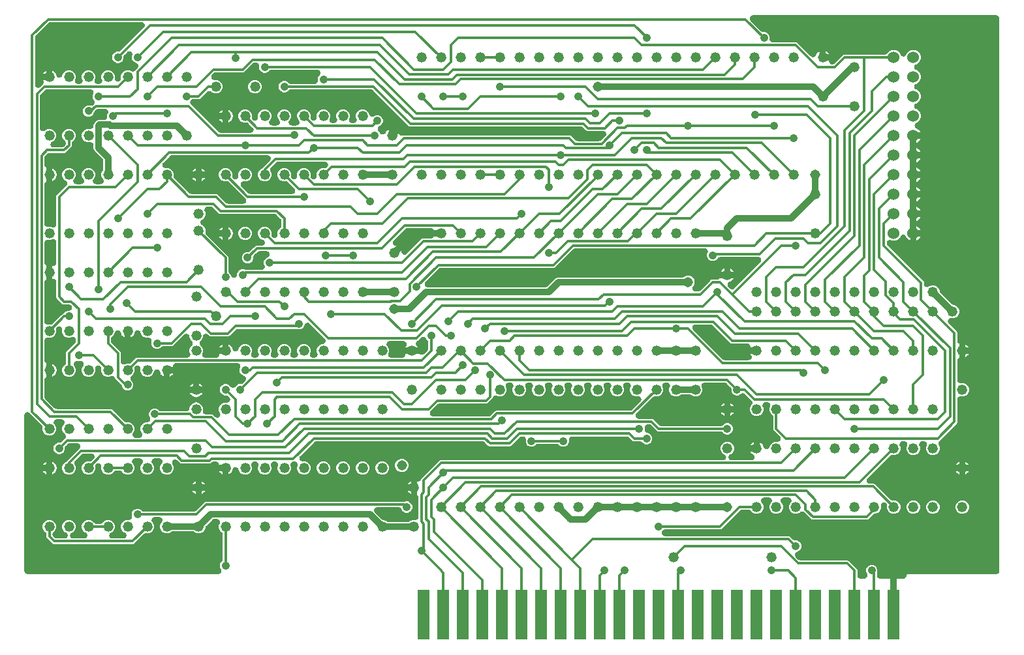
<source format=gbr>
G04 EAGLE Gerber RS-274X export*
G75*
%MOMM*%
%FSLAX34Y34*%
%LPD*%
%INBottom Copper*%
%IPPOS*%
%AMOC8*
5,1,8,0,0,1.08239X$1,22.5*%
G01*
%ADD10R,1.524000X6.477000*%
%ADD11C,1.320800*%
%ADD12C,1.524000*%
%ADD13C,1.308000*%
%ADD14C,0.812800*%
%ADD15C,1.058000*%
%ADD16C,0.304800*%

G36*
X1092204Y91199D02*
X1092204Y91199D01*
X1092376Y91201D01*
X1092487Y91219D01*
X1092600Y91227D01*
X1092769Y91263D01*
X1092939Y91290D01*
X1093047Y91322D01*
X1093157Y91346D01*
X1093319Y91405D01*
X1093484Y91455D01*
X1093586Y91503D01*
X1093692Y91542D01*
X1093844Y91623D01*
X1094001Y91696D01*
X1094095Y91757D01*
X1094194Y91810D01*
X1094334Y91912D01*
X1094479Y92006D01*
X1094563Y92080D01*
X1094654Y92147D01*
X1094778Y92267D01*
X1094908Y92381D01*
X1094982Y92466D01*
X1095062Y92544D01*
X1095168Y92681D01*
X1095281Y92811D01*
X1095342Y92906D01*
X1095411Y92995D01*
X1095497Y93145D01*
X1095590Y93290D01*
X1095638Y93392D01*
X1095693Y93490D01*
X1095757Y93651D01*
X1095830Y93807D01*
X1095862Y93915D01*
X1095904Y94019D01*
X1095944Y94188D01*
X1095994Y94353D01*
X1096011Y94464D01*
X1096038Y94573D01*
X1096054Y94745D01*
X1096081Y94916D01*
X1096082Y95028D01*
X1096093Y95140D01*
X1096085Y95313D01*
X1096088Y95486D01*
X1096073Y95597D01*
X1096068Y95710D01*
X1096037Y95880D01*
X1096015Y96051D01*
X1095990Y96132D01*
X1095964Y96270D01*
X1095789Y96793D01*
X1095785Y96805D01*
X1094402Y100143D01*
X1094402Y103057D01*
X1095517Y105748D01*
X1097577Y107808D01*
X1100268Y108923D01*
X1103182Y108923D01*
X1105873Y107808D01*
X1107933Y105748D01*
X1109048Y103057D01*
X1109048Y100143D01*
X1108766Y99463D01*
X1108729Y99351D01*
X1108682Y99243D01*
X1108639Y99082D01*
X1108585Y98923D01*
X1108564Y98807D01*
X1108533Y98693D01*
X1108522Y98579D01*
X1108482Y98363D01*
X1108468Y98024D01*
X1108457Y97908D01*
X1108457Y95250D01*
X1108473Y95021D01*
X1108483Y94790D01*
X1108493Y94736D01*
X1108497Y94682D01*
X1108545Y94456D01*
X1108587Y94230D01*
X1108604Y94178D01*
X1108616Y94124D01*
X1108695Y93908D01*
X1108768Y93690D01*
X1108793Y93641D01*
X1108812Y93589D01*
X1108920Y93386D01*
X1109023Y93181D01*
X1109054Y93135D01*
X1109080Y93087D01*
X1109216Y92901D01*
X1109347Y92712D01*
X1109384Y92671D01*
X1109417Y92627D01*
X1109577Y92462D01*
X1109733Y92293D01*
X1109776Y92258D01*
X1109814Y92219D01*
X1109996Y92078D01*
X1110174Y91932D01*
X1110222Y91904D01*
X1110265Y91870D01*
X1110465Y91756D01*
X1110662Y91637D01*
X1110712Y91615D01*
X1110760Y91588D01*
X1110974Y91503D01*
X1111185Y91412D01*
X1111238Y91398D01*
X1111289Y91378D01*
X1111514Y91323D01*
X1111735Y91263D01*
X1111779Y91259D01*
X1111843Y91244D01*
X1112410Y91188D01*
X1112476Y91191D01*
X1112520Y91187D01*
X1142746Y91187D01*
X1142975Y91203D01*
X1143206Y91213D01*
X1143260Y91223D01*
X1143314Y91227D01*
X1143540Y91275D01*
X1143766Y91317D01*
X1143818Y91334D01*
X1143872Y91346D01*
X1144088Y91425D01*
X1144306Y91498D01*
X1144355Y91523D01*
X1144407Y91542D01*
X1144610Y91650D01*
X1144815Y91753D01*
X1144861Y91784D01*
X1144909Y91810D01*
X1145095Y91946D01*
X1145284Y92077D01*
X1145325Y92114D01*
X1145369Y92147D01*
X1145534Y92307D01*
X1145703Y92463D01*
X1145738Y92506D01*
X1145777Y92544D01*
X1145918Y92726D01*
X1146064Y92904D01*
X1146092Y92952D01*
X1146126Y92995D01*
X1146240Y93195D01*
X1146359Y93392D01*
X1146381Y93442D01*
X1146408Y93490D01*
X1146493Y93704D01*
X1146584Y93915D01*
X1146598Y93968D01*
X1146618Y94019D01*
X1146673Y94244D01*
X1146733Y94465D01*
X1146737Y94509D01*
X1146753Y94573D01*
X1146805Y95110D01*
X1147196Y96054D01*
X1147911Y96769D01*
X1148845Y97156D01*
X1263396Y97156D01*
X1263625Y97172D01*
X1263856Y97182D01*
X1263910Y97192D01*
X1263964Y97196D01*
X1264190Y97244D01*
X1264416Y97286D01*
X1264468Y97303D01*
X1264522Y97315D01*
X1264738Y97394D01*
X1264956Y97467D01*
X1265005Y97492D01*
X1265057Y97511D01*
X1265260Y97619D01*
X1265465Y97722D01*
X1265511Y97753D01*
X1265559Y97779D01*
X1265745Y97915D01*
X1265934Y98046D01*
X1265975Y98083D01*
X1266019Y98116D01*
X1266184Y98276D01*
X1266353Y98432D01*
X1266388Y98475D01*
X1266427Y98513D01*
X1266568Y98695D01*
X1266714Y98873D01*
X1266742Y98921D01*
X1266776Y98964D01*
X1266890Y99164D01*
X1267009Y99361D01*
X1267031Y99411D01*
X1267058Y99459D01*
X1267143Y99673D01*
X1267234Y99884D01*
X1267248Y99937D01*
X1267268Y99988D01*
X1267323Y100213D01*
X1267383Y100434D01*
X1267387Y100478D01*
X1267403Y100542D01*
X1267458Y101109D01*
X1267455Y101175D01*
X1267459Y101219D01*
X1267459Y818896D01*
X1267443Y819125D01*
X1267433Y819356D01*
X1267423Y819410D01*
X1267419Y819464D01*
X1267371Y819690D01*
X1267329Y819916D01*
X1267312Y819968D01*
X1267300Y820022D01*
X1267221Y820238D01*
X1267148Y820456D01*
X1267123Y820505D01*
X1267104Y820557D01*
X1266996Y820760D01*
X1266893Y820965D01*
X1266862Y821011D01*
X1266836Y821059D01*
X1266700Y821245D01*
X1266569Y821434D01*
X1266532Y821475D01*
X1266499Y821519D01*
X1266339Y821684D01*
X1266183Y821853D01*
X1266140Y821888D01*
X1266102Y821927D01*
X1265920Y822068D01*
X1265742Y822214D01*
X1265694Y822242D01*
X1265651Y822276D01*
X1265451Y822390D01*
X1265254Y822509D01*
X1265204Y822531D01*
X1265156Y822558D01*
X1264942Y822643D01*
X1264731Y822734D01*
X1264678Y822748D01*
X1264627Y822768D01*
X1264402Y822823D01*
X1264181Y822883D01*
X1264137Y822887D01*
X1264073Y822903D01*
X1263506Y822958D01*
X1263440Y822955D01*
X1263396Y822959D01*
X947655Y822959D01*
X947540Y822951D01*
X947425Y822953D01*
X947257Y822931D01*
X947087Y822919D01*
X946974Y822895D01*
X946860Y822881D01*
X946696Y822836D01*
X946530Y822800D01*
X946422Y822761D01*
X946310Y822730D01*
X946154Y822663D01*
X945995Y822604D01*
X945893Y822550D01*
X945787Y822504D01*
X945642Y822416D01*
X945492Y822336D01*
X945399Y822268D01*
X945301Y822208D01*
X945169Y822100D01*
X945032Y821999D01*
X944950Y821919D01*
X944861Y821846D01*
X944746Y821721D01*
X944624Y821602D01*
X944553Y821511D01*
X944476Y821426D01*
X944379Y821286D01*
X944275Y821151D01*
X944218Y821051D01*
X944153Y820956D01*
X944077Y820804D01*
X943993Y820656D01*
X943950Y820549D01*
X943899Y820446D01*
X943846Y820285D01*
X943783Y820127D01*
X943756Y820014D01*
X943719Y819905D01*
X943689Y819738D01*
X943649Y819573D01*
X943638Y819458D01*
X943617Y819345D01*
X943610Y819175D01*
X943593Y819006D01*
X943598Y818891D01*
X943594Y818775D01*
X943611Y818606D01*
X943618Y818436D01*
X943639Y818323D01*
X943651Y818209D01*
X943691Y818043D01*
X943722Y817876D01*
X943759Y817767D01*
X943786Y817655D01*
X943849Y817497D01*
X943903Y817336D01*
X943955Y817233D01*
X943998Y817126D01*
X944082Y816979D01*
X944158Y816827D01*
X944224Y816732D01*
X944281Y816632D01*
X944354Y816543D01*
X944482Y816358D01*
X944707Y816114D01*
X944782Y816023D01*
X958542Y802263D01*
X958588Y802223D01*
X958629Y802179D01*
X958803Y802037D01*
X958972Y801889D01*
X959023Y801856D01*
X959070Y801818D01*
X959262Y801701D01*
X959451Y801579D01*
X959505Y801554D01*
X959557Y801523D01*
X959764Y801434D01*
X959967Y801339D01*
X960025Y801322D01*
X960081Y801298D01*
X960297Y801239D01*
X960513Y801174D01*
X960572Y801165D01*
X960631Y801149D01*
X960748Y801138D01*
X961076Y801087D01*
X961301Y801084D01*
X961415Y801073D01*
X963482Y801073D01*
X966173Y799958D01*
X968233Y797898D01*
X969348Y795207D01*
X969348Y791845D01*
X969364Y791616D01*
X969374Y791385D01*
X969384Y791331D01*
X969388Y791277D01*
X969436Y791051D01*
X969478Y790825D01*
X969495Y790773D01*
X969507Y790719D01*
X969586Y790503D01*
X969659Y790285D01*
X969684Y790236D01*
X969703Y790184D01*
X969811Y789981D01*
X969914Y789776D01*
X969945Y789730D01*
X969971Y789682D01*
X970107Y789496D01*
X970238Y789307D01*
X970275Y789266D01*
X970308Y789222D01*
X970468Y789057D01*
X970624Y788888D01*
X970667Y788853D01*
X970705Y788814D01*
X970887Y788673D01*
X971065Y788527D01*
X971113Y788499D01*
X971156Y788465D01*
X971356Y788351D01*
X971553Y788232D01*
X971603Y788210D01*
X971651Y788183D01*
X971865Y788098D01*
X972076Y788007D01*
X972129Y787993D01*
X972180Y787973D01*
X972405Y787918D01*
X972626Y787858D01*
X972670Y787854D01*
X972734Y787838D01*
X973301Y787783D01*
X973367Y787786D01*
X973411Y787782D01*
X1004007Y787782D01*
X1005315Y787240D01*
X1022841Y769714D01*
X1022877Y769683D01*
X1022908Y769648D01*
X1023092Y769496D01*
X1023271Y769340D01*
X1023311Y769315D01*
X1023347Y769285D01*
X1023550Y769160D01*
X1023749Y769031D01*
X1023792Y769011D01*
X1023832Y768986D01*
X1024051Y768891D01*
X1024266Y768791D01*
X1024311Y768777D01*
X1024355Y768758D01*
X1024584Y768694D01*
X1024811Y768626D01*
X1024858Y768618D01*
X1024904Y768606D01*
X1025140Y768575D01*
X1025374Y768538D01*
X1025422Y768538D01*
X1025469Y768531D01*
X1025707Y768534D01*
X1025944Y768531D01*
X1025991Y768536D01*
X1026038Y768537D01*
X1026273Y768572D01*
X1026509Y768603D01*
X1026555Y768615D01*
X1026602Y768622D01*
X1026829Y768690D01*
X1027059Y768753D01*
X1027102Y768772D01*
X1027148Y768785D01*
X1027363Y768884D01*
X1027582Y768979D01*
X1027623Y769004D01*
X1027665Y769023D01*
X1027865Y769152D01*
X1028069Y769276D01*
X1028105Y769306D01*
X1028145Y769331D01*
X1028325Y769487D01*
X1028509Y769638D01*
X1028540Y769672D01*
X1028576Y769703D01*
X1028733Y769882D01*
X1028894Y770057D01*
X1028921Y770097D01*
X1028952Y770132D01*
X1029081Y770331D01*
X1029216Y770527D01*
X1029237Y770569D01*
X1029263Y770609D01*
X1029307Y770710D01*
X1029470Y771037D01*
X1029535Y771231D01*
X1029578Y771332D01*
X1029750Y771860D01*
X1030404Y773143D01*
X1031250Y774307D01*
X1032268Y775325D01*
X1033432Y776171D01*
X1034162Y776543D01*
X1034162Y768350D01*
X1034178Y768121D01*
X1034188Y767891D01*
X1034198Y767837D01*
X1034202Y767782D01*
X1034250Y767557D01*
X1034292Y767331D01*
X1034309Y767278D01*
X1034321Y767225D01*
X1034400Y767009D01*
X1034473Y766790D01*
X1034498Y766741D01*
X1034516Y766690D01*
X1034625Y766487D01*
X1034728Y766281D01*
X1034759Y766236D01*
X1034785Y766187D01*
X1034921Y766002D01*
X1035052Y765812D01*
X1035089Y765772D01*
X1035122Y765727D01*
X1035282Y765563D01*
X1035438Y765393D01*
X1035439Y765393D01*
X1035481Y765358D01*
X1035519Y765319D01*
X1035520Y765319D01*
X1035701Y765178D01*
X1035880Y765032D01*
X1035927Y765003D01*
X1035970Y764970D01*
X1036170Y764856D01*
X1036367Y764736D01*
X1036417Y764715D01*
X1036465Y764688D01*
X1036680Y764602D01*
X1036891Y764512D01*
X1036943Y764498D01*
X1036995Y764477D01*
X1037219Y764423D01*
X1037441Y764363D01*
X1037485Y764359D01*
X1037549Y764343D01*
X1038116Y764288D01*
X1038181Y764291D01*
X1038225Y764287D01*
X1046536Y764287D01*
X1046532Y764272D01*
X1046471Y764044D01*
X1046465Y763995D01*
X1046454Y763947D01*
X1046431Y763712D01*
X1046402Y763479D01*
X1046403Y763429D01*
X1046398Y763380D01*
X1046409Y763144D01*
X1046413Y762909D01*
X1046421Y762860D01*
X1046423Y762810D01*
X1046466Y762579D01*
X1046503Y762346D01*
X1046518Y762299D01*
X1046527Y762250D01*
X1046602Y762027D01*
X1046671Y761802D01*
X1046693Y761757D01*
X1046708Y761710D01*
X1046814Y761499D01*
X1046914Y761286D01*
X1046941Y761245D01*
X1046963Y761201D01*
X1047097Y761007D01*
X1047226Y760810D01*
X1047259Y760773D01*
X1047287Y760732D01*
X1047447Y760558D01*
X1047602Y760382D01*
X1047640Y760349D01*
X1047674Y760313D01*
X1047856Y760163D01*
X1048034Y760010D01*
X1048076Y759984D01*
X1048115Y759952D01*
X1048316Y759830D01*
X1048514Y759703D01*
X1048560Y759682D01*
X1048602Y759657D01*
X1048818Y759564D01*
X1049032Y759466D01*
X1049080Y759452D01*
X1049126Y759432D01*
X1049353Y759371D01*
X1049578Y759304D01*
X1049628Y759296D01*
X1049676Y759283D01*
X1049787Y759272D01*
X1050142Y759219D01*
X1050350Y759217D01*
X1050460Y759207D01*
X1050944Y759207D01*
X1051004Y759211D01*
X1051064Y759209D01*
X1051288Y759231D01*
X1051512Y759247D01*
X1051571Y759259D01*
X1051631Y759265D01*
X1051850Y759319D01*
X1052069Y759366D01*
X1052126Y759386D01*
X1052185Y759401D01*
X1052393Y759484D01*
X1052604Y759562D01*
X1052658Y759590D01*
X1052714Y759612D01*
X1052909Y759724D01*
X1053107Y759830D01*
X1053156Y759866D01*
X1053208Y759896D01*
X1053299Y759971D01*
X1053567Y760167D01*
X1053728Y760324D01*
X1053817Y760397D01*
X1064785Y771365D01*
X1066093Y771907D01*
X1118610Y771907D01*
X1118613Y771907D01*
X1118616Y771907D01*
X1118893Y771927D01*
X1119179Y771947D01*
X1119182Y771947D01*
X1119184Y771948D01*
X1119455Y772006D01*
X1119736Y772066D01*
X1119739Y772067D01*
X1119741Y772067D01*
X1120004Y772164D01*
X1120271Y772262D01*
X1120274Y772263D01*
X1120276Y772264D01*
X1120523Y772397D01*
X1120773Y772530D01*
X1120776Y772532D01*
X1120778Y772533D01*
X1121003Y772699D01*
X1121233Y772867D01*
X1121235Y772869D01*
X1121238Y772871D01*
X1121435Y773063D01*
X1121642Y773264D01*
X1121643Y773267D01*
X1121645Y773269D01*
X1121815Y773489D01*
X1121910Y773611D01*
X1124832Y776533D01*
X1128380Y778003D01*
X1132220Y778003D01*
X1135768Y776533D01*
X1138483Y773818D01*
X1139246Y771976D01*
X1139298Y771873D01*
X1139340Y771766D01*
X1139424Y771619D01*
X1139500Y771466D01*
X1139566Y771371D01*
X1139623Y771271D01*
X1139727Y771137D01*
X1139824Y770997D01*
X1139902Y770912D01*
X1139972Y770821D01*
X1140094Y770703D01*
X1140209Y770578D01*
X1140298Y770505D01*
X1140381Y770424D01*
X1140518Y770324D01*
X1140650Y770216D01*
X1140749Y770156D01*
X1140841Y770089D01*
X1140991Y770009D01*
X1141137Y769920D01*
X1141243Y769875D01*
X1141344Y769820D01*
X1141504Y769762D01*
X1141660Y769695D01*
X1141772Y769665D01*
X1141880Y769625D01*
X1142046Y769590D01*
X1142210Y769545D01*
X1142324Y769531D01*
X1142437Y769507D01*
X1142607Y769495D01*
X1142775Y769474D01*
X1142890Y769476D01*
X1143005Y769468D01*
X1143175Y769480D01*
X1143345Y769482D01*
X1143459Y769500D01*
X1143574Y769509D01*
X1143740Y769544D01*
X1143908Y769571D01*
X1144018Y769604D01*
X1144131Y769628D01*
X1144290Y769687D01*
X1144453Y769737D01*
X1144557Y769785D01*
X1144666Y769825D01*
X1144815Y769905D01*
X1144969Y769977D01*
X1145066Y770040D01*
X1145168Y770094D01*
X1145305Y770195D01*
X1145447Y770288D01*
X1145534Y770363D01*
X1145627Y770431D01*
X1145749Y770550D01*
X1145877Y770662D01*
X1145952Y770749D01*
X1146035Y770829D01*
X1146139Y770964D01*
X1146250Y771092D01*
X1146313Y771189D01*
X1146383Y771280D01*
X1146437Y771382D01*
X1146559Y771571D01*
X1146698Y771872D01*
X1146754Y771976D01*
X1147517Y773818D01*
X1150232Y776533D01*
X1153780Y778003D01*
X1157620Y778003D01*
X1161168Y776533D01*
X1163883Y773818D01*
X1165353Y770270D01*
X1165353Y766430D01*
X1163883Y762882D01*
X1161168Y760167D01*
X1159326Y759404D01*
X1159223Y759352D01*
X1159116Y759310D01*
X1158969Y759226D01*
X1158816Y759150D01*
X1158721Y759084D01*
X1158621Y759027D01*
X1158487Y758923D01*
X1158347Y758826D01*
X1158262Y758748D01*
X1158171Y758678D01*
X1158053Y758556D01*
X1157928Y758441D01*
X1157855Y758352D01*
X1157774Y758269D01*
X1157674Y758132D01*
X1157566Y758000D01*
X1157506Y757901D01*
X1157439Y757809D01*
X1157359Y757659D01*
X1157270Y757513D01*
X1157225Y757407D01*
X1157170Y757306D01*
X1157112Y757146D01*
X1157045Y756990D01*
X1157015Y756878D01*
X1156975Y756770D01*
X1156940Y756604D01*
X1156895Y756440D01*
X1156881Y756326D01*
X1156857Y756213D01*
X1156845Y756043D01*
X1156824Y755875D01*
X1156826Y755760D01*
X1156818Y755645D01*
X1156830Y755475D01*
X1156832Y755305D01*
X1156850Y755191D01*
X1156859Y755076D01*
X1156894Y754910D01*
X1156921Y754742D01*
X1156954Y754632D01*
X1156978Y754519D01*
X1157037Y754360D01*
X1157087Y754197D01*
X1157135Y754093D01*
X1157175Y753984D01*
X1157255Y753835D01*
X1157327Y753681D01*
X1157390Y753584D01*
X1157444Y753482D01*
X1157545Y753345D01*
X1157638Y753203D01*
X1157713Y753116D01*
X1157781Y753023D01*
X1157900Y752901D01*
X1158012Y752773D01*
X1158099Y752698D01*
X1158179Y752615D01*
X1158314Y752511D01*
X1158442Y752400D01*
X1158539Y752337D01*
X1158630Y752267D01*
X1158732Y752213D01*
X1158921Y752091D01*
X1159222Y751952D01*
X1159326Y751896D01*
X1161168Y751133D01*
X1163883Y748418D01*
X1165353Y744870D01*
X1165353Y741030D01*
X1163883Y737482D01*
X1161168Y734767D01*
X1159326Y734004D01*
X1159223Y733952D01*
X1159116Y733910D01*
X1158969Y733826D01*
X1158816Y733750D01*
X1158721Y733684D01*
X1158621Y733627D01*
X1158487Y733523D01*
X1158347Y733426D01*
X1158262Y733348D01*
X1158171Y733278D01*
X1158053Y733156D01*
X1157928Y733041D01*
X1157855Y732952D01*
X1157774Y732869D01*
X1157674Y732732D01*
X1157566Y732600D01*
X1157506Y732501D01*
X1157439Y732409D01*
X1157359Y732259D01*
X1157270Y732113D01*
X1157225Y732007D01*
X1157170Y731906D01*
X1157112Y731746D01*
X1157045Y731590D01*
X1157015Y731478D01*
X1156975Y731370D01*
X1156940Y731204D01*
X1156895Y731040D01*
X1156881Y730926D01*
X1156857Y730813D01*
X1156845Y730643D01*
X1156824Y730475D01*
X1156826Y730360D01*
X1156818Y730245D01*
X1156830Y730075D01*
X1156832Y729905D01*
X1156850Y729791D01*
X1156859Y729676D01*
X1156894Y729510D01*
X1156921Y729342D01*
X1156954Y729232D01*
X1156978Y729119D01*
X1157037Y728960D01*
X1157087Y728797D01*
X1157135Y728693D01*
X1157175Y728584D01*
X1157255Y728435D01*
X1157327Y728281D01*
X1157390Y728184D01*
X1157444Y728082D01*
X1157545Y727945D01*
X1157638Y727803D01*
X1157713Y727716D01*
X1157781Y727623D01*
X1157900Y727501D01*
X1158012Y727373D01*
X1158099Y727298D01*
X1158179Y727215D01*
X1158314Y727111D01*
X1158442Y727000D01*
X1158539Y726937D01*
X1158630Y726867D01*
X1158732Y726813D01*
X1158921Y726691D01*
X1159222Y726552D01*
X1159326Y726496D01*
X1161168Y725733D01*
X1163883Y723018D01*
X1165353Y719470D01*
X1165353Y715630D01*
X1163883Y712082D01*
X1161168Y709367D01*
X1159326Y708604D01*
X1159223Y708552D01*
X1159116Y708510D01*
X1158969Y708426D01*
X1158816Y708350D01*
X1158721Y708284D01*
X1158621Y708227D01*
X1158487Y708123D01*
X1158347Y708026D01*
X1158262Y707948D01*
X1158171Y707878D01*
X1158053Y707756D01*
X1157928Y707641D01*
X1157855Y707552D01*
X1157774Y707469D01*
X1157674Y707332D01*
X1157566Y707200D01*
X1157506Y707101D01*
X1157439Y707009D01*
X1157359Y706859D01*
X1157270Y706713D01*
X1157225Y706607D01*
X1157170Y706506D01*
X1157112Y706346D01*
X1157045Y706190D01*
X1157015Y706078D01*
X1156975Y705970D01*
X1156940Y705804D01*
X1156895Y705640D01*
X1156881Y705526D01*
X1156857Y705413D01*
X1156845Y705243D01*
X1156824Y705075D01*
X1156826Y704960D01*
X1156818Y704845D01*
X1156830Y704675D01*
X1156832Y704505D01*
X1156850Y704391D01*
X1156859Y704276D01*
X1156894Y704110D01*
X1156921Y703942D01*
X1156954Y703832D01*
X1156978Y703719D01*
X1157037Y703560D01*
X1157087Y703397D01*
X1157135Y703293D01*
X1157175Y703184D01*
X1157255Y703035D01*
X1157327Y702881D01*
X1157390Y702784D01*
X1157444Y702682D01*
X1157545Y702545D01*
X1157638Y702403D01*
X1157713Y702316D01*
X1157781Y702223D01*
X1157900Y702101D01*
X1158012Y701973D01*
X1158099Y701898D01*
X1158179Y701815D01*
X1158314Y701711D01*
X1158442Y701600D01*
X1158539Y701537D01*
X1158630Y701467D01*
X1158732Y701413D01*
X1158921Y701291D01*
X1159222Y701152D01*
X1159326Y701096D01*
X1161168Y700333D01*
X1163883Y697618D01*
X1165353Y694070D01*
X1165353Y690230D01*
X1163883Y686682D01*
X1161168Y683967D01*
X1160002Y683484D01*
X1159787Y683377D01*
X1159569Y683274D01*
X1159532Y683249D01*
X1159492Y683229D01*
X1159294Y683093D01*
X1159093Y682961D01*
X1159059Y682931D01*
X1159023Y682906D01*
X1158845Y682743D01*
X1158665Y682584D01*
X1158636Y682551D01*
X1158603Y682520D01*
X1158450Y682334D01*
X1158294Y682152D01*
X1158270Y682114D01*
X1158242Y682080D01*
X1158117Y681874D01*
X1157987Y681672D01*
X1157969Y681631D01*
X1157946Y681593D01*
X1157851Y681372D01*
X1157751Y681153D01*
X1157738Y681111D01*
X1157721Y681070D01*
X1157657Y680838D01*
X1157589Y680607D01*
X1157583Y680563D01*
X1157571Y680520D01*
X1157541Y680282D01*
X1157505Y680043D01*
X1157505Y679999D01*
X1157500Y679955D01*
X1157503Y679714D01*
X1157501Y679473D01*
X1157507Y679429D01*
X1157508Y679385D01*
X1157545Y679147D01*
X1157577Y678909D01*
X1157589Y678866D01*
X1157596Y678822D01*
X1157666Y678592D01*
X1157731Y678360D01*
X1157749Y678319D01*
X1157762Y678277D01*
X1157863Y678059D01*
X1157960Y677838D01*
X1157984Y677800D01*
X1158003Y677760D01*
X1158134Y677559D01*
X1158260Y677354D01*
X1158289Y677320D01*
X1158313Y677283D01*
X1158471Y677101D01*
X1158625Y676916D01*
X1158658Y676886D01*
X1158687Y676853D01*
X1158869Y676696D01*
X1159048Y676534D01*
X1159078Y676514D01*
X1159118Y676480D01*
X1159597Y676171D01*
X1159668Y676138D01*
X1159712Y676109D01*
X1161025Y675440D01*
X1162319Y674500D01*
X1163450Y673369D01*
X1164390Y672075D01*
X1165033Y670813D01*
X1155700Y670813D01*
X1155471Y670797D01*
X1155241Y670787D01*
X1155187Y670777D01*
X1155132Y670773D01*
X1154907Y670725D01*
X1154681Y670683D01*
X1154628Y670666D01*
X1154575Y670654D01*
X1154359Y670575D01*
X1154140Y670502D01*
X1154091Y670477D01*
X1154040Y670459D01*
X1153837Y670350D01*
X1153631Y670247D01*
X1153586Y670216D01*
X1153537Y670190D01*
X1153352Y670054D01*
X1153162Y669923D01*
X1153122Y669886D01*
X1153077Y669853D01*
X1152912Y669693D01*
X1152743Y669537D01*
X1152743Y669536D01*
X1152708Y669494D01*
X1152669Y669455D01*
X1152528Y669274D01*
X1152382Y669095D01*
X1152353Y669048D01*
X1152320Y669005D01*
X1152206Y668805D01*
X1152086Y668608D01*
X1152065Y668558D01*
X1152038Y668510D01*
X1151952Y668295D01*
X1151862Y668084D01*
X1151848Y668031D01*
X1151827Y667980D01*
X1151773Y667756D01*
X1151713Y667534D01*
X1151709Y667490D01*
X1151693Y667426D01*
X1151638Y666859D01*
X1151641Y666794D01*
X1151637Y666750D01*
X1151637Y641350D01*
X1151637Y615950D01*
X1151637Y590550D01*
X1151637Y565150D01*
X1151637Y539750D01*
X1151637Y530417D01*
X1150375Y531060D01*
X1149081Y532000D01*
X1147950Y533131D01*
X1147010Y534425D01*
X1146341Y535738D01*
X1146217Y535944D01*
X1146097Y536153D01*
X1146070Y536188D01*
X1146047Y536226D01*
X1145895Y536413D01*
X1145748Y536603D01*
X1145716Y536634D01*
X1145688Y536669D01*
X1145512Y536832D01*
X1145339Y537000D01*
X1145303Y537026D01*
X1145271Y537057D01*
X1145073Y537194D01*
X1144879Y537336D01*
X1144839Y537357D01*
X1144803Y537382D01*
X1144588Y537491D01*
X1144376Y537604D01*
X1144334Y537619D01*
X1144294Y537639D01*
X1144067Y537717D01*
X1143841Y537799D01*
X1143797Y537808D01*
X1143755Y537823D01*
X1143519Y537867D01*
X1143283Y537917D01*
X1143239Y537920D01*
X1143195Y537929D01*
X1142955Y537940D01*
X1142715Y537957D01*
X1142670Y537953D01*
X1142626Y537956D01*
X1142387Y537933D01*
X1142146Y537916D01*
X1142103Y537907D01*
X1142059Y537902D01*
X1141825Y537847D01*
X1141589Y537796D01*
X1141548Y537781D01*
X1141504Y537770D01*
X1141280Y537682D01*
X1141055Y537600D01*
X1141015Y537579D01*
X1140974Y537562D01*
X1140764Y537444D01*
X1140552Y537330D01*
X1140517Y537304D01*
X1140478Y537282D01*
X1140286Y537135D01*
X1140093Y536993D01*
X1140061Y536962D01*
X1140026Y536935D01*
X1139857Y536763D01*
X1139685Y536595D01*
X1139658Y536560D01*
X1139627Y536528D01*
X1139484Y536335D01*
X1139337Y536144D01*
X1139320Y536112D01*
X1139289Y536070D01*
X1139018Y535568D01*
X1138991Y535495D01*
X1138966Y535448D01*
X1138483Y534282D01*
X1135768Y531567D01*
X1132220Y530097D01*
X1128380Y530097D01*
X1126815Y530746D01*
X1126760Y530764D01*
X1126708Y530788D01*
X1126490Y530854D01*
X1126274Y530926D01*
X1126217Y530937D01*
X1126162Y530953D01*
X1125938Y530988D01*
X1125714Y531030D01*
X1125656Y531032D01*
X1125599Y531041D01*
X1125372Y531044D01*
X1125144Y531053D01*
X1125087Y531048D01*
X1125029Y531048D01*
X1124804Y531020D01*
X1124577Y530997D01*
X1124521Y530984D01*
X1124464Y530976D01*
X1124244Y530916D01*
X1124024Y530863D01*
X1123970Y530841D01*
X1123915Y530826D01*
X1123706Y530736D01*
X1123495Y530652D01*
X1123444Y530623D01*
X1123391Y530600D01*
X1123197Y530482D01*
X1123000Y530369D01*
X1122954Y530333D01*
X1122905Y530303D01*
X1122729Y530159D01*
X1122550Y530019D01*
X1122510Y529978D01*
X1122465Y529941D01*
X1122311Y529774D01*
X1122153Y529611D01*
X1122119Y529564D01*
X1122080Y529522D01*
X1121951Y529334D01*
X1121817Y529150D01*
X1121790Y529099D01*
X1121757Y529052D01*
X1121656Y528848D01*
X1121549Y528648D01*
X1121529Y528593D01*
X1121504Y528542D01*
X1121432Y528326D01*
X1121354Y528112D01*
X1121342Y528056D01*
X1121324Y528001D01*
X1121283Y527777D01*
X1121235Y527555D01*
X1121232Y527497D01*
X1121221Y527441D01*
X1121212Y527213D01*
X1121196Y526986D01*
X1121200Y526929D01*
X1121198Y526871D01*
X1121221Y526645D01*
X1121237Y526418D01*
X1121249Y526362D01*
X1121255Y526304D01*
X1121309Y526084D01*
X1121357Y525861D01*
X1121377Y525807D01*
X1121390Y525751D01*
X1121475Y525540D01*
X1121553Y525326D01*
X1121581Y525275D01*
X1121602Y525222D01*
X1121715Y525024D01*
X1121823Y524824D01*
X1121857Y524778D01*
X1121886Y524728D01*
X1121960Y524638D01*
X1122160Y524365D01*
X1122314Y524207D01*
X1122386Y524119D01*
X1168875Y477630D01*
X1169417Y476322D01*
X1169417Y473890D01*
X1169425Y473775D01*
X1169423Y473660D01*
X1169445Y473492D01*
X1169457Y473322D01*
X1169481Y473209D01*
X1169495Y473095D01*
X1169540Y472931D01*
X1169576Y472765D01*
X1169615Y472657D01*
X1169646Y472545D01*
X1169713Y472390D01*
X1169772Y472230D01*
X1169826Y472128D01*
X1169872Y472022D01*
X1169960Y471877D01*
X1170040Y471727D01*
X1170108Y471634D01*
X1170168Y471536D01*
X1170276Y471405D01*
X1170377Y471267D01*
X1170457Y471185D01*
X1170530Y471096D01*
X1170656Y470981D01*
X1170774Y470859D01*
X1170865Y470789D01*
X1170950Y470711D01*
X1171091Y470614D01*
X1171225Y470510D01*
X1171325Y470453D01*
X1171420Y470388D01*
X1171572Y470312D01*
X1171720Y470228D01*
X1171827Y470186D01*
X1171930Y470134D01*
X1172091Y470081D01*
X1172249Y470018D01*
X1172362Y469991D01*
X1172471Y469955D01*
X1172638Y469924D01*
X1172803Y469884D01*
X1172918Y469873D01*
X1173031Y469852D01*
X1173201Y469845D01*
X1173370Y469829D01*
X1173486Y469834D01*
X1173601Y469829D01*
X1173770Y469846D01*
X1173940Y469853D01*
X1174053Y469874D01*
X1174168Y469886D01*
X1174333Y469926D01*
X1174500Y469957D01*
X1174609Y469994D01*
X1174721Y470021D01*
X1174879Y470084D01*
X1175040Y470139D01*
X1175143Y470190D01*
X1175250Y470233D01*
X1175397Y470318D01*
X1175549Y470394D01*
X1175644Y470459D01*
X1175744Y470517D01*
X1175833Y470590D01*
X1176018Y470718D01*
X1176168Y470855D01*
X1179382Y472187D01*
X1182818Y472187D01*
X1185992Y470872D01*
X1188422Y468442D01*
X1189737Y465268D01*
X1189737Y465218D01*
X1189741Y465158D01*
X1189739Y465098D01*
X1189761Y464874D01*
X1189777Y464650D01*
X1189789Y464591D01*
X1189795Y464531D01*
X1189849Y464313D01*
X1189896Y464093D01*
X1189916Y464036D01*
X1189931Y463977D01*
X1190014Y463769D01*
X1190092Y463558D01*
X1190120Y463504D01*
X1190142Y463448D01*
X1190254Y463254D01*
X1190360Y463055D01*
X1190396Y463007D01*
X1190426Y462954D01*
X1190501Y462863D01*
X1190697Y462595D01*
X1190854Y462434D01*
X1190927Y462345D01*
X1205295Y447977D01*
X1205341Y447937D01*
X1205382Y447893D01*
X1205556Y447751D01*
X1205725Y447603D01*
X1205776Y447570D01*
X1205823Y447532D01*
X1206015Y447415D01*
X1206204Y447293D01*
X1206258Y447268D01*
X1206310Y447237D01*
X1206516Y447148D01*
X1206720Y447053D01*
X1206778Y447036D01*
X1206834Y447012D01*
X1207050Y446954D01*
X1207266Y446888D01*
X1207325Y446879D01*
X1207384Y446863D01*
X1207501Y446852D01*
X1207829Y446801D01*
X1208054Y446798D01*
X1208168Y446787D01*
X1208218Y446787D01*
X1211392Y445472D01*
X1213822Y443042D01*
X1215137Y439868D01*
X1215137Y436432D01*
X1213822Y433258D01*
X1211392Y430828D01*
X1208218Y429513D01*
X1204576Y429513D01*
X1204461Y429505D01*
X1204346Y429507D01*
X1204178Y429485D01*
X1204008Y429473D01*
X1203895Y429449D01*
X1203781Y429435D01*
X1203617Y429390D01*
X1203451Y429354D01*
X1203343Y429315D01*
X1203231Y429284D01*
X1203075Y429217D01*
X1202916Y429158D01*
X1202814Y429104D01*
X1202708Y429058D01*
X1202563Y428970D01*
X1202413Y428890D01*
X1202320Y428822D01*
X1202222Y428762D01*
X1202090Y428654D01*
X1201953Y428553D01*
X1201871Y428473D01*
X1201782Y428400D01*
X1201667Y428275D01*
X1201545Y428156D01*
X1201474Y428065D01*
X1201397Y427980D01*
X1201300Y427840D01*
X1201196Y427705D01*
X1201139Y427605D01*
X1201074Y427510D01*
X1200998Y427358D01*
X1200914Y427210D01*
X1200871Y427103D01*
X1200820Y427000D01*
X1200767Y426839D01*
X1200704Y426681D01*
X1200677Y426568D01*
X1200640Y426459D01*
X1200610Y426292D01*
X1200570Y426127D01*
X1200559Y426012D01*
X1200538Y425899D01*
X1200531Y425729D01*
X1200514Y425560D01*
X1200519Y425445D01*
X1200515Y425329D01*
X1200532Y425160D01*
X1200539Y424990D01*
X1200560Y424877D01*
X1200572Y424763D01*
X1200612Y424597D01*
X1200643Y424430D01*
X1200680Y424321D01*
X1200707Y424209D01*
X1200770Y424051D01*
X1200824Y423890D01*
X1200876Y423787D01*
X1200919Y423680D01*
X1201003Y423533D01*
X1201079Y423381D01*
X1201145Y423286D01*
X1201202Y423186D01*
X1201275Y423097D01*
X1201403Y422912D01*
X1201628Y422668D01*
X1201703Y422577D01*
X1212055Y412225D01*
X1212597Y410917D01*
X1212597Y400320D01*
X1212615Y400056D01*
X1212631Y399793D01*
X1212635Y399773D01*
X1212637Y399752D01*
X1212692Y399493D01*
X1212744Y399235D01*
X1212751Y399215D01*
X1212756Y399195D01*
X1212846Y398947D01*
X1212935Y398698D01*
X1212944Y398679D01*
X1212952Y398660D01*
X1213077Y398426D01*
X1213198Y398193D01*
X1213211Y398176D01*
X1213220Y398157D01*
X1213376Y397945D01*
X1213530Y397729D01*
X1213545Y397714D01*
X1213557Y397697D01*
X1213740Y397509D01*
X1213923Y397317D01*
X1213940Y397304D01*
X1213954Y397289D01*
X1214163Y397127D01*
X1214370Y396964D01*
X1214388Y396953D01*
X1214405Y396940D01*
X1214636Y396808D01*
X1214862Y396676D01*
X1214881Y396669D01*
X1214900Y396658D01*
X1215137Y396564D01*
X1215137Y387350D01*
X1215137Y378144D01*
X1215100Y378132D01*
X1215081Y378122D01*
X1215062Y378115D01*
X1214828Y377995D01*
X1214591Y377876D01*
X1214573Y377865D01*
X1214555Y377855D01*
X1214339Y377703D01*
X1214122Y377553D01*
X1214106Y377538D01*
X1214089Y377526D01*
X1213897Y377345D01*
X1213703Y377166D01*
X1213690Y377150D01*
X1213674Y377136D01*
X1213510Y376931D01*
X1213342Y376725D01*
X1213331Y376707D01*
X1213318Y376691D01*
X1213184Y376464D01*
X1213047Y376238D01*
X1213038Y376219D01*
X1213028Y376201D01*
X1212926Y375956D01*
X1212822Y375714D01*
X1212817Y375694D01*
X1212809Y375675D01*
X1212742Y375419D01*
X1212673Y375164D01*
X1212672Y375147D01*
X1212665Y375123D01*
X1212601Y374557D01*
X1212603Y374449D01*
X1212597Y374380D01*
X1212597Y349244D01*
X1212609Y349068D01*
X1212612Y348892D01*
X1212629Y348785D01*
X1212637Y348676D01*
X1212674Y348504D01*
X1212701Y348329D01*
X1212733Y348225D01*
X1212756Y348119D01*
X1212816Y347953D01*
X1212868Y347784D01*
X1212914Y347686D01*
X1212952Y347584D01*
X1213035Y347428D01*
X1213109Y347268D01*
X1213169Y347177D01*
X1213220Y347081D01*
X1213324Y346939D01*
X1213421Y346791D01*
X1213493Y346709D01*
X1213557Y346621D01*
X1213680Y346495D01*
X1213796Y346362D01*
X1213878Y346291D01*
X1213954Y346213D01*
X1214094Y346105D01*
X1214227Y345990D01*
X1214319Y345931D01*
X1214405Y345864D01*
X1214558Y345777D01*
X1214706Y345682D01*
X1214805Y345636D01*
X1214900Y345582D01*
X1215064Y345517D01*
X1215224Y345443D01*
X1215328Y345412D01*
X1215429Y345372D01*
X1215601Y345330D01*
X1215770Y345280D01*
X1215877Y345263D01*
X1215983Y345238D01*
X1216159Y345221D01*
X1216333Y345194D01*
X1216442Y345193D01*
X1216550Y345182D01*
X1216666Y345187D01*
X1216674Y345187D01*
X1220918Y345187D01*
X1224092Y343872D01*
X1226522Y341442D01*
X1227837Y338268D01*
X1227837Y334832D01*
X1226522Y331658D01*
X1224092Y329228D01*
X1220918Y327913D01*
X1216814Y327913D01*
X1216770Y327918D01*
X1216661Y327913D01*
X1216552Y327918D01*
X1216377Y327901D01*
X1216200Y327893D01*
X1216093Y327873D01*
X1215985Y327863D01*
X1215813Y327821D01*
X1215640Y327789D01*
X1215537Y327754D01*
X1215431Y327729D01*
X1215267Y327664D01*
X1215100Y327608D01*
X1215003Y327559D01*
X1214901Y327519D01*
X1214748Y327432D01*
X1214591Y327353D01*
X1214501Y327291D01*
X1214406Y327237D01*
X1214267Y327129D01*
X1214122Y327029D01*
X1214042Y326955D01*
X1213956Y326888D01*
X1213833Y326762D01*
X1213703Y326642D01*
X1213634Y326558D01*
X1213558Y326480D01*
X1213454Y326338D01*
X1213342Y326201D01*
X1213286Y326108D01*
X1213221Y326020D01*
X1213138Y325865D01*
X1213047Y325714D01*
X1213004Y325614D01*
X1212952Y325518D01*
X1212892Y325353D01*
X1212822Y325190D01*
X1212794Y325085D01*
X1212756Y324983D01*
X1212719Y324810D01*
X1212673Y324640D01*
X1212665Y324558D01*
X1212637Y324426D01*
X1212597Y323858D01*
X1212597Y323856D01*
X1212597Y293933D01*
X1212055Y292625D01*
X1189243Y269813D01*
X1189242Y269811D01*
X1189240Y269810D01*
X1189056Y269597D01*
X1188870Y269383D01*
X1188868Y269381D01*
X1188866Y269379D01*
X1188710Y269136D01*
X1188560Y268905D01*
X1188559Y268903D01*
X1188557Y268900D01*
X1188434Y268633D01*
X1188320Y268388D01*
X1188319Y268386D01*
X1188318Y268383D01*
X1188234Y268103D01*
X1188155Y267843D01*
X1188154Y267840D01*
X1188154Y267838D01*
X1188109Y267549D01*
X1188068Y267280D01*
X1188068Y267277D01*
X1188067Y267274D01*
X1188064Y266985D01*
X1188060Y266710D01*
X1188060Y266707D01*
X1188060Y266705D01*
X1188096Y266425D01*
X1188132Y266145D01*
X1188133Y266142D01*
X1188133Y266140D01*
X1188137Y266128D01*
X1188282Y265595D01*
X1188338Y265467D01*
X1188363Y265385D01*
X1189737Y262068D01*
X1189737Y258632D01*
X1188422Y255458D01*
X1185992Y253028D01*
X1182818Y251713D01*
X1179382Y251713D01*
X1176208Y253028D01*
X1173778Y255458D01*
X1172463Y258632D01*
X1172463Y262068D01*
X1173212Y263875D01*
X1173266Y264039D01*
X1173330Y264199D01*
X1173357Y264309D01*
X1173392Y264415D01*
X1173424Y264585D01*
X1173464Y264753D01*
X1173475Y264865D01*
X1173496Y264976D01*
X1173503Y265148D01*
X1173520Y265320D01*
X1173515Y265433D01*
X1173519Y265545D01*
X1173503Y265717D01*
X1173495Y265890D01*
X1173475Y266000D01*
X1173463Y266112D01*
X1173423Y266280D01*
X1173391Y266450D01*
X1173355Y266556D01*
X1173329Y266666D01*
X1173265Y266826D01*
X1173210Y266990D01*
X1173159Y267091D01*
X1173118Y267195D01*
X1173032Y267345D01*
X1172955Y267499D01*
X1172891Y267592D01*
X1172835Y267690D01*
X1172729Y267826D01*
X1172631Y267968D01*
X1172554Y268051D01*
X1172486Y268140D01*
X1172362Y268260D01*
X1172245Y268387D01*
X1172157Y268458D01*
X1172077Y268537D01*
X1171937Y268638D01*
X1171803Y268748D01*
X1171707Y268806D01*
X1171616Y268873D01*
X1171464Y268954D01*
X1171316Y269043D01*
X1171213Y269088D01*
X1171114Y269141D01*
X1170951Y269200D01*
X1170793Y269268D01*
X1170684Y269297D01*
X1170578Y269336D01*
X1170409Y269372D01*
X1170243Y269417D01*
X1170158Y269425D01*
X1170021Y269454D01*
X1169471Y269492D01*
X1169458Y269493D01*
X1167342Y269493D01*
X1167170Y269481D01*
X1166997Y269479D01*
X1166886Y269461D01*
X1166774Y269453D01*
X1166605Y269417D01*
X1166434Y269391D01*
X1166326Y269358D01*
X1166217Y269334D01*
X1166055Y269275D01*
X1165889Y269225D01*
X1165787Y269177D01*
X1165681Y269138D01*
X1165529Y269057D01*
X1165373Y268984D01*
X1165278Y268923D01*
X1165179Y268870D01*
X1165040Y268768D01*
X1164895Y268674D01*
X1164810Y268600D01*
X1164719Y268533D01*
X1164595Y268413D01*
X1164465Y268299D01*
X1164392Y268214D01*
X1164311Y268136D01*
X1164205Y267999D01*
X1164092Y267869D01*
X1164031Y267774D01*
X1163962Y267685D01*
X1163877Y267535D01*
X1163783Y267390D01*
X1163736Y267288D01*
X1163680Y267190D01*
X1163616Y267029D01*
X1163544Y266873D01*
X1163511Y266765D01*
X1163470Y266661D01*
X1163429Y266492D01*
X1163379Y266327D01*
X1163362Y266216D01*
X1163336Y266107D01*
X1163319Y265935D01*
X1163293Y265764D01*
X1163291Y265652D01*
X1163280Y265540D01*
X1163288Y265367D01*
X1163286Y265194D01*
X1163300Y265083D01*
X1163305Y264970D01*
X1163337Y264800D01*
X1163359Y264629D01*
X1163383Y264548D01*
X1163409Y264410D01*
X1163585Y263886D01*
X1163588Y263875D01*
X1164337Y262068D01*
X1164337Y258632D01*
X1163022Y255458D01*
X1160592Y253028D01*
X1157418Y251713D01*
X1153982Y251713D01*
X1150808Y253028D01*
X1148378Y255458D01*
X1147063Y258632D01*
X1147063Y262068D01*
X1147812Y263875D01*
X1147866Y264039D01*
X1147930Y264199D01*
X1147957Y264309D01*
X1147992Y264415D01*
X1148024Y264585D01*
X1148064Y264753D01*
X1148075Y264865D01*
X1148096Y264976D01*
X1148103Y265148D01*
X1148120Y265320D01*
X1148115Y265433D01*
X1148119Y265545D01*
X1148103Y265717D01*
X1148095Y265890D01*
X1148075Y266000D01*
X1148063Y266112D01*
X1148023Y266280D01*
X1147991Y266450D01*
X1147955Y266556D01*
X1147929Y266666D01*
X1147865Y266826D01*
X1147810Y266990D01*
X1147759Y267091D01*
X1147718Y267195D01*
X1147632Y267345D01*
X1147555Y267499D01*
X1147491Y267592D01*
X1147435Y267690D01*
X1147329Y267826D01*
X1147231Y267968D01*
X1147154Y268051D01*
X1147086Y268140D01*
X1146962Y268260D01*
X1146845Y268387D01*
X1146757Y268458D01*
X1146677Y268537D01*
X1146537Y268638D01*
X1146403Y268748D01*
X1146307Y268806D01*
X1146216Y268873D01*
X1146064Y268954D01*
X1145916Y269043D01*
X1145813Y269088D01*
X1145714Y269141D01*
X1145551Y269200D01*
X1145393Y269268D01*
X1145284Y269297D01*
X1145178Y269336D01*
X1145009Y269372D01*
X1144843Y269417D01*
X1144758Y269425D01*
X1144621Y269454D01*
X1144071Y269492D01*
X1144058Y269493D01*
X1141942Y269493D01*
X1141770Y269481D01*
X1141597Y269479D01*
X1141486Y269461D01*
X1141374Y269453D01*
X1141205Y269417D01*
X1141034Y269391D01*
X1140926Y269358D01*
X1140817Y269334D01*
X1140655Y269275D01*
X1140489Y269225D01*
X1140387Y269177D01*
X1140281Y269138D01*
X1140129Y269057D01*
X1139973Y268984D01*
X1139878Y268923D01*
X1139779Y268870D01*
X1139640Y268768D01*
X1139495Y268674D01*
X1139410Y268600D01*
X1139319Y268533D01*
X1139195Y268413D01*
X1139065Y268299D01*
X1138992Y268214D01*
X1138911Y268136D01*
X1138805Y267999D01*
X1138692Y267869D01*
X1138631Y267774D01*
X1138562Y267685D01*
X1138477Y267535D01*
X1138383Y267390D01*
X1138336Y267288D01*
X1138280Y267190D01*
X1138216Y267029D01*
X1138144Y266873D01*
X1138111Y266765D01*
X1138070Y266661D01*
X1138029Y266492D01*
X1137979Y266327D01*
X1137962Y266216D01*
X1137936Y266107D01*
X1137919Y265935D01*
X1137893Y265764D01*
X1137891Y265652D01*
X1137880Y265540D01*
X1137888Y265367D01*
X1137886Y265194D01*
X1137900Y265083D01*
X1137905Y264970D01*
X1137937Y264800D01*
X1137959Y264629D01*
X1137983Y264548D01*
X1138009Y264410D01*
X1138185Y263886D01*
X1138188Y263875D01*
X1138937Y262068D01*
X1138937Y258632D01*
X1137622Y255458D01*
X1135192Y253028D01*
X1132018Y251713D01*
X1128376Y251713D01*
X1128316Y251709D01*
X1128256Y251711D01*
X1128032Y251689D01*
X1127808Y251673D01*
X1127749Y251661D01*
X1127689Y251655D01*
X1127470Y251601D01*
X1127251Y251554D01*
X1127194Y251534D01*
X1127135Y251519D01*
X1126927Y251436D01*
X1126716Y251358D01*
X1126662Y251330D01*
X1126606Y251308D01*
X1126411Y251196D01*
X1126213Y251090D01*
X1126165Y251054D01*
X1126112Y251024D01*
X1126021Y250949D01*
X1125753Y250753D01*
X1125592Y250596D01*
X1125503Y250523D01*
X1096293Y221313D01*
X1096218Y221226D01*
X1096135Y221146D01*
X1096031Y221011D01*
X1095919Y220883D01*
X1095857Y220786D01*
X1095786Y220695D01*
X1095702Y220547D01*
X1095610Y220405D01*
X1095561Y220300D01*
X1095504Y220200D01*
X1095441Y220042D01*
X1095370Y219888D01*
X1095336Y219778D01*
X1095294Y219671D01*
X1095254Y219505D01*
X1095205Y219343D01*
X1095187Y219229D01*
X1095160Y219117D01*
X1095143Y218947D01*
X1095117Y218780D01*
X1095116Y218664D01*
X1095104Y218550D01*
X1095112Y218380D01*
X1095110Y218210D01*
X1095124Y218096D01*
X1095129Y217980D01*
X1095160Y217813D01*
X1095182Y217645D01*
X1095212Y217533D01*
X1095233Y217420D01*
X1095287Y217259D01*
X1095332Y217095D01*
X1095378Y216989D01*
X1095414Y216880D01*
X1095491Y216728D01*
X1095558Y216572D01*
X1095618Y216474D01*
X1095669Y216371D01*
X1095766Y216231D01*
X1095855Y216086D01*
X1095928Y215997D01*
X1095993Y215902D01*
X1096109Y215777D01*
X1096217Y215645D01*
X1096301Y215568D01*
X1096380Y215483D01*
X1096511Y215375D01*
X1096637Y215260D01*
X1096731Y215195D01*
X1096821Y215122D01*
X1096966Y215034D01*
X1097106Y214938D01*
X1097209Y214886D01*
X1097308Y214827D01*
X1097464Y214760D01*
X1097616Y214684D01*
X1097726Y214648D01*
X1097832Y214602D01*
X1097996Y214558D01*
X1098157Y214504D01*
X1098270Y214483D01*
X1098382Y214453D01*
X1098496Y214442D01*
X1098717Y214402D01*
X1099049Y214388D01*
X1099166Y214377D01*
X1104337Y214377D01*
X1105645Y213835D01*
X1125503Y193977D01*
X1125549Y193937D01*
X1125590Y193893D01*
X1125764Y193751D01*
X1125933Y193603D01*
X1125984Y193570D01*
X1126031Y193532D01*
X1126223Y193415D01*
X1126412Y193293D01*
X1126466Y193268D01*
X1126518Y193237D01*
X1126724Y193148D01*
X1126928Y193053D01*
X1126986Y193036D01*
X1127042Y193012D01*
X1127258Y192954D01*
X1127474Y192888D01*
X1127533Y192879D01*
X1127592Y192863D01*
X1127709Y192852D01*
X1128037Y192801D01*
X1128262Y192798D01*
X1128376Y192787D01*
X1132018Y192787D01*
X1135192Y191472D01*
X1137622Y189042D01*
X1138937Y185868D01*
X1138937Y182432D01*
X1137622Y179258D01*
X1135192Y176828D01*
X1132018Y175513D01*
X1128582Y175513D01*
X1125408Y176828D01*
X1122978Y179258D01*
X1121663Y182432D01*
X1121663Y186074D01*
X1121645Y186335D01*
X1121630Y186596D01*
X1121625Y186619D01*
X1121623Y186642D01*
X1121569Y186898D01*
X1121517Y187155D01*
X1121510Y187173D01*
X1121504Y187199D01*
X1121324Y187691D01*
X1121308Y187734D01*
X1121259Y187827D01*
X1121234Y187891D01*
X1121133Y188062D01*
X1121040Y188237D01*
X1120988Y188307D01*
X1120944Y188381D01*
X1120821Y188536D01*
X1120703Y188697D01*
X1120643Y188759D01*
X1120589Y188827D01*
X1120445Y188962D01*
X1120306Y189105D01*
X1120237Y189158D01*
X1120174Y189218D01*
X1120012Y189332D01*
X1119855Y189454D01*
X1119780Y189497D01*
X1119709Y189547D01*
X1119533Y189637D01*
X1119360Y189736D01*
X1119279Y189768D01*
X1119203Y189808D01*
X1119015Y189873D01*
X1118831Y189946D01*
X1118746Y189967D01*
X1118664Y189995D01*
X1118470Y190034D01*
X1118277Y190080D01*
X1118190Y190089D01*
X1118105Y190105D01*
X1117907Y190116D01*
X1117710Y190136D01*
X1117623Y190132D01*
X1117537Y190136D01*
X1117339Y190120D01*
X1117140Y190111D01*
X1117055Y190095D01*
X1116969Y190088D01*
X1116775Y190043D01*
X1116580Y190007D01*
X1116498Y189979D01*
X1116414Y189960D01*
X1116228Y189889D01*
X1116040Y189826D01*
X1115962Y189787D01*
X1115882Y189756D01*
X1115708Y189660D01*
X1115531Y189571D01*
X1115459Y189521D01*
X1115383Y189479D01*
X1115225Y189360D01*
X1115062Y189247D01*
X1114998Y189188D01*
X1114929Y189136D01*
X1114789Y188995D01*
X1114643Y188860D01*
X1114588Y188793D01*
X1114527Y188732D01*
X1114408Y188573D01*
X1114282Y188419D01*
X1114237Y188345D01*
X1114185Y188276D01*
X1114089Y188102D01*
X1113987Y187932D01*
X1113953Y187853D01*
X1113911Y187777D01*
X1113840Y187591D01*
X1113762Y187408D01*
X1113740Y187325D01*
X1113709Y187244D01*
X1113665Y187050D01*
X1113613Y186858D01*
X1113607Y186791D01*
X1113583Y186688D01*
X1113537Y186120D01*
X1113539Y186093D01*
X1113537Y186074D01*
X1113537Y182432D01*
X1112222Y179258D01*
X1109792Y176828D01*
X1106618Y175513D01*
X1106151Y175513D01*
X1106091Y175509D01*
X1106031Y175511D01*
X1105807Y175489D01*
X1105583Y175473D01*
X1105524Y175461D01*
X1105464Y175455D01*
X1105245Y175401D01*
X1105026Y175354D01*
X1104969Y175334D01*
X1104910Y175319D01*
X1104702Y175236D01*
X1104491Y175158D01*
X1104437Y175130D01*
X1104381Y175107D01*
X1104187Y174996D01*
X1103988Y174890D01*
X1103939Y174854D01*
X1103887Y174824D01*
X1103796Y174749D01*
X1103528Y174553D01*
X1103367Y174396D01*
X1103278Y174323D01*
X1098962Y170007D01*
X1097390Y168435D01*
X1096082Y167893D01*
X1024818Y167893D01*
X1023510Y168435D01*
X1014557Y177388D01*
X1014529Y177416D01*
X1014355Y177567D01*
X1014184Y177724D01*
X1014140Y177754D01*
X1014099Y177790D01*
X1013905Y177916D01*
X1013715Y178046D01*
X1013667Y178070D01*
X1013621Y178100D01*
X1013411Y178197D01*
X1013205Y178300D01*
X1013153Y178317D01*
X1013105Y178340D01*
X1012884Y178407D01*
X1012664Y178480D01*
X1012611Y178490D01*
X1012559Y178505D01*
X1012332Y178541D01*
X1012103Y178583D01*
X1012049Y178585D01*
X1011996Y178593D01*
X1011766Y178596D01*
X1011534Y178606D01*
X1011480Y178600D01*
X1011427Y178601D01*
X1011197Y178572D01*
X1010967Y178549D01*
X1010915Y178536D01*
X1010861Y178529D01*
X1010638Y178468D01*
X1010414Y178413D01*
X1010364Y178393D01*
X1010312Y178379D01*
X1010100Y178288D01*
X1009885Y178202D01*
X1009838Y178175D01*
X1009788Y178153D01*
X1009591Y178033D01*
X1009390Y177918D01*
X1009357Y177890D01*
X1009302Y177857D01*
X1008862Y177495D01*
X1008816Y177446D01*
X1008781Y177417D01*
X1008192Y176828D01*
X1005018Y175513D01*
X1001582Y175513D01*
X998408Y176828D01*
X995978Y179258D01*
X994663Y182432D01*
X994663Y185868D01*
X995978Y189042D01*
X996468Y189532D01*
X996543Y189619D01*
X996626Y189699D01*
X996730Y189834D01*
X996841Y189962D01*
X996904Y190059D01*
X996975Y190150D01*
X997059Y190298D01*
X997151Y190440D01*
X997200Y190545D01*
X997257Y190645D01*
X997320Y190803D01*
X997391Y190957D01*
X997424Y191067D01*
X997467Y191174D01*
X997507Y191340D01*
X997556Y191502D01*
X997574Y191616D01*
X997601Y191728D01*
X997618Y191897D01*
X997644Y192065D01*
X997645Y192180D01*
X997656Y192295D01*
X997649Y192465D01*
X997651Y192635D01*
X997637Y192749D01*
X997632Y192865D01*
X997601Y193032D01*
X997579Y193200D01*
X997549Y193312D01*
X997528Y193425D01*
X997474Y193586D01*
X997429Y193750D01*
X997383Y193856D01*
X997346Y193965D01*
X997270Y194117D01*
X997203Y194273D01*
X997143Y194371D01*
X997091Y194474D01*
X996995Y194614D01*
X996906Y194759D01*
X996833Y194848D01*
X996767Y194943D01*
X996652Y195068D01*
X996544Y195200D01*
X996459Y195277D01*
X996381Y195362D01*
X996250Y195470D01*
X996124Y195585D01*
X996029Y195650D01*
X995940Y195723D01*
X995795Y195811D01*
X995655Y195907D01*
X995551Y195959D01*
X995453Y196018D01*
X995297Y196085D01*
X995145Y196161D01*
X995035Y196197D01*
X994929Y196243D01*
X994765Y196287D01*
X994604Y196341D01*
X994490Y196362D01*
X994379Y196392D01*
X994265Y196403D01*
X994043Y196443D01*
X993712Y196457D01*
X993595Y196468D01*
X987605Y196468D01*
X987490Y196460D01*
X987375Y196462D01*
X987207Y196440D01*
X987037Y196428D01*
X986924Y196404D01*
X986810Y196390D01*
X986646Y196345D01*
X986480Y196309D01*
X986372Y196270D01*
X986260Y196239D01*
X986105Y196172D01*
X985945Y196113D01*
X985843Y196059D01*
X985737Y196013D01*
X985592Y195925D01*
X985442Y195845D01*
X985349Y195777D01*
X985251Y195717D01*
X985119Y195608D01*
X984982Y195508D01*
X984900Y195428D01*
X984811Y195355D01*
X984696Y195229D01*
X984574Y195111D01*
X984504Y195020D01*
X984426Y194935D01*
X984329Y194794D01*
X984225Y194660D01*
X984168Y194560D01*
X984103Y194465D01*
X984028Y194313D01*
X983943Y194165D01*
X983901Y194058D01*
X983849Y193955D01*
X983796Y193794D01*
X983733Y193636D01*
X983706Y193524D01*
X983670Y193414D01*
X983639Y193247D01*
X983599Y193082D01*
X983588Y192967D01*
X983567Y192854D01*
X983560Y192684D01*
X983544Y192515D01*
X983549Y192400D01*
X983544Y192284D01*
X983561Y192115D01*
X983568Y191945D01*
X983589Y191832D01*
X983601Y191717D01*
X983641Y191552D01*
X983672Y191385D01*
X983709Y191276D01*
X983736Y191164D01*
X983799Y191006D01*
X983854Y190845D01*
X983905Y190742D01*
X983948Y190635D01*
X984033Y190488D01*
X984109Y190336D01*
X984174Y190241D01*
X984232Y190141D01*
X984305Y190052D01*
X984433Y189867D01*
X984658Y189622D01*
X984732Y189532D01*
X985222Y189042D01*
X986537Y185868D01*
X986537Y182432D01*
X985222Y179258D01*
X982792Y176828D01*
X979618Y175513D01*
X976182Y175513D01*
X973008Y176828D01*
X970578Y179258D01*
X969263Y182432D01*
X969263Y185868D01*
X970578Y189042D01*
X971068Y189532D01*
X971143Y189619D01*
X971226Y189699D01*
X971330Y189834D01*
X971441Y189962D01*
X971504Y190059D01*
X971575Y190150D01*
X971659Y190298D01*
X971751Y190440D01*
X971800Y190545D01*
X971857Y190645D01*
X971920Y190803D01*
X971991Y190957D01*
X972024Y191067D01*
X972067Y191174D01*
X972107Y191340D01*
X972156Y191502D01*
X972174Y191616D01*
X972201Y191728D01*
X972218Y191897D01*
X972244Y192065D01*
X972245Y192180D01*
X972256Y192295D01*
X972249Y192465D01*
X972251Y192635D01*
X972237Y192749D01*
X972232Y192865D01*
X972201Y193032D01*
X972179Y193200D01*
X972149Y193312D01*
X972128Y193425D01*
X972074Y193586D01*
X972029Y193750D01*
X971983Y193856D01*
X971946Y193965D01*
X971870Y194117D01*
X971803Y194273D01*
X971743Y194371D01*
X971691Y194474D01*
X971595Y194614D01*
X971506Y194759D01*
X971433Y194848D01*
X971367Y194943D01*
X971252Y195068D01*
X971144Y195200D01*
X971059Y195277D01*
X970981Y195362D01*
X970850Y195470D01*
X970724Y195585D01*
X970629Y195650D01*
X970540Y195723D01*
X970395Y195811D01*
X970255Y195907D01*
X970151Y195959D01*
X970053Y196018D01*
X969897Y196085D01*
X969745Y196161D01*
X969635Y196197D01*
X969529Y196243D01*
X969365Y196287D01*
X969204Y196341D01*
X969090Y196362D01*
X968979Y196392D01*
X968865Y196403D01*
X968643Y196443D01*
X968312Y196457D01*
X968195Y196468D01*
X962205Y196468D01*
X962090Y196460D01*
X961975Y196462D01*
X961807Y196440D01*
X961637Y196428D01*
X961524Y196404D01*
X961410Y196390D01*
X961246Y196345D01*
X961080Y196309D01*
X960972Y196270D01*
X960860Y196239D01*
X960705Y196172D01*
X960545Y196113D01*
X960443Y196059D01*
X960337Y196013D01*
X960192Y195925D01*
X960042Y195845D01*
X959949Y195777D01*
X959851Y195717D01*
X959719Y195608D01*
X959582Y195508D01*
X959500Y195428D01*
X959411Y195355D01*
X959296Y195229D01*
X959174Y195111D01*
X959104Y195020D01*
X959026Y194935D01*
X958929Y194794D01*
X958825Y194660D01*
X958768Y194560D01*
X958703Y194465D01*
X958628Y194313D01*
X958543Y194165D01*
X958501Y194058D01*
X958449Y193955D01*
X958396Y193794D01*
X958333Y193636D01*
X958306Y193524D01*
X958270Y193414D01*
X958239Y193247D01*
X958199Y193082D01*
X958188Y192967D01*
X958167Y192854D01*
X958160Y192684D01*
X958144Y192515D01*
X958149Y192400D01*
X958144Y192284D01*
X958161Y192115D01*
X958168Y191945D01*
X958189Y191832D01*
X958201Y191717D01*
X958241Y191552D01*
X958272Y191385D01*
X958309Y191276D01*
X958336Y191164D01*
X958399Y191006D01*
X958454Y190845D01*
X958505Y190742D01*
X958548Y190635D01*
X958633Y190488D01*
X958709Y190336D01*
X958774Y190241D01*
X958832Y190141D01*
X958905Y190052D01*
X959033Y189867D01*
X959258Y189622D01*
X959332Y189532D01*
X959822Y189042D01*
X961137Y185868D01*
X961137Y182432D01*
X959822Y179258D01*
X957392Y176828D01*
X954218Y175513D01*
X950782Y175513D01*
X947608Y176828D01*
X945033Y179403D01*
X944993Y179438D01*
X944961Y179472D01*
X944956Y179476D01*
X944946Y179487D01*
X944772Y179629D01*
X944602Y179777D01*
X944552Y179810D01*
X944505Y179848D01*
X944313Y179965D01*
X944124Y180087D01*
X944069Y180112D01*
X944018Y180143D01*
X943812Y180232D01*
X943607Y180327D01*
X943550Y180344D01*
X943494Y180368D01*
X943277Y180426D01*
X943062Y180492D01*
X943002Y180501D01*
X942944Y180517D01*
X942827Y180528D01*
X942499Y180579D01*
X942274Y180582D01*
X942159Y180593D01*
X933431Y180593D01*
X933371Y180589D01*
X933311Y180591D01*
X933087Y180569D01*
X932863Y180553D01*
X932804Y180541D01*
X932744Y180535D01*
X932525Y180481D01*
X932306Y180434D01*
X932249Y180414D01*
X932190Y180399D01*
X931982Y180316D01*
X931771Y180238D01*
X931717Y180210D01*
X931661Y180188D01*
X931466Y180076D01*
X931268Y179970D01*
X931220Y179934D01*
X931167Y179904D01*
X931076Y179829D01*
X930808Y179633D01*
X930647Y179476D01*
X930558Y179403D01*
X906890Y155735D01*
X905582Y155193D01*
X833982Y155193D01*
X833922Y155189D01*
X833862Y155191D01*
X833638Y155169D01*
X833414Y155153D01*
X833355Y155141D01*
X833295Y155135D01*
X833076Y155081D01*
X832857Y155034D01*
X832800Y155014D01*
X832741Y154999D01*
X832533Y154916D01*
X832322Y154838D01*
X832268Y154810D01*
X832212Y154788D01*
X832018Y154676D01*
X831819Y154570D01*
X831770Y154534D01*
X831718Y154504D01*
X831627Y154429D01*
X831359Y154233D01*
X831198Y154076D01*
X831109Y154003D01*
X830474Y153368D01*
X830399Y153281D01*
X830316Y153201D01*
X830212Y153066D01*
X830100Y152938D01*
X830038Y152841D01*
X829967Y152750D01*
X829883Y152603D01*
X829791Y152460D01*
X829742Y152355D01*
X829685Y152255D01*
X829622Y152097D01*
X829551Y151943D01*
X829517Y151833D01*
X829475Y151726D01*
X829435Y151560D01*
X829385Y151398D01*
X829368Y151284D01*
X829341Y151172D01*
X829324Y151002D01*
X829298Y150835D01*
X829297Y150720D01*
X829285Y150605D01*
X829293Y150435D01*
X829290Y150265D01*
X829305Y150151D01*
X829310Y150035D01*
X829341Y149868D01*
X829363Y149700D01*
X829393Y149589D01*
X829414Y149475D01*
X829468Y149314D01*
X829513Y149150D01*
X829559Y149044D01*
X829595Y148935D01*
X829671Y148783D01*
X829739Y148627D01*
X829799Y148529D01*
X829850Y148426D01*
X829947Y148285D01*
X830036Y148141D01*
X830109Y148052D01*
X830174Y147957D01*
X830289Y147832D01*
X830397Y147701D01*
X830482Y147623D01*
X830561Y147538D01*
X830692Y147430D01*
X830817Y147315D01*
X830912Y147250D01*
X831002Y147177D01*
X831147Y147089D01*
X831287Y146993D01*
X831390Y146941D01*
X831489Y146882D01*
X831645Y146815D01*
X831797Y146739D01*
X831907Y146703D01*
X832012Y146657D01*
X832176Y146613D01*
X832338Y146559D01*
X832451Y146538D01*
X832562Y146508D01*
X832677Y146497D01*
X832898Y146457D01*
X833230Y146443D01*
X833347Y146432D01*
X994482Y146432D01*
X995790Y145890D01*
X999817Y141863D01*
X999863Y141823D01*
X999904Y141779D01*
X1000078Y141637D01*
X1000247Y141489D01*
X1000298Y141456D01*
X1000345Y141418D01*
X1000537Y141301D01*
X1000726Y141179D01*
X1000780Y141154D01*
X1000832Y141123D01*
X1001038Y141034D01*
X1001242Y140939D01*
X1001300Y140922D01*
X1001356Y140898D01*
X1001572Y140840D01*
X1001788Y140774D01*
X1001847Y140765D01*
X1001906Y140749D01*
X1002023Y140738D01*
X1002351Y140687D01*
X1002576Y140684D01*
X1002690Y140673D01*
X1004757Y140673D01*
X1007448Y139558D01*
X1009508Y137498D01*
X1010623Y134807D01*
X1010623Y131893D01*
X1009508Y129202D01*
X1007448Y127142D01*
X1004609Y125966D01*
X1004454Y125889D01*
X1004296Y125821D01*
X1004200Y125762D01*
X1004099Y125712D01*
X1003957Y125614D01*
X1003810Y125524D01*
X1003723Y125452D01*
X1003630Y125389D01*
X1003503Y125272D01*
X1003369Y125162D01*
X1003293Y125079D01*
X1003211Y125003D01*
X1003101Y124869D01*
X1002984Y124742D01*
X1002921Y124649D01*
X1002849Y124562D01*
X1002759Y124414D01*
X1002662Y124272D01*
X1002612Y124172D01*
X1002553Y124075D01*
X1002485Y123917D01*
X1002408Y123762D01*
X1002373Y123655D01*
X1002328Y123552D01*
X1002283Y123385D01*
X1002228Y123221D01*
X1002208Y123111D01*
X1002178Y123002D01*
X1002157Y122831D01*
X1002126Y122661D01*
X1002121Y122548D01*
X1002107Y122437D01*
X1002110Y122264D01*
X1002103Y122092D01*
X1002114Y121980D01*
X1002115Y121867D01*
X1002142Y121696D01*
X1002159Y121525D01*
X1002186Y121415D01*
X1002204Y121304D01*
X1002254Y121139D01*
X1002295Y120971D01*
X1002337Y120867D01*
X1002369Y120759D01*
X1002442Y120603D01*
X1002507Y120442D01*
X1002563Y120345D01*
X1002610Y120243D01*
X1002704Y120098D01*
X1002790Y119948D01*
X1002844Y119882D01*
X1002920Y119765D01*
X1003283Y119349D01*
X1003291Y119339D01*
X1006758Y115872D01*
X1006804Y115832D01*
X1006845Y115788D01*
X1007019Y115645D01*
X1007188Y115498D01*
X1007239Y115465D01*
X1007286Y115427D01*
X1007478Y115310D01*
X1007667Y115188D01*
X1007721Y115163D01*
X1007773Y115132D01*
X1007980Y115043D01*
X1008183Y114948D01*
X1008241Y114931D01*
X1008297Y114907D01*
X1008514Y114848D01*
X1008729Y114783D01*
X1008788Y114774D01*
X1008847Y114758D01*
X1008964Y114747D01*
X1009292Y114696D01*
X1009517Y114693D01*
X1009631Y114682D01*
X1070682Y114682D01*
X1071990Y114140D01*
X1073562Y112568D01*
X1080943Y105187D01*
X1082515Y103615D01*
X1083057Y102307D01*
X1083057Y95250D01*
X1083073Y95021D01*
X1083083Y94790D01*
X1083093Y94736D01*
X1083097Y94682D01*
X1083145Y94456D01*
X1083187Y94230D01*
X1083204Y94178D01*
X1083216Y94124D01*
X1083295Y93908D01*
X1083368Y93690D01*
X1083393Y93641D01*
X1083412Y93589D01*
X1083520Y93386D01*
X1083623Y93181D01*
X1083654Y93135D01*
X1083680Y93087D01*
X1083816Y92901D01*
X1083947Y92712D01*
X1083984Y92671D01*
X1084017Y92627D01*
X1084177Y92462D01*
X1084333Y92293D01*
X1084376Y92258D01*
X1084414Y92219D01*
X1084596Y92078D01*
X1084774Y91932D01*
X1084822Y91904D01*
X1084865Y91870D01*
X1085065Y91756D01*
X1085262Y91637D01*
X1085312Y91615D01*
X1085360Y91588D01*
X1085574Y91503D01*
X1085785Y91412D01*
X1085838Y91398D01*
X1085889Y91378D01*
X1086114Y91323D01*
X1086335Y91263D01*
X1086379Y91259D01*
X1086443Y91244D01*
X1087010Y91188D01*
X1087076Y91191D01*
X1087120Y91187D01*
X1092031Y91187D01*
X1092204Y91199D01*
G37*
G36*
X254269Y97164D02*
X254269Y97164D01*
X254384Y97162D01*
X254553Y97184D01*
X254722Y97196D01*
X254835Y97220D01*
X254949Y97234D01*
X255113Y97279D01*
X255279Y97315D01*
X255388Y97354D01*
X255499Y97385D01*
X255655Y97452D01*
X255815Y97511D01*
X255916Y97565D01*
X256022Y97611D01*
X256167Y97699D01*
X256317Y97779D01*
X256410Y97848D01*
X256508Y97908D01*
X256640Y98015D01*
X256777Y98116D01*
X256860Y98196D01*
X256949Y98269D01*
X257063Y98394D01*
X257185Y98513D01*
X257256Y98605D01*
X257334Y98689D01*
X257430Y98829D01*
X257534Y98964D01*
X257591Y99064D01*
X257656Y99159D01*
X257732Y99311D01*
X257816Y99459D01*
X257859Y99566D01*
X257910Y99669D01*
X257964Y99830D01*
X258026Y99988D01*
X258053Y100101D01*
X258090Y100210D01*
X258120Y100377D01*
X258160Y100542D01*
X258172Y100657D01*
X258192Y100770D01*
X258199Y100940D01*
X258216Y101109D01*
X258211Y101225D01*
X258215Y101340D01*
X258198Y101509D01*
X258191Y101679D01*
X258170Y101792D01*
X258158Y101907D01*
X258118Y102072D01*
X258087Y102239D01*
X258050Y102348D01*
X258023Y102460D01*
X257960Y102618D01*
X257906Y102779D01*
X257854Y102882D01*
X257811Y102989D01*
X257727Y103136D01*
X257651Y103288D01*
X257585Y103383D01*
X257528Y103483D01*
X257455Y103572D01*
X257349Y103725D01*
X256202Y106493D01*
X256202Y109407D01*
X257317Y112098D01*
X258778Y113559D01*
X258818Y113605D01*
X258862Y113646D01*
X259004Y113820D01*
X259152Y113989D01*
X259185Y114040D01*
X259223Y114087D01*
X259340Y114279D01*
X259462Y114467D01*
X259487Y114522D01*
X259518Y114574D01*
X259607Y114780D01*
X259702Y114984D01*
X259719Y115042D01*
X259743Y115098D01*
X259801Y115314D01*
X259867Y115530D01*
X259876Y115589D01*
X259892Y115648D01*
X259903Y115765D01*
X259954Y116093D01*
X259957Y116318D01*
X259968Y116432D01*
X259968Y148409D01*
X259964Y148470D01*
X259966Y148530D01*
X259944Y148753D01*
X259928Y148978D01*
X259916Y149037D01*
X259910Y149097D01*
X259856Y149315D01*
X259809Y149535D01*
X259789Y149592D01*
X259774Y149650D01*
X259691Y149859D01*
X259613Y150070D01*
X259585Y150123D01*
X259563Y150179D01*
X259451Y150374D01*
X259345Y150573D01*
X259309Y150621D01*
X259279Y150674D01*
X259204Y150765D01*
X259008Y151032D01*
X258851Y151194D01*
X258778Y151283D01*
X256203Y153858D01*
X254888Y157032D01*
X254888Y160468D01*
X255900Y162910D01*
X255955Y163074D01*
X256018Y163234D01*
X256045Y163344D01*
X256080Y163450D01*
X256112Y163620D01*
X256152Y163788D01*
X256163Y163900D01*
X256184Y164011D01*
X256191Y164183D01*
X256208Y164355D01*
X256203Y164468D01*
X256208Y164580D01*
X256191Y164752D01*
X256183Y164925D01*
X256163Y165035D01*
X256151Y165147D01*
X256111Y165315D01*
X256079Y165485D01*
X256043Y165591D01*
X256017Y165701D01*
X255953Y165861D01*
X255898Y166025D01*
X255847Y166126D01*
X255806Y166230D01*
X255720Y166380D01*
X255643Y166534D01*
X255579Y166627D01*
X255523Y166725D01*
X255417Y166861D01*
X255319Y167003D01*
X255242Y167086D01*
X255174Y167175D01*
X255050Y167295D01*
X254933Y167422D01*
X254845Y167493D01*
X254765Y167572D01*
X254625Y167673D01*
X254491Y167783D01*
X254395Y167841D01*
X254304Y167908D01*
X254152Y167989D01*
X254004Y168078D01*
X253901Y168123D01*
X253802Y168176D01*
X253639Y168235D01*
X253481Y168303D01*
X253372Y168332D01*
X253266Y168371D01*
X253097Y168407D01*
X252931Y168452D01*
X252846Y168460D01*
X252709Y168489D01*
X252159Y168527D01*
X252146Y168528D01*
X248683Y168528D01*
X248623Y168524D01*
X248563Y168526D01*
X248339Y168504D01*
X248115Y168488D01*
X248056Y168476D01*
X247996Y168470D01*
X247778Y168416D01*
X247558Y168369D01*
X247501Y168349D01*
X247442Y168334D01*
X247234Y168251D01*
X247023Y168173D01*
X246969Y168145D01*
X246913Y168123D01*
X246719Y168011D01*
X246520Y167905D01*
X246472Y167869D01*
X246419Y167839D01*
X246328Y167764D01*
X246060Y167568D01*
X245899Y167411D01*
X245810Y167338D01*
X238427Y159955D01*
X238387Y159909D01*
X238343Y159868D01*
X238201Y159694D01*
X238053Y159525D01*
X238020Y159474D01*
X237982Y159427D01*
X237865Y159235D01*
X237743Y159046D01*
X237718Y158992D01*
X237687Y158940D01*
X237598Y158734D01*
X237503Y158530D01*
X237486Y158472D01*
X237462Y158416D01*
X237404Y158200D01*
X237338Y157984D01*
X237329Y157925D01*
X237313Y157866D01*
X237302Y157749D01*
X237251Y157421D01*
X237248Y157196D01*
X237237Y157082D01*
X237237Y157032D01*
X235922Y153858D01*
X233492Y151428D01*
X230318Y150113D01*
X226882Y150113D01*
X223708Y151428D01*
X223673Y151463D01*
X223627Y151503D01*
X223586Y151547D01*
X223412Y151690D01*
X223243Y151837D01*
X223192Y151870D01*
X223145Y151908D01*
X222953Y152025D01*
X222764Y152147D01*
X222710Y152172D01*
X222658Y152203D01*
X222452Y152292D01*
X222248Y152386D01*
X222190Y152404D01*
X222134Y152428D01*
X221917Y152487D01*
X221702Y152552D01*
X221643Y152561D01*
X221584Y152577D01*
X221467Y152588D01*
X221139Y152639D01*
X220914Y152642D01*
X220800Y152653D01*
X195126Y152653D01*
X195065Y152649D01*
X195005Y152651D01*
X194782Y152629D01*
X194557Y152613D01*
X194498Y152601D01*
X194438Y152595D01*
X194220Y152541D01*
X194000Y152494D01*
X193943Y152474D01*
X193885Y152459D01*
X193676Y152376D01*
X193465Y152298D01*
X193412Y152270D01*
X193356Y152248D01*
X193160Y152136D01*
X192962Y152030D01*
X192914Y151994D01*
X192861Y151964D01*
X192770Y151889D01*
X192503Y151693D01*
X192341Y151536D01*
X192252Y151463D01*
X192217Y151428D01*
X189043Y150113D01*
X185607Y150113D01*
X182433Y151428D01*
X180003Y153858D01*
X178688Y157032D01*
X178688Y160468D01*
X180003Y163642D01*
X180493Y164132D01*
X180568Y164219D01*
X180651Y164299D01*
X180755Y164434D01*
X180866Y164562D01*
X180929Y164659D01*
X181000Y164750D01*
X181084Y164898D01*
X181176Y165040D01*
X181225Y165145D01*
X181282Y165245D01*
X181345Y165403D01*
X181416Y165557D01*
X181449Y165667D01*
X181492Y165774D01*
X181532Y165940D01*
X181581Y166102D01*
X181599Y166216D01*
X181626Y166328D01*
X181643Y166497D01*
X181669Y166665D01*
X181670Y166780D01*
X181681Y166895D01*
X181674Y167065D01*
X181676Y167235D01*
X181662Y167349D01*
X181657Y167465D01*
X181626Y167632D01*
X181604Y167800D01*
X181574Y167912D01*
X181553Y168025D01*
X181499Y168186D01*
X181454Y168350D01*
X181408Y168456D01*
X181371Y168565D01*
X181295Y168717D01*
X181228Y168873D01*
X181168Y168971D01*
X181116Y169074D01*
X181020Y169214D01*
X180931Y169359D01*
X180858Y169448D01*
X180792Y169543D01*
X180677Y169668D01*
X180569Y169800D01*
X180484Y169877D01*
X180406Y169962D01*
X180275Y170070D01*
X180149Y170185D01*
X180054Y170250D01*
X179965Y170323D01*
X179820Y170411D01*
X179680Y170507D01*
X179576Y170559D01*
X179478Y170618D01*
X179322Y170685D01*
X179170Y170761D01*
X179060Y170797D01*
X178954Y170843D01*
X178790Y170887D01*
X178629Y170941D01*
X178515Y170962D01*
X178404Y170992D01*
X178290Y171003D01*
X178068Y171043D01*
X177737Y171057D01*
X177620Y171068D01*
X171630Y171068D01*
X171515Y171060D01*
X171400Y171062D01*
X171232Y171040D01*
X171062Y171028D01*
X170949Y171004D01*
X170835Y170990D01*
X170671Y170945D01*
X170505Y170909D01*
X170397Y170870D01*
X170285Y170839D01*
X170130Y170772D01*
X169970Y170713D01*
X169868Y170659D01*
X169762Y170613D01*
X169617Y170525D01*
X169467Y170445D01*
X169374Y170377D01*
X169276Y170317D01*
X169144Y170208D01*
X169007Y170108D01*
X168925Y170028D01*
X168836Y169955D01*
X168721Y169829D01*
X168599Y169711D01*
X168529Y169620D01*
X168451Y169535D01*
X168354Y169394D01*
X168250Y169260D01*
X168193Y169160D01*
X168128Y169065D01*
X168053Y168913D01*
X167968Y168765D01*
X167926Y168658D01*
X167874Y168555D01*
X167821Y168394D01*
X167758Y168236D01*
X167731Y168124D01*
X167695Y168014D01*
X167664Y167847D01*
X167624Y167682D01*
X167613Y167567D01*
X167592Y167454D01*
X167585Y167284D01*
X167569Y167115D01*
X167574Y167000D01*
X167569Y166884D01*
X167586Y166715D01*
X167593Y166545D01*
X167614Y166432D01*
X167626Y166317D01*
X167666Y166152D01*
X167697Y165985D01*
X167734Y165876D01*
X167761Y165764D01*
X167824Y165606D01*
X167879Y165445D01*
X167930Y165342D01*
X167973Y165235D01*
X168058Y165088D01*
X168134Y164936D01*
X168199Y164841D01*
X168257Y164741D01*
X168330Y164652D01*
X168458Y164467D01*
X168683Y164222D01*
X168757Y164132D01*
X169247Y163642D01*
X169610Y162766D01*
X169610Y162765D01*
X170562Y160468D01*
X170562Y157032D01*
X169247Y153858D01*
X166817Y151428D01*
X163643Y150113D01*
X160001Y150113D01*
X159941Y150109D01*
X159881Y150111D01*
X159657Y150089D01*
X159433Y150073D01*
X159374Y150061D01*
X159314Y150055D01*
X159095Y150001D01*
X158876Y149954D01*
X158819Y149934D01*
X158760Y149919D01*
X158552Y149836D01*
X158341Y149758D01*
X158287Y149730D01*
X158231Y149708D01*
X158036Y149596D01*
X157838Y149490D01*
X157790Y149454D01*
X157737Y149424D01*
X157646Y149349D01*
X157378Y149153D01*
X157217Y148996D01*
X157128Y148923D01*
X144890Y136685D01*
X143582Y136143D01*
X40568Y136143D01*
X39260Y136685D01*
X31910Y144035D01*
X31368Y145343D01*
X31368Y148410D01*
X31364Y148470D01*
X31366Y148530D01*
X31344Y148754D01*
X31328Y148978D01*
X31316Y149037D01*
X31310Y149097D01*
X31256Y149316D01*
X31209Y149535D01*
X31189Y149592D01*
X31174Y149650D01*
X31091Y149859D01*
X31013Y150070D01*
X30985Y150124D01*
X30962Y150179D01*
X30851Y150374D01*
X30745Y150573D01*
X30709Y150621D01*
X30679Y150674D01*
X30604Y150765D01*
X30408Y151032D01*
X30251Y151194D01*
X30178Y151283D01*
X27603Y153858D01*
X26288Y157032D01*
X26288Y160468D01*
X27603Y163642D01*
X30033Y166072D01*
X33207Y167387D01*
X36643Y167387D01*
X39817Y166072D01*
X42247Y163642D01*
X42610Y162766D01*
X42610Y162765D01*
X43562Y160468D01*
X43562Y157032D01*
X42247Y153858D01*
X40070Y151681D01*
X39919Y151507D01*
X39764Y151338D01*
X39733Y151292D01*
X39697Y151251D01*
X39571Y151058D01*
X39441Y150868D01*
X39417Y150819D01*
X39387Y150773D01*
X39290Y150564D01*
X39187Y150358D01*
X39170Y150306D01*
X39147Y150256D01*
X39080Y150035D01*
X39007Y149817D01*
X38998Y149763D01*
X38982Y149711D01*
X38946Y149484D01*
X38905Y149257D01*
X38903Y149202D01*
X38894Y149148D01*
X38891Y148918D01*
X38882Y148687D01*
X38887Y148633D01*
X38887Y148578D01*
X38916Y148349D01*
X38939Y148120D01*
X38952Y148067D01*
X38959Y148013D01*
X39020Y147790D01*
X39074Y147567D01*
X39095Y147516D01*
X39109Y147463D01*
X39200Y147252D01*
X39286Y147038D01*
X39313Y146990D01*
X39335Y146940D01*
X39455Y146744D01*
X39569Y146544D01*
X39598Y146509D01*
X39632Y146453D01*
X39994Y146013D01*
X40042Y145969D01*
X40070Y145935D01*
X41558Y144447D01*
X41604Y144407D01*
X41645Y144363D01*
X41819Y144221D01*
X41988Y144073D01*
X42039Y144040D01*
X42086Y144002D01*
X42278Y143885D01*
X42467Y143763D01*
X42521Y143738D01*
X42573Y143707D01*
X42779Y143618D01*
X42983Y143523D01*
X43041Y143506D01*
X43097Y143482D01*
X43313Y143424D01*
X43529Y143358D01*
X43588Y143349D01*
X43647Y143333D01*
X43764Y143322D01*
X44092Y143271D01*
X44317Y143268D01*
X44431Y143257D01*
X54733Y143257D01*
X54790Y143261D01*
X54848Y143258D01*
X55074Y143281D01*
X55301Y143297D01*
X55358Y143309D01*
X55415Y143314D01*
X55636Y143368D01*
X55858Y143416D01*
X55913Y143436D01*
X55969Y143449D01*
X56180Y143533D01*
X56394Y143612D01*
X56444Y143639D01*
X56498Y143660D01*
X56696Y143773D01*
X56896Y143880D01*
X56942Y143914D01*
X56993Y143943D01*
X57172Y144083D01*
X57356Y144217D01*
X57397Y144257D01*
X57443Y144292D01*
X57601Y144455D01*
X57764Y144614D01*
X57800Y144660D01*
X57840Y144701D01*
X57974Y144885D01*
X58113Y145065D01*
X58141Y145115D01*
X58175Y145162D01*
X58282Y145362D01*
X58395Y145560D01*
X58416Y145613D01*
X58444Y145664D01*
X58521Y145878D01*
X58605Y146089D01*
X58619Y146146D01*
X58639Y146200D01*
X58686Y146422D01*
X58739Y146643D01*
X58745Y146701D01*
X58757Y146757D01*
X58773Y146984D01*
X58795Y147210D01*
X58792Y147268D01*
X58796Y147325D01*
X58780Y147552D01*
X58770Y147780D01*
X58760Y147836D01*
X58755Y147894D01*
X58708Y148116D01*
X58666Y148340D01*
X58648Y148394D01*
X58636Y148451D01*
X58557Y148664D01*
X58485Y148880D01*
X58459Y148932D01*
X58439Y148986D01*
X58332Y149186D01*
X58230Y149389D01*
X58197Y149437D01*
X58170Y149488D01*
X58035Y149671D01*
X57906Y149858D01*
X57867Y149901D01*
X57833Y149947D01*
X57674Y150110D01*
X57520Y150277D01*
X57475Y150314D01*
X57435Y150355D01*
X57255Y150494D01*
X57078Y150638D01*
X57029Y150668D01*
X56984Y150703D01*
X56881Y150758D01*
X56591Y150933D01*
X56389Y151020D01*
X56288Y151074D01*
X55433Y151428D01*
X53003Y153858D01*
X51688Y157032D01*
X51688Y160468D01*
X53003Y163642D01*
X55433Y166072D01*
X58607Y167387D01*
X62043Y167387D01*
X65217Y166072D01*
X67647Y163642D01*
X68010Y162766D01*
X68010Y162765D01*
X68962Y160468D01*
X68962Y157032D01*
X67647Y153858D01*
X65217Y151428D01*
X64362Y151074D01*
X64311Y151048D01*
X64256Y151028D01*
X64056Y150921D01*
X63852Y150820D01*
X63805Y150787D01*
X63754Y150760D01*
X63571Y150625D01*
X63383Y150496D01*
X63341Y150457D01*
X63294Y150423D01*
X63131Y150265D01*
X62964Y150111D01*
X62927Y150066D01*
X62886Y150026D01*
X62747Y149846D01*
X62602Y149670D01*
X62572Y149621D01*
X62537Y149575D01*
X62424Y149378D01*
X62306Y149183D01*
X62284Y149130D01*
X62255Y149080D01*
X62171Y148868D01*
X62081Y148660D01*
X62066Y148604D01*
X62045Y148551D01*
X61991Y148329D01*
X61931Y148110D01*
X61924Y148053D01*
X61911Y147997D01*
X61889Y147770D01*
X61860Y147545D01*
X61861Y147487D01*
X61855Y147430D01*
X61865Y147202D01*
X61869Y146975D01*
X61877Y146918D01*
X61880Y146860D01*
X61921Y146637D01*
X61957Y146412D01*
X61973Y146357D01*
X61984Y146300D01*
X62056Y146085D01*
X62123Y145867D01*
X62147Y145815D01*
X62165Y145760D01*
X62267Y145556D01*
X62363Y145350D01*
X62395Y145302D01*
X62420Y145251D01*
X62550Y145063D01*
X62674Y144873D01*
X62711Y144829D01*
X62744Y144782D01*
X62899Y144614D01*
X63048Y144443D01*
X63091Y144405D01*
X63130Y144363D01*
X63306Y144219D01*
X63478Y144070D01*
X63527Y144039D01*
X63572Y144002D01*
X63766Y143884D01*
X63957Y143761D01*
X64009Y143737D01*
X64059Y143707D01*
X64268Y143617D01*
X64474Y143522D01*
X64529Y143505D01*
X64582Y143482D01*
X64802Y143423D01*
X65020Y143357D01*
X65077Y143348D01*
X65132Y143333D01*
X65248Y143322D01*
X65583Y143271D01*
X65803Y143268D01*
X65917Y143257D01*
X80133Y143257D01*
X80190Y143261D01*
X80248Y143258D01*
X80474Y143281D01*
X80701Y143297D01*
X80758Y143309D01*
X80815Y143314D01*
X81036Y143368D01*
X81258Y143416D01*
X81313Y143436D01*
X81369Y143449D01*
X81580Y143533D01*
X81794Y143612D01*
X81844Y143639D01*
X81898Y143660D01*
X82096Y143773D01*
X82296Y143880D01*
X82342Y143914D01*
X82393Y143943D01*
X82572Y144083D01*
X82756Y144217D01*
X82797Y144257D01*
X82843Y144292D01*
X83001Y144455D01*
X83164Y144614D01*
X83200Y144660D01*
X83240Y144701D01*
X83374Y144885D01*
X83513Y145065D01*
X83541Y145115D01*
X83575Y145162D01*
X83682Y145362D01*
X83795Y145560D01*
X83816Y145613D01*
X83844Y145664D01*
X83921Y145878D01*
X84005Y146089D01*
X84019Y146146D01*
X84039Y146200D01*
X84086Y146422D01*
X84139Y146643D01*
X84145Y146701D01*
X84157Y146757D01*
X84173Y146984D01*
X84195Y147210D01*
X84192Y147268D01*
X84196Y147325D01*
X84180Y147552D01*
X84170Y147780D01*
X84160Y147836D01*
X84155Y147894D01*
X84108Y148116D01*
X84066Y148340D01*
X84048Y148394D01*
X84036Y148451D01*
X83957Y148664D01*
X83885Y148880D01*
X83859Y148932D01*
X83839Y148986D01*
X83732Y149186D01*
X83630Y149389D01*
X83597Y149437D01*
X83570Y149488D01*
X83435Y149671D01*
X83306Y149858D01*
X83267Y149901D01*
X83233Y149947D01*
X83074Y150110D01*
X82920Y150277D01*
X82875Y150314D01*
X82835Y150355D01*
X82655Y150494D01*
X82478Y150638D01*
X82429Y150668D01*
X82384Y150703D01*
X82281Y150758D01*
X81991Y150933D01*
X81789Y151020D01*
X81688Y151074D01*
X80833Y151428D01*
X78403Y153858D01*
X77088Y157032D01*
X77088Y160468D01*
X78403Y163642D01*
X80833Y166072D01*
X84007Y167387D01*
X87443Y167387D01*
X90617Y166072D01*
X93192Y163497D01*
X93238Y163457D01*
X93279Y163413D01*
X93453Y163270D01*
X93622Y163123D01*
X93673Y163090D01*
X93720Y163052D01*
X93912Y162936D01*
X94101Y162813D01*
X94156Y162788D01*
X94207Y162757D01*
X94413Y162668D01*
X94618Y162573D01*
X94675Y162556D01*
X94731Y162532D01*
X94948Y162474D01*
X95163Y162408D01*
X95223Y162399D01*
X95281Y162383D01*
X95398Y162372D01*
X95726Y162321D01*
X95951Y162318D01*
X96065Y162307D01*
X100785Y162307D01*
X100845Y162311D01*
X100905Y162309D01*
X101129Y162331D01*
X101353Y162347D01*
X101412Y162359D01*
X101472Y162365D01*
X101691Y162419D01*
X101910Y162466D01*
X101967Y162486D01*
X102025Y162501D01*
X102234Y162584D01*
X102445Y162662D01*
X102499Y162690D01*
X102554Y162713D01*
X102749Y162824D01*
X102948Y162930D01*
X102996Y162966D01*
X103049Y162996D01*
X103140Y163071D01*
X103407Y163267D01*
X103569Y163424D01*
X103658Y163497D01*
X106233Y166072D01*
X109407Y167387D01*
X112843Y167387D01*
X116017Y166072D01*
X118447Y163642D01*
X118810Y162766D01*
X118810Y162765D01*
X119762Y160468D01*
X119762Y157032D01*
X118447Y153858D01*
X116017Y151428D01*
X115162Y151074D01*
X115111Y151048D01*
X115056Y151028D01*
X114856Y150921D01*
X114652Y150820D01*
X114605Y150787D01*
X114554Y150760D01*
X114371Y150625D01*
X114183Y150496D01*
X114141Y150457D01*
X114094Y150423D01*
X113931Y150265D01*
X113764Y150111D01*
X113727Y150066D01*
X113686Y150026D01*
X113547Y149846D01*
X113402Y149670D01*
X113372Y149621D01*
X113337Y149575D01*
X113224Y149378D01*
X113106Y149183D01*
X113084Y149130D01*
X113055Y149080D01*
X112971Y148868D01*
X112881Y148660D01*
X112866Y148604D01*
X112845Y148551D01*
X112791Y148329D01*
X112731Y148110D01*
X112724Y148053D01*
X112711Y147997D01*
X112689Y147770D01*
X112660Y147545D01*
X112661Y147487D01*
X112655Y147430D01*
X112665Y147202D01*
X112669Y146975D01*
X112677Y146918D01*
X112680Y146860D01*
X112721Y146637D01*
X112757Y146412D01*
X112773Y146357D01*
X112784Y146300D01*
X112856Y146085D01*
X112923Y145867D01*
X112947Y145815D01*
X112965Y145760D01*
X113067Y145556D01*
X113163Y145350D01*
X113195Y145302D01*
X113220Y145251D01*
X113350Y145063D01*
X113474Y144873D01*
X113511Y144829D01*
X113544Y144782D01*
X113699Y144614D01*
X113848Y144443D01*
X113891Y144405D01*
X113930Y144363D01*
X114106Y144219D01*
X114278Y144070D01*
X114327Y144039D01*
X114372Y144002D01*
X114566Y143884D01*
X114757Y143761D01*
X114809Y143737D01*
X114859Y143707D01*
X115068Y143617D01*
X115274Y143522D01*
X115329Y143505D01*
X115382Y143482D01*
X115602Y143423D01*
X115820Y143357D01*
X115877Y143348D01*
X115932Y143333D01*
X116048Y143322D01*
X116383Y143271D01*
X116603Y143268D01*
X116717Y143257D01*
X130933Y143257D01*
X130990Y143261D01*
X131048Y143258D01*
X131274Y143281D01*
X131501Y143297D01*
X131558Y143309D01*
X131615Y143314D01*
X131836Y143368D01*
X132058Y143416D01*
X132113Y143436D01*
X132169Y143449D01*
X132380Y143533D01*
X132594Y143612D01*
X132644Y143639D01*
X132698Y143660D01*
X132896Y143773D01*
X133096Y143880D01*
X133142Y143914D01*
X133193Y143943D01*
X133372Y144083D01*
X133556Y144217D01*
X133597Y144257D01*
X133643Y144292D01*
X133801Y144455D01*
X133964Y144614D01*
X134000Y144660D01*
X134040Y144701D01*
X134174Y144885D01*
X134313Y145065D01*
X134341Y145115D01*
X134375Y145162D01*
X134482Y145362D01*
X134595Y145560D01*
X134616Y145613D01*
X134644Y145664D01*
X134721Y145878D01*
X134805Y146089D01*
X134819Y146146D01*
X134839Y146200D01*
X134886Y146422D01*
X134939Y146643D01*
X134945Y146701D01*
X134957Y146757D01*
X134973Y146984D01*
X134995Y147210D01*
X134992Y147268D01*
X134996Y147325D01*
X134980Y147552D01*
X134970Y147780D01*
X134960Y147836D01*
X134955Y147894D01*
X134908Y148116D01*
X134866Y148340D01*
X134848Y148394D01*
X134836Y148451D01*
X134757Y148664D01*
X134685Y148880D01*
X134659Y148932D01*
X134639Y148986D01*
X134532Y149186D01*
X134430Y149389D01*
X134397Y149437D01*
X134370Y149488D01*
X134235Y149671D01*
X134106Y149858D01*
X134067Y149901D01*
X134033Y149947D01*
X133874Y150110D01*
X133720Y150277D01*
X133675Y150314D01*
X133635Y150355D01*
X133455Y150494D01*
X133278Y150638D01*
X133229Y150668D01*
X133184Y150703D01*
X133081Y150758D01*
X132791Y150933D01*
X132589Y151020D01*
X132488Y151074D01*
X131633Y151428D01*
X129203Y153858D01*
X127888Y157032D01*
X127888Y160468D01*
X129203Y163642D01*
X131633Y166072D01*
X134807Y167387D01*
X138216Y167387D01*
X138389Y167399D01*
X138561Y167401D01*
X138672Y167419D01*
X138784Y167427D01*
X138953Y167463D01*
X139124Y167489D01*
X139232Y167522D01*
X139342Y167546D01*
X139504Y167605D01*
X139669Y167655D01*
X139771Y167703D01*
X139877Y167742D01*
X140029Y167823D01*
X140186Y167896D01*
X140280Y167957D01*
X140379Y168010D01*
X140519Y168112D01*
X140663Y168206D01*
X140748Y168280D01*
X140839Y168347D01*
X140963Y168467D01*
X141093Y168581D01*
X141167Y168666D01*
X141247Y168744D01*
X141353Y168881D01*
X141466Y169011D01*
X141527Y169106D01*
X141596Y169195D01*
X141682Y169345D01*
X141775Y169490D01*
X141822Y169592D01*
X141878Y169690D01*
X141942Y169851D01*
X142015Y170007D01*
X142047Y170115D01*
X142088Y170219D01*
X142129Y170388D01*
X142179Y170553D01*
X142196Y170664D01*
X142223Y170773D01*
X142239Y170945D01*
X142266Y171116D01*
X142267Y171228D01*
X142278Y171340D01*
X142270Y171513D01*
X142272Y171686D01*
X142258Y171797D01*
X142253Y171910D01*
X142222Y172080D01*
X142200Y172251D01*
X142175Y172332D01*
X142149Y172470D01*
X141974Y172992D01*
X141970Y173005D01*
X141902Y173168D01*
X141902Y176082D01*
X143017Y178773D01*
X145077Y180833D01*
X147768Y181948D01*
X150682Y181948D01*
X153373Y180833D01*
X154834Y179372D01*
X154880Y179332D01*
X154921Y179288D01*
X155095Y179146D01*
X155264Y178998D01*
X155315Y178965D01*
X155362Y178927D01*
X155554Y178810D01*
X155742Y178688D01*
X155797Y178663D01*
X155849Y178632D01*
X156055Y178543D01*
X156259Y178448D01*
X156317Y178431D01*
X156373Y178407D01*
X156589Y178349D01*
X156805Y178283D01*
X156864Y178274D01*
X156923Y178258D01*
X157040Y178247D01*
X157368Y178196D01*
X157593Y178193D01*
X157707Y178182D01*
X222269Y178182D01*
X222329Y178186D01*
X222389Y178184D01*
X222613Y178206D01*
X222837Y178222D01*
X222896Y178234D01*
X222956Y178240D01*
X223175Y178294D01*
X223394Y178341D01*
X223451Y178361D01*
X223510Y178376D01*
X223718Y178459D01*
X223929Y178537D01*
X223983Y178565D01*
X224039Y178587D01*
X224234Y178699D01*
X224432Y178805D01*
X224480Y178841D01*
X224533Y178871D01*
X224624Y178946D01*
X224892Y179142D01*
X225053Y179299D01*
X225142Y179372D01*
X236110Y190340D01*
X237418Y190882D01*
X494783Y190882D01*
X494901Y190890D01*
X495019Y190889D01*
X495185Y190910D01*
X495352Y190922D01*
X495467Y190946D01*
X495584Y190961D01*
X495693Y190995D01*
X495909Y191041D01*
X496227Y191157D01*
X496338Y191191D01*
X497018Y191473D01*
X499932Y191473D01*
X502623Y190358D01*
X504683Y188298D01*
X505798Y185607D01*
X505798Y182693D01*
X504683Y180002D01*
X502623Y177942D01*
X499932Y176827D01*
X497018Y176827D01*
X494327Y177942D01*
X492267Y180002D01*
X491746Y181260D01*
X491745Y181262D01*
X491744Y181265D01*
X491613Y181526D01*
X491492Y181770D01*
X491490Y181772D01*
X491489Y181774D01*
X491333Y182000D01*
X491168Y182239D01*
X491167Y182241D01*
X491165Y182243D01*
X490975Y182449D01*
X490783Y182658D01*
X490781Y182660D01*
X490779Y182662D01*
X490562Y182840D01*
X490342Y183020D01*
X490340Y183021D01*
X490338Y183023D01*
X490091Y183172D01*
X489855Y183316D01*
X489853Y183317D01*
X489850Y183318D01*
X489595Y183428D01*
X489332Y183541D01*
X489329Y183542D01*
X489327Y183543D01*
X489057Y183616D01*
X488782Y183691D01*
X488779Y183691D01*
X488777Y183692D01*
X488763Y183693D01*
X488217Y183762D01*
X488077Y183760D01*
X487992Y183768D01*
X460138Y183768D01*
X460023Y183760D01*
X459908Y183762D01*
X459740Y183740D01*
X459570Y183728D01*
X459457Y183704D01*
X459343Y183690D01*
X459179Y183645D01*
X459013Y183609D01*
X458905Y183570D01*
X458793Y183539D01*
X458637Y183472D01*
X458478Y183413D01*
X458376Y183359D01*
X458270Y183313D01*
X458125Y183225D01*
X457975Y183145D01*
X457882Y183077D01*
X457784Y183017D01*
X457653Y182909D01*
X457515Y182808D01*
X457433Y182728D01*
X457344Y182655D01*
X457229Y182530D01*
X457107Y182411D01*
X457037Y182320D01*
X456959Y182235D01*
X456862Y182095D01*
X456758Y181960D01*
X456701Y181860D01*
X456636Y181765D01*
X456560Y181613D01*
X456476Y181465D01*
X456434Y181358D01*
X456382Y181255D01*
X456329Y181094D01*
X456266Y180936D01*
X456239Y180823D01*
X456202Y180714D01*
X456172Y180547D01*
X456132Y180382D01*
X456121Y180267D01*
X456100Y180154D01*
X456093Y179984D01*
X456077Y179815D01*
X456082Y179700D01*
X456077Y179584D01*
X456094Y179415D01*
X456101Y179245D01*
X456122Y179132D01*
X456134Y179018D01*
X456174Y178852D01*
X456205Y178685D01*
X456242Y178576D01*
X456269Y178464D01*
X456332Y178306D01*
X456386Y178145D01*
X456438Y178042D01*
X456481Y177935D01*
X456565Y177788D01*
X456642Y177636D01*
X456707Y177541D01*
X456764Y177441D01*
X456838Y177352D01*
X456965Y177167D01*
X457190Y176923D01*
X457265Y176832D01*
X465520Y168577D01*
X465566Y168537D01*
X465607Y168493D01*
X465781Y168351D01*
X465950Y168203D01*
X466001Y168170D01*
X466048Y168132D01*
X466240Y168015D01*
X466429Y167893D01*
X466483Y167868D01*
X466535Y167837D01*
X466742Y167748D01*
X466945Y167653D01*
X467003Y167636D01*
X467059Y167612D01*
X467276Y167553D01*
X467491Y167488D01*
X467550Y167479D01*
X467609Y167463D01*
X467726Y167452D01*
X468054Y167401D01*
X468279Y167398D01*
X468393Y167387D01*
X468443Y167387D01*
X471617Y166072D01*
X471652Y166037D01*
X471698Y165997D01*
X471739Y165953D01*
X471913Y165811D01*
X472083Y165663D01*
X472133Y165630D01*
X472180Y165592D01*
X472372Y165475D01*
X472561Y165353D01*
X472616Y165328D01*
X472667Y165297D01*
X472873Y165208D01*
X473078Y165113D01*
X473135Y165096D01*
X473191Y165072D01*
X473408Y165014D01*
X473623Y164948D01*
X473683Y164939D01*
X473741Y164923D01*
X473858Y164912D01*
X474186Y164861D01*
X474411Y164858D01*
X474526Y164847D01*
X500200Y164847D01*
X500260Y164851D01*
X500320Y164849D01*
X500544Y164871D01*
X500768Y164887D01*
X500827Y164899D01*
X500887Y164905D01*
X501106Y164959D01*
X501325Y165006D01*
X501382Y165026D01*
X501441Y165041D01*
X501649Y165124D01*
X501860Y165202D01*
X501914Y165230D01*
X501970Y165253D01*
X502164Y165364D01*
X502363Y165470D01*
X502411Y165506D01*
X502464Y165536D01*
X502555Y165611D01*
X502822Y165807D01*
X502984Y165964D01*
X503073Y166037D01*
X503108Y166072D01*
X506282Y167387D01*
X509905Y167387D01*
X510134Y167403D01*
X510365Y167413D01*
X510419Y167423D01*
X510473Y167427D01*
X510699Y167475D01*
X510925Y167517D01*
X510977Y167534D01*
X511031Y167546D01*
X511247Y167625D01*
X511465Y167698D01*
X511514Y167723D01*
X511566Y167742D01*
X511769Y167850D01*
X511974Y167953D01*
X512020Y167984D01*
X512068Y168010D01*
X512254Y168146D01*
X512443Y168277D01*
X512484Y168314D01*
X512528Y168347D01*
X512693Y168507D01*
X512862Y168663D01*
X512897Y168706D01*
X512936Y168744D01*
X513077Y168926D01*
X513223Y169104D01*
X513251Y169152D01*
X513285Y169195D01*
X513399Y169395D01*
X513518Y169592D01*
X513540Y169642D01*
X513567Y169690D01*
X513652Y169904D01*
X513743Y170115D01*
X513757Y170168D01*
X513777Y170219D01*
X513832Y170444D01*
X513892Y170665D01*
X513896Y170709D01*
X513912Y170773D01*
X513967Y171340D01*
X513964Y171406D01*
X513968Y171450D01*
X513968Y196479D01*
X513950Y196744D01*
X513934Y197006D01*
X513930Y197027D01*
X513928Y197047D01*
X513873Y197306D01*
X513821Y197565D01*
X513814Y197584D01*
X513809Y197605D01*
X513718Y197853D01*
X513630Y198102D01*
X513621Y198120D01*
X513613Y198140D01*
X513488Y198374D01*
X513367Y198607D01*
X513354Y198624D01*
X513345Y198642D01*
X513190Y198854D01*
X513035Y199070D01*
X513021Y199085D01*
X513008Y199102D01*
X512823Y199292D01*
X512642Y199482D01*
X512626Y199495D01*
X512611Y199510D01*
X512401Y199672D01*
X512195Y199836D01*
X512177Y199846D01*
X512160Y199859D01*
X512063Y199914D01*
X512063Y209550D01*
X512063Y217779D01*
X512168Y217734D01*
X512270Y217707D01*
X512368Y217671D01*
X512545Y217634D01*
X512719Y217587D01*
X512823Y217575D01*
X512926Y217553D01*
X513106Y217541D01*
X513284Y217519D01*
X513389Y217521D01*
X513494Y217514D01*
X513674Y217527D01*
X513854Y217530D01*
X513958Y217547D01*
X514062Y217555D01*
X514239Y217592D01*
X514417Y217621D01*
X514517Y217652D01*
X514619Y217674D01*
X514789Y217737D01*
X514961Y217790D01*
X515056Y217835D01*
X515154Y217871D01*
X515313Y217956D01*
X515476Y218033D01*
X515564Y218091D01*
X515656Y218140D01*
X515802Y218247D01*
X515952Y218346D01*
X516031Y218415D01*
X516116Y218477D01*
X516245Y218603D01*
X516380Y218722D01*
X516448Y218802D01*
X516523Y218875D01*
X516634Y219018D01*
X516751Y219155D01*
X516807Y219243D01*
X516872Y219326D01*
X516927Y219431D01*
X517058Y219635D01*
X517186Y219916D01*
X517243Y220022D01*
X517685Y221090D01*
X540910Y244315D01*
X542218Y244857D01*
X908808Y244857D01*
X908865Y244861D01*
X908923Y244858D01*
X909149Y244881D01*
X909376Y244897D01*
X909433Y244909D01*
X909490Y244914D01*
X909711Y244968D01*
X909934Y245016D01*
X909988Y245036D01*
X910044Y245049D01*
X910254Y245133D01*
X910469Y245212D01*
X910520Y245239D01*
X910573Y245260D01*
X910770Y245373D01*
X910971Y245480D01*
X911018Y245514D01*
X911068Y245543D01*
X911248Y245683D01*
X911431Y245817D01*
X911472Y245857D01*
X911518Y245892D01*
X911676Y246056D01*
X911839Y246214D01*
X911874Y246260D01*
X911915Y246301D01*
X912049Y246485D01*
X912188Y246665D01*
X912216Y246715D01*
X912250Y246762D01*
X912357Y246962D01*
X912470Y247160D01*
X912491Y247214D01*
X912519Y247264D01*
X912596Y247477D01*
X912680Y247689D01*
X912694Y247746D01*
X912714Y247800D01*
X912761Y248022D01*
X912814Y248243D01*
X912820Y248301D01*
X912832Y248357D01*
X912848Y248584D01*
X912870Y248810D01*
X912867Y248868D01*
X912871Y248925D01*
X912855Y249152D01*
X912845Y249380D01*
X912835Y249436D01*
X912830Y249494D01*
X912783Y249717D01*
X912741Y249940D01*
X912723Y249994D01*
X912711Y250051D01*
X912632Y250264D01*
X912560Y250480D01*
X912534Y250531D01*
X912514Y250586D01*
X912407Y250786D01*
X912305Y250989D01*
X912272Y251037D01*
X912245Y251088D01*
X912110Y251271D01*
X911981Y251458D01*
X911942Y251501D01*
X911908Y251547D01*
X911749Y251710D01*
X911595Y251877D01*
X911550Y251914D01*
X911510Y251955D01*
X911330Y252094D01*
X911154Y252238D01*
X911104Y252268D01*
X911059Y252303D01*
X910956Y252358D01*
X910666Y252533D01*
X910464Y252620D01*
X910363Y252674D01*
X909508Y253028D01*
X907078Y255458D01*
X905763Y258632D01*
X905763Y262068D01*
X907078Y265242D01*
X909508Y267672D01*
X912682Y268987D01*
X916118Y268987D01*
X919292Y267672D01*
X921722Y265242D01*
X923037Y262068D01*
X923037Y258632D01*
X921722Y255458D01*
X919292Y253028D01*
X918437Y252674D01*
X918386Y252648D01*
X918331Y252628D01*
X918130Y252521D01*
X917927Y252420D01*
X917880Y252387D01*
X917829Y252360D01*
X917646Y252225D01*
X917458Y252096D01*
X917416Y252057D01*
X917369Y252023D01*
X917206Y251865D01*
X917039Y251711D01*
X917002Y251666D01*
X916961Y251626D01*
X916821Y251446D01*
X916677Y251270D01*
X916647Y251221D01*
X916612Y251175D01*
X916499Y250978D01*
X916381Y250783D01*
X916358Y250730D01*
X916330Y250680D01*
X916246Y250468D01*
X916156Y250260D01*
X916141Y250204D01*
X916120Y250151D01*
X916066Y249929D01*
X916006Y249710D01*
X915999Y249653D01*
X915986Y249597D01*
X915963Y249370D01*
X915935Y249145D01*
X915936Y249087D01*
X915930Y249030D01*
X915940Y248802D01*
X915943Y248575D01*
X915952Y248518D01*
X915955Y248460D01*
X915996Y248237D01*
X916032Y248012D01*
X916048Y247957D01*
X916059Y247900D01*
X916131Y247685D01*
X916197Y247467D01*
X916222Y247415D01*
X916240Y247360D01*
X916342Y247156D01*
X916438Y246951D01*
X916469Y246902D01*
X916495Y246851D01*
X916625Y246663D01*
X916748Y246473D01*
X916786Y246429D01*
X916819Y246382D01*
X916974Y246214D01*
X917123Y246043D01*
X917166Y246005D01*
X917205Y245963D01*
X917382Y245819D01*
X917553Y245670D01*
X917602Y245639D01*
X917646Y245602D01*
X917841Y245484D01*
X918032Y245361D01*
X918084Y245337D01*
X918134Y245307D01*
X918343Y245217D01*
X918549Y245122D01*
X918604Y245105D01*
X918657Y245082D01*
X918877Y245023D01*
X919095Y244957D01*
X919152Y244948D01*
X919207Y244933D01*
X919323Y244922D01*
X919658Y244871D01*
X919878Y244868D01*
X919992Y244857D01*
X945840Y244857D01*
X946023Y244870D01*
X946206Y244873D01*
X946306Y244890D01*
X946408Y244897D01*
X946587Y244935D01*
X946768Y244964D01*
X946866Y244994D01*
X946965Y245016D01*
X947137Y245079D01*
X947312Y245133D01*
X947405Y245177D01*
X947500Y245212D01*
X947662Y245298D01*
X947828Y245376D01*
X947913Y245432D01*
X948003Y245480D01*
X948151Y245589D01*
X948304Y245689D01*
X948380Y245757D01*
X948463Y245817D01*
X948594Y245945D01*
X948732Y246066D01*
X948798Y246143D01*
X948871Y246214D01*
X948983Y246359D01*
X949102Y246498D01*
X949157Y246584D01*
X949220Y246665D01*
X949310Y246824D01*
X949409Y246979D01*
X949451Y247071D01*
X949502Y247160D01*
X949570Y247330D01*
X949646Y247497D01*
X949674Y247594D01*
X949712Y247689D01*
X949755Y247868D01*
X949807Y248043D01*
X949822Y248144D01*
X949846Y248243D01*
X949864Y248426D01*
X949891Y248607D01*
X949892Y248709D01*
X949901Y248810D01*
X949893Y248994D01*
X949895Y249177D01*
X949881Y249278D01*
X949877Y249380D01*
X949843Y249560D01*
X949819Y249741D01*
X949791Y249840D01*
X949773Y249940D01*
X949715Y250113D01*
X949665Y250290D01*
X949624Y250383D01*
X949591Y250480D01*
X949509Y250644D01*
X949436Y250812D01*
X949382Y250898D01*
X949336Y250989D01*
X949232Y251140D01*
X949136Y251296D01*
X949070Y251374D01*
X949013Y251458D01*
X948888Y251593D01*
X948771Y251734D01*
X948695Y251802D01*
X948626Y251877D01*
X948484Y251993D01*
X948348Y252116D01*
X948282Y252158D01*
X948185Y252238D01*
X947715Y252523D01*
X946543Y253375D01*
X945525Y254393D01*
X944679Y255557D01*
X944307Y256287D01*
X952500Y256287D01*
X952729Y256303D01*
X952959Y256313D01*
X953013Y256323D01*
X953068Y256327D01*
X953293Y256375D01*
X953519Y256417D01*
X953572Y256434D01*
X953625Y256446D01*
X953841Y256525D01*
X954060Y256598D01*
X954109Y256623D01*
X954160Y256641D01*
X954363Y256750D01*
X954569Y256853D01*
X954614Y256884D01*
X954663Y256910D01*
X954848Y257046D01*
X955038Y257177D01*
X955078Y257214D01*
X955123Y257247D01*
X955287Y257407D01*
X955457Y257563D01*
X955457Y257564D01*
X955492Y257606D01*
X955531Y257644D01*
X955531Y257645D01*
X955672Y257826D01*
X955818Y258005D01*
X955847Y258052D01*
X955880Y258095D01*
X955994Y258295D01*
X956113Y258492D01*
X956135Y258542D01*
X956162Y258590D01*
X956248Y258805D01*
X956338Y259016D01*
X956352Y259068D01*
X956373Y259120D01*
X956427Y259344D01*
X956487Y259566D01*
X956491Y259610D01*
X956507Y259674D01*
X956562Y260241D01*
X956559Y260306D01*
X956563Y260350D01*
X956563Y268543D01*
X957293Y268171D01*
X958457Y267325D01*
X959475Y266307D01*
X960321Y265143D01*
X960975Y263860D01*
X961476Y262317D01*
X961512Y262162D01*
X961521Y262139D01*
X961526Y262116D01*
X961623Y261875D01*
X961717Y261630D01*
X961729Y261609D01*
X961737Y261587D01*
X961867Y261360D01*
X961994Y261132D01*
X962008Y261113D01*
X962020Y261092D01*
X962181Y260885D01*
X962338Y260678D01*
X962355Y260661D01*
X962369Y260642D01*
X962557Y260461D01*
X962742Y260276D01*
X962761Y260262D01*
X962778Y260245D01*
X962989Y260092D01*
X963199Y259935D01*
X963219Y259924D01*
X963239Y259910D01*
X963469Y259787D01*
X963698Y259661D01*
X963720Y259653D01*
X963741Y259641D01*
X963986Y259553D01*
X964231Y259460D01*
X964255Y259454D01*
X964277Y259446D01*
X964532Y259392D01*
X964787Y259335D01*
X964811Y259333D01*
X964834Y259328D01*
X965096Y259310D01*
X965355Y259289D01*
X965379Y259290D01*
X965403Y259289D01*
X965663Y259307D01*
X965924Y259323D01*
X965947Y259328D01*
X965971Y259330D01*
X966225Y259384D01*
X966482Y259436D01*
X966505Y259444D01*
X966528Y259449D01*
X966772Y259539D01*
X967019Y259627D01*
X967040Y259638D01*
X967063Y259646D01*
X967292Y259769D01*
X967525Y259890D01*
X967544Y259904D01*
X967565Y259915D01*
X967774Y260069D01*
X967988Y260222D01*
X968005Y260238D01*
X968024Y260252D01*
X968212Y260435D01*
X968400Y260615D01*
X968415Y260634D01*
X968432Y260650D01*
X968593Y260859D01*
X968754Y261062D01*
X968765Y261082D01*
X968780Y261101D01*
X968818Y261172D01*
X969041Y261554D01*
X969105Y261710D01*
X969151Y261797D01*
X970578Y265242D01*
X973008Y267672D01*
X976182Y268987D01*
X979824Y268987D01*
X979939Y268995D01*
X980054Y268993D01*
X980222Y269015D01*
X980392Y269027D01*
X980505Y269051D01*
X980619Y269065D01*
X980783Y269110D01*
X980949Y269146D01*
X981057Y269185D01*
X981169Y269216D01*
X981325Y269283D01*
X981484Y269342D01*
X981586Y269396D01*
X981692Y269442D01*
X981837Y269530D01*
X981987Y269610D01*
X982080Y269678D01*
X982178Y269738D01*
X982310Y269846D01*
X982447Y269947D01*
X982529Y270027D01*
X982618Y270100D01*
X982733Y270225D01*
X982855Y270344D01*
X982926Y270435D01*
X983003Y270520D01*
X983100Y270660D01*
X983204Y270795D01*
X983261Y270895D01*
X983326Y270990D01*
X983402Y271142D01*
X983486Y271290D01*
X983529Y271397D01*
X983580Y271500D01*
X983633Y271661D01*
X983696Y271819D01*
X983723Y271932D01*
X983760Y272041D01*
X983790Y272208D01*
X983830Y272373D01*
X983841Y272488D01*
X983862Y272601D01*
X983869Y272771D01*
X983886Y272940D01*
X983881Y273055D01*
X983885Y273171D01*
X983868Y273340D01*
X983861Y273510D01*
X983840Y273623D01*
X983828Y273737D01*
X983788Y273903D01*
X983757Y274070D01*
X983720Y274179D01*
X983693Y274291D01*
X983630Y274449D01*
X983576Y274610D01*
X983524Y274713D01*
X983481Y274820D01*
X983397Y274967D01*
X983321Y275119D01*
X983255Y275214D01*
X983198Y275314D01*
X983125Y275403D01*
X982997Y275588D01*
X982772Y275832D01*
X982697Y275923D01*
X976457Y282163D01*
X974885Y283735D01*
X974343Y285043D01*
X974343Y300810D01*
X974339Y300870D01*
X974341Y300930D01*
X974319Y301154D01*
X974303Y301378D01*
X974291Y301437D01*
X974285Y301497D01*
X974231Y301715D01*
X974184Y301935D01*
X974164Y301992D01*
X974149Y302050D01*
X974066Y302259D01*
X973988Y302470D01*
X973960Y302524D01*
X973937Y302579D01*
X973826Y302774D01*
X973720Y302973D01*
X973684Y303021D01*
X973654Y303074D01*
X973579Y303165D01*
X973383Y303432D01*
X973226Y303594D01*
X973153Y303683D01*
X970578Y306258D01*
X969263Y309432D01*
X969263Y312868D01*
X970012Y314675D01*
X970066Y314839D01*
X970130Y314999D01*
X970157Y315109D01*
X970192Y315215D01*
X970224Y315385D01*
X970264Y315553D01*
X970275Y315665D01*
X970296Y315776D01*
X970303Y315948D01*
X970320Y316120D01*
X970315Y316233D01*
X970319Y316345D01*
X970303Y316517D01*
X970295Y316690D01*
X970275Y316800D01*
X970263Y316912D01*
X970223Y317080D01*
X970191Y317250D01*
X970155Y317356D01*
X970129Y317466D01*
X970065Y317626D01*
X970010Y317790D01*
X969959Y317891D01*
X969918Y317995D01*
X969832Y318145D01*
X969755Y318299D01*
X969691Y318392D01*
X969635Y318490D01*
X969529Y318626D01*
X969431Y318768D01*
X969354Y318851D01*
X969286Y318940D01*
X969162Y319060D01*
X969045Y319187D01*
X968957Y319258D01*
X968877Y319337D01*
X968737Y319438D01*
X968603Y319548D01*
X968507Y319606D01*
X968416Y319673D01*
X968264Y319754D01*
X968116Y319843D01*
X968013Y319888D01*
X967914Y319941D01*
X967751Y320000D01*
X967593Y320068D01*
X967484Y320097D01*
X967378Y320136D01*
X967209Y320172D01*
X967043Y320217D01*
X966958Y320225D01*
X966821Y320254D01*
X966271Y320292D01*
X966258Y320293D01*
X964142Y320293D01*
X963970Y320281D01*
X963797Y320279D01*
X963686Y320261D01*
X963574Y320253D01*
X963405Y320217D01*
X963234Y320191D01*
X963126Y320158D01*
X963017Y320134D01*
X962855Y320075D01*
X962689Y320025D01*
X962587Y319977D01*
X962481Y319938D01*
X962329Y319857D01*
X962173Y319784D01*
X962078Y319723D01*
X961979Y319670D01*
X961840Y319568D01*
X961695Y319474D01*
X961610Y319400D01*
X961519Y319333D01*
X961395Y319213D01*
X961265Y319099D01*
X961192Y319014D01*
X961111Y318936D01*
X961005Y318799D01*
X960892Y318669D01*
X960831Y318574D01*
X960762Y318485D01*
X960677Y318335D01*
X960583Y318190D01*
X960536Y318088D01*
X960480Y317990D01*
X960416Y317829D01*
X960344Y317673D01*
X960311Y317565D01*
X960270Y317461D01*
X960229Y317292D01*
X960179Y317127D01*
X960162Y317016D01*
X960136Y316907D01*
X960119Y316735D01*
X960093Y316564D01*
X960091Y316452D01*
X960080Y316340D01*
X960088Y316167D01*
X960086Y315994D01*
X960100Y315883D01*
X960105Y315770D01*
X960137Y315600D01*
X960159Y315429D01*
X960183Y315348D01*
X960209Y315210D01*
X960385Y314686D01*
X960388Y314675D01*
X961137Y312868D01*
X961137Y309432D01*
X959822Y306258D01*
X957392Y303828D01*
X954218Y302513D01*
X950782Y302513D01*
X947608Y303828D01*
X945178Y306258D01*
X943863Y309432D01*
X943863Y312868D01*
X945178Y316042D01*
X945767Y316631D01*
X945919Y316807D01*
X946075Y316977D01*
X946106Y317021D01*
X946141Y317062D01*
X946267Y317256D01*
X946398Y317446D01*
X946422Y317495D01*
X946451Y317540D01*
X946548Y317749D01*
X946651Y317957D01*
X946668Y318008D01*
X946691Y318057D01*
X946758Y318278D01*
X946831Y318497D01*
X946840Y318550D01*
X946856Y318602D01*
X946891Y318831D01*
X946933Y319058D01*
X946935Y319112D01*
X946943Y319165D01*
X946946Y319396D01*
X946956Y319627D01*
X946950Y319681D01*
X946951Y319735D01*
X946922Y319964D01*
X946898Y320194D01*
X946886Y320246D01*
X946879Y320300D01*
X946817Y320524D01*
X946763Y320748D01*
X946743Y320797D01*
X946728Y320850D01*
X946637Y321062D01*
X946551Y321277D01*
X946524Y321323D01*
X946502Y321373D01*
X946382Y321570D01*
X946267Y321771D01*
X946239Y321804D01*
X946206Y321859D01*
X945844Y322299D01*
X945794Y322344D01*
X945766Y322379D01*
X945738Y322407D01*
X937399Y330746D01*
X937225Y330897D01*
X937055Y331053D01*
X937010Y331084D01*
X936968Y331120D01*
X936775Y331245D01*
X936585Y331376D01*
X936536Y331400D01*
X936490Y331430D01*
X936281Y331527D01*
X936075Y331629D01*
X936023Y331647D01*
X935973Y331670D01*
X935754Y331736D01*
X935535Y331809D01*
X935481Y331819D01*
X935428Y331835D01*
X935201Y331870D01*
X934974Y331912D01*
X934919Y331914D01*
X934865Y331922D01*
X934635Y331925D01*
X934405Y331935D01*
X934350Y331929D01*
X934295Y331930D01*
X934067Y331901D01*
X933838Y331878D01*
X933785Y331865D01*
X933730Y331858D01*
X933508Y331797D01*
X933284Y331742D01*
X933234Y331722D01*
X933181Y331707D01*
X932969Y331616D01*
X932755Y331531D01*
X932708Y331503D01*
X932657Y331482D01*
X932461Y331362D01*
X932261Y331247D01*
X932227Y331219D01*
X932171Y331185D01*
X931731Y330823D01*
X931686Y330775D01*
X931652Y330746D01*
X931248Y330342D01*
X928557Y329227D01*
X925643Y329227D01*
X922952Y330342D01*
X920892Y332402D01*
X919777Y335093D01*
X919777Y337160D01*
X919773Y337220D01*
X919775Y337280D01*
X919753Y337504D01*
X919737Y337728D01*
X919725Y337787D01*
X919719Y337847D01*
X919665Y338066D01*
X919618Y338285D01*
X919598Y338342D01*
X919583Y338401D01*
X919500Y338609D01*
X919422Y338820D01*
X919394Y338874D01*
X919372Y338930D01*
X919260Y339125D01*
X919154Y339323D01*
X919118Y339371D01*
X919088Y339424D01*
X919013Y339515D01*
X918817Y339783D01*
X918660Y339944D01*
X918587Y340033D01*
X914117Y344503D01*
X914071Y344543D01*
X914030Y344587D01*
X913856Y344729D01*
X913687Y344877D01*
X913636Y344910D01*
X913589Y344948D01*
X913397Y345065D01*
X913208Y345187D01*
X913154Y345212D01*
X913102Y345243D01*
X912896Y345332D01*
X912692Y345427D01*
X912634Y345444D01*
X912578Y345468D01*
X912362Y345526D01*
X912146Y345592D01*
X912087Y345601D01*
X912028Y345617D01*
X911911Y345628D01*
X911583Y345679D01*
X911358Y345682D01*
X911244Y345693D01*
X884767Y345693D01*
X884595Y345681D01*
X884422Y345679D01*
X884311Y345661D01*
X884199Y345653D01*
X884030Y345617D01*
X883859Y345591D01*
X883751Y345558D01*
X883642Y345534D01*
X883480Y345475D01*
X883314Y345425D01*
X883212Y345377D01*
X883106Y345338D01*
X882954Y345257D01*
X882798Y345184D01*
X882703Y345123D01*
X882604Y345070D01*
X882465Y344968D01*
X882320Y344874D01*
X882235Y344800D01*
X882144Y344733D01*
X882020Y344613D01*
X881890Y344499D01*
X881817Y344414D01*
X881736Y344336D01*
X881630Y344199D01*
X881517Y344069D01*
X881456Y343974D01*
X881387Y343885D01*
X881301Y343735D01*
X881208Y343590D01*
X881161Y343488D01*
X881105Y343390D01*
X881041Y343229D01*
X880969Y343073D01*
X880936Y342965D01*
X880895Y342861D01*
X880854Y342692D01*
X880804Y342527D01*
X880787Y342416D01*
X880761Y342307D01*
X880744Y342135D01*
X880718Y341964D01*
X880716Y341852D01*
X880705Y341740D01*
X880713Y341567D01*
X880711Y341394D01*
X880725Y341283D01*
X880730Y341170D01*
X880762Y341000D01*
X880784Y340829D01*
X880808Y340748D01*
X880834Y340610D01*
X881009Y340087D01*
X881013Y340075D01*
X881762Y338268D01*
X881762Y334832D01*
X880447Y331658D01*
X878017Y329228D01*
X874843Y327913D01*
X871407Y327913D01*
X868233Y329228D01*
X868198Y329263D01*
X868152Y329303D01*
X868111Y329347D01*
X867937Y329489D01*
X867767Y329637D01*
X867717Y329670D01*
X867670Y329708D01*
X867478Y329825D01*
X867289Y329947D01*
X867234Y329972D01*
X867183Y330003D01*
X866977Y330092D01*
X866772Y330187D01*
X866715Y330204D01*
X866659Y330228D01*
X866442Y330286D01*
X866227Y330352D01*
X866167Y330361D01*
X866109Y330377D01*
X865992Y330388D01*
X865664Y330439D01*
X865439Y330442D01*
X865324Y330453D01*
X855526Y330453D01*
X855465Y330449D01*
X855405Y330451D01*
X855182Y330429D01*
X854957Y330413D01*
X854898Y330401D01*
X854838Y330395D01*
X854620Y330341D01*
X854400Y330294D01*
X854343Y330274D01*
X854285Y330259D01*
X854076Y330176D01*
X853865Y330098D01*
X853812Y330070D01*
X853756Y330048D01*
X853561Y329936D01*
X853362Y329830D01*
X853314Y329794D01*
X853261Y329764D01*
X853170Y329689D01*
X852903Y329493D01*
X852741Y329336D01*
X852652Y329263D01*
X852617Y329228D01*
X849443Y327913D01*
X846007Y327913D01*
X842833Y329228D01*
X840403Y331658D01*
X839088Y334832D01*
X839088Y338268D01*
X839837Y340075D01*
X839891Y340239D01*
X839955Y340399D01*
X839982Y340509D01*
X840017Y340615D01*
X840049Y340785D01*
X840089Y340953D01*
X840100Y341065D01*
X840121Y341176D01*
X840128Y341348D01*
X840145Y341520D01*
X840140Y341633D01*
X840144Y341745D01*
X840128Y341917D01*
X840120Y342090D01*
X840100Y342200D01*
X840088Y342312D01*
X840048Y342480D01*
X840016Y342650D01*
X839980Y342756D01*
X839954Y342866D01*
X839890Y343026D01*
X839835Y343190D01*
X839784Y343291D01*
X839743Y343395D01*
X839657Y343545D01*
X839580Y343699D01*
X839516Y343792D01*
X839460Y343890D01*
X839354Y344026D01*
X839256Y344168D01*
X839179Y344251D01*
X839111Y344340D01*
X838987Y344460D01*
X838870Y344587D01*
X838782Y344658D01*
X838702Y344737D01*
X838562Y344838D01*
X838428Y344948D01*
X838332Y345006D01*
X838241Y345073D01*
X838089Y345154D01*
X837941Y345243D01*
X837838Y345288D01*
X837739Y345341D01*
X837576Y345400D01*
X837418Y345468D01*
X837309Y345497D01*
X837203Y345536D01*
X837034Y345572D01*
X836868Y345617D01*
X836783Y345625D01*
X836646Y345654D01*
X836096Y345692D01*
X836083Y345693D01*
X833967Y345693D01*
X833795Y345681D01*
X833622Y345679D01*
X833511Y345661D01*
X833399Y345653D01*
X833230Y345617D01*
X833059Y345591D01*
X832951Y345558D01*
X832842Y345534D01*
X832680Y345475D01*
X832514Y345425D01*
X832412Y345377D01*
X832306Y345338D01*
X832154Y345257D01*
X831998Y345184D01*
X831903Y345123D01*
X831804Y345070D01*
X831665Y344968D01*
X831520Y344874D01*
X831435Y344800D01*
X831344Y344733D01*
X831220Y344613D01*
X831090Y344499D01*
X831017Y344414D01*
X830936Y344336D01*
X830830Y344199D01*
X830717Y344069D01*
X830656Y343974D01*
X830587Y343885D01*
X830501Y343735D01*
X830408Y343590D01*
X830361Y343488D01*
X830305Y343390D01*
X830241Y343229D01*
X830169Y343073D01*
X830136Y342965D01*
X830095Y342861D01*
X830054Y342692D01*
X830004Y342527D01*
X829987Y342416D01*
X829961Y342307D01*
X829944Y342135D01*
X829918Y341964D01*
X829916Y341852D01*
X829905Y341740D01*
X829913Y341567D01*
X829911Y341394D01*
X829925Y341283D01*
X829930Y341170D01*
X829962Y341000D01*
X829984Y340829D01*
X830008Y340748D01*
X830034Y340610D01*
X830209Y340087D01*
X830213Y340075D01*
X830962Y338268D01*
X830962Y334832D01*
X829647Y331658D01*
X827217Y329228D01*
X824043Y327913D01*
X820401Y327913D01*
X820341Y327909D01*
X820281Y327911D01*
X820057Y327889D01*
X819833Y327873D01*
X819774Y327861D01*
X819714Y327855D01*
X819495Y327801D01*
X819276Y327754D01*
X819219Y327734D01*
X819160Y327719D01*
X818952Y327636D01*
X818741Y327558D01*
X818687Y327530D01*
X818631Y327508D01*
X818436Y327396D01*
X818238Y327290D01*
X818190Y327254D01*
X818137Y327224D01*
X818046Y327149D01*
X817778Y326953D01*
X817617Y326796D01*
X817528Y326723D01*
X796573Y305768D01*
X796498Y305681D01*
X796415Y305601D01*
X796311Y305466D01*
X796199Y305338D01*
X796137Y305241D01*
X796066Y305150D01*
X795982Y305002D01*
X795890Y304860D01*
X795841Y304755D01*
X795784Y304655D01*
X795721Y304497D01*
X795650Y304343D01*
X795616Y304233D01*
X795574Y304126D01*
X795534Y303960D01*
X795485Y303798D01*
X795467Y303684D01*
X795440Y303572D01*
X795423Y303402D01*
X795397Y303235D01*
X795396Y303120D01*
X795384Y303005D01*
X795392Y302835D01*
X795390Y302665D01*
X795404Y302551D01*
X795409Y302435D01*
X795440Y302268D01*
X795462Y302100D01*
X795492Y301988D01*
X795513Y301875D01*
X795567Y301714D01*
X795612Y301550D01*
X795658Y301444D01*
X795694Y301335D01*
X795771Y301183D01*
X795838Y301027D01*
X795898Y300929D01*
X795949Y300826D01*
X796046Y300686D01*
X796135Y300541D01*
X796208Y300452D01*
X796273Y300357D01*
X796389Y300232D01*
X796497Y300100D01*
X796582Y300023D01*
X796660Y299938D01*
X796791Y299830D01*
X796917Y299715D01*
X797011Y299650D01*
X797101Y299577D01*
X797246Y299489D01*
X797386Y299393D01*
X797489Y299341D01*
X797588Y299282D01*
X797744Y299215D01*
X797896Y299139D01*
X798006Y299103D01*
X798112Y299057D01*
X798276Y299013D01*
X798437Y298959D01*
X798550Y298938D01*
X798662Y298908D01*
X798776Y298897D01*
X798997Y298857D01*
X799329Y298843D01*
X799446Y298832D01*
X816682Y298832D01*
X817990Y298290D01*
X825783Y290497D01*
X825829Y290457D01*
X825870Y290413D01*
X826044Y290271D01*
X826213Y290123D01*
X826264Y290090D01*
X826311Y290052D01*
X826503Y289935D01*
X826692Y289813D01*
X826746Y289788D01*
X826798Y289757D01*
X827004Y289668D01*
X827208Y289573D01*
X827266Y289556D01*
X827322Y289532D01*
X827538Y289474D01*
X827754Y289408D01*
X827813Y289399D01*
X827872Y289383D01*
X827989Y289372D01*
X828317Y289321D01*
X828542Y289318D01*
X828656Y289307D01*
X905918Y289307D01*
X905978Y289311D01*
X906038Y289309D01*
X906262Y289331D01*
X906486Y289347D01*
X906545Y289359D01*
X906605Y289365D01*
X906824Y289419D01*
X907043Y289466D01*
X907100Y289486D01*
X907159Y289501D01*
X907367Y289584D01*
X907578Y289662D01*
X907632Y289690D01*
X907688Y289712D01*
X907883Y289824D01*
X908081Y289930D01*
X908130Y289966D01*
X908182Y289996D01*
X908273Y290071D01*
X908541Y290267D01*
X908702Y290424D01*
X908791Y290497D01*
X910252Y291958D01*
X912943Y293073D01*
X915857Y293073D01*
X918548Y291958D01*
X920608Y289898D01*
X921723Y287207D01*
X921723Y284293D01*
X920608Y281602D01*
X918548Y279542D01*
X915857Y278427D01*
X912943Y278427D01*
X910252Y279542D01*
X908791Y281003D01*
X908759Y281031D01*
X908738Y281053D01*
X908727Y281062D01*
X908704Y281087D01*
X908530Y281229D01*
X908361Y281377D01*
X908310Y281410D01*
X908263Y281448D01*
X908071Y281564D01*
X907883Y281687D01*
X907828Y281712D01*
X907776Y281743D01*
X907570Y281832D01*
X907366Y281927D01*
X907308Y281944D01*
X907252Y281968D01*
X907036Y282026D01*
X906820Y282092D01*
X906761Y282101D01*
X906702Y282117D01*
X906585Y282128D01*
X906257Y282179D01*
X906032Y282182D01*
X905918Y282193D01*
X824793Y282193D01*
X823485Y282735D01*
X815692Y290528D01*
X815646Y290568D01*
X815605Y290612D01*
X815431Y290754D01*
X815262Y290902D01*
X815211Y290935D01*
X815164Y290973D01*
X814972Y291090D01*
X814783Y291212D01*
X814729Y291237D01*
X814677Y291268D01*
X814471Y291357D01*
X814267Y291452D01*
X814209Y291469D01*
X814153Y291493D01*
X813937Y291551D01*
X813721Y291617D01*
X813662Y291626D01*
X813603Y291642D01*
X813486Y291653D01*
X813158Y291704D01*
X812933Y291707D01*
X812819Y291718D01*
X811486Y291718D01*
X811257Y291702D01*
X811026Y291692D01*
X810972Y291682D01*
X810918Y291678D01*
X810692Y291630D01*
X810466Y291588D01*
X810414Y291571D01*
X810360Y291559D01*
X810144Y291480D01*
X809926Y291407D01*
X809877Y291382D01*
X809825Y291363D01*
X809622Y291255D01*
X809417Y291152D01*
X809371Y291121D01*
X809323Y291095D01*
X809137Y290959D01*
X808948Y290828D01*
X808907Y290791D01*
X808863Y290758D01*
X808698Y290598D01*
X808529Y290442D01*
X808494Y290399D01*
X808455Y290361D01*
X808314Y290179D01*
X808168Y290001D01*
X808140Y289953D01*
X808106Y289910D01*
X807992Y289710D01*
X807873Y289513D01*
X807851Y289463D01*
X807824Y289415D01*
X807739Y289201D01*
X807648Y288990D01*
X807634Y288937D01*
X807614Y288886D01*
X807559Y288661D01*
X807499Y288440D01*
X807495Y288396D01*
X807479Y288332D01*
X807424Y287765D01*
X807427Y287699D01*
X807423Y287655D01*
X807423Y284436D01*
X807439Y284207D01*
X807449Y283976D01*
X807459Y283922D01*
X807463Y283868D01*
X807511Y283642D01*
X807553Y283416D01*
X807570Y283364D01*
X807582Y283310D01*
X807661Y283094D01*
X807734Y282876D01*
X807759Y282827D01*
X807778Y282775D01*
X807886Y282572D01*
X807989Y282367D01*
X808020Y282321D01*
X808046Y282273D01*
X808182Y282087D01*
X808313Y281898D01*
X808350Y281857D01*
X808383Y281813D01*
X808543Y281648D01*
X808699Y281479D01*
X808742Y281444D01*
X808780Y281405D01*
X808962Y281264D01*
X809140Y281118D01*
X809188Y281090D01*
X809231Y281056D01*
X809431Y280942D01*
X809628Y280823D01*
X809678Y280801D01*
X809726Y280774D01*
X809940Y280689D01*
X810151Y280598D01*
X810204Y280584D01*
X810255Y280564D01*
X810480Y280509D01*
X810701Y280449D01*
X810745Y280445D01*
X810809Y280429D01*
X810986Y280412D01*
X813773Y279258D01*
X815833Y277198D01*
X816948Y274507D01*
X816948Y271593D01*
X815833Y268902D01*
X813773Y266842D01*
X811082Y265727D01*
X808168Y265727D01*
X805477Y266842D01*
X804016Y268303D01*
X803970Y268343D01*
X803929Y268387D01*
X803755Y268530D01*
X803586Y268677D01*
X803535Y268710D01*
X803488Y268748D01*
X803296Y268864D01*
X803108Y268987D01*
X803053Y269012D01*
X803001Y269043D01*
X802795Y269132D01*
X802591Y269227D01*
X802533Y269244D01*
X802477Y269268D01*
X802261Y269326D01*
X802045Y269392D01*
X801986Y269401D01*
X801928Y269417D01*
X801810Y269428D01*
X801482Y269479D01*
X801258Y269482D01*
X801143Y269493D01*
X793043Y269493D01*
X791735Y270035D01*
X787117Y274653D01*
X787071Y274693D01*
X787030Y274737D01*
X786856Y274879D01*
X786687Y275027D01*
X786636Y275060D01*
X786589Y275098D01*
X786397Y275215D01*
X786208Y275337D01*
X786154Y275362D01*
X786102Y275393D01*
X785896Y275482D01*
X785692Y275577D01*
X785634Y275594D01*
X785578Y275618D01*
X785362Y275676D01*
X785146Y275742D01*
X785087Y275751D01*
X785028Y275767D01*
X784911Y275778D01*
X784583Y275829D01*
X784358Y275832D01*
X784244Y275843D01*
X713061Y275843D01*
X712832Y275827D01*
X712601Y275817D01*
X712547Y275807D01*
X712493Y275803D01*
X712267Y275755D01*
X712041Y275713D01*
X711989Y275696D01*
X711935Y275684D01*
X711719Y275605D01*
X711501Y275532D01*
X711452Y275507D01*
X711400Y275488D01*
X711197Y275380D01*
X710992Y275277D01*
X710946Y275246D01*
X710898Y275220D01*
X710712Y275084D01*
X710523Y274953D01*
X710482Y274916D01*
X710438Y274883D01*
X710273Y274723D01*
X710104Y274567D01*
X710069Y274524D01*
X710030Y274486D01*
X709889Y274304D01*
X709743Y274126D01*
X709715Y274078D01*
X709681Y274035D01*
X709567Y273835D01*
X709448Y273638D01*
X709426Y273588D01*
X709399Y273540D01*
X709314Y273326D01*
X709223Y273115D01*
X709209Y273062D01*
X709189Y273011D01*
X709134Y272786D01*
X709074Y272565D01*
X709070Y272521D01*
X709054Y272457D01*
X708999Y271890D01*
X709002Y271824D01*
X708998Y271780D01*
X708998Y268418D01*
X707883Y265727D01*
X705823Y263667D01*
X703132Y262552D01*
X700218Y262552D01*
X697527Y263667D01*
X696066Y265128D01*
X696020Y265168D01*
X695979Y265212D01*
X695805Y265354D01*
X695636Y265502D01*
X695585Y265535D01*
X695538Y265573D01*
X695346Y265690D01*
X695158Y265812D01*
X695103Y265837D01*
X695051Y265868D01*
X694845Y265957D01*
X694641Y266052D01*
X694583Y266069D01*
X694527Y266093D01*
X694311Y266151D01*
X694095Y266217D01*
X694036Y266226D01*
X693977Y266242D01*
X693860Y266253D01*
X693532Y266304D01*
X693307Y266307D01*
X693193Y266318D01*
X668882Y266318D01*
X668822Y266314D01*
X668762Y266316D01*
X668538Y266294D01*
X668314Y266278D01*
X668255Y266266D01*
X668195Y266260D01*
X667976Y266206D01*
X667757Y266159D01*
X667700Y266139D01*
X667641Y266124D01*
X667433Y266041D01*
X667222Y265963D01*
X667168Y265935D01*
X667112Y265913D01*
X666917Y265801D01*
X666719Y265695D01*
X666670Y265659D01*
X666618Y265629D01*
X666527Y265554D01*
X666259Y265358D01*
X666098Y265201D01*
X666009Y265128D01*
X664548Y263667D01*
X661857Y262552D01*
X658943Y262552D01*
X656252Y263667D01*
X654192Y265727D01*
X653077Y268418D01*
X653077Y271780D01*
X653061Y272009D01*
X653051Y272240D01*
X653041Y272294D01*
X653037Y272348D01*
X652989Y272574D01*
X652947Y272800D01*
X652930Y272852D01*
X652918Y272906D01*
X652839Y273122D01*
X652766Y273340D01*
X652741Y273389D01*
X652722Y273441D01*
X652614Y273644D01*
X652511Y273849D01*
X652480Y273895D01*
X652454Y273943D01*
X652318Y274129D01*
X652187Y274318D01*
X652150Y274359D01*
X652117Y274403D01*
X651957Y274568D01*
X651801Y274737D01*
X651758Y274772D01*
X651720Y274811D01*
X651538Y274952D01*
X651360Y275098D01*
X651312Y275126D01*
X651269Y275160D01*
X651069Y275274D01*
X650872Y275393D01*
X650822Y275415D01*
X650774Y275442D01*
X650560Y275527D01*
X650349Y275618D01*
X650296Y275632D01*
X650245Y275652D01*
X650020Y275707D01*
X649799Y275767D01*
X649755Y275771D01*
X649691Y275787D01*
X649124Y275842D01*
X649058Y275839D01*
X649014Y275843D01*
X647681Y275843D01*
X647621Y275839D01*
X647561Y275841D01*
X647337Y275819D01*
X647113Y275803D01*
X647054Y275791D01*
X646994Y275785D01*
X646775Y275731D01*
X646556Y275684D01*
X646499Y275664D01*
X646440Y275649D01*
X646232Y275566D01*
X646021Y275488D01*
X645967Y275460D01*
X645911Y275438D01*
X645716Y275326D01*
X645518Y275220D01*
X645470Y275184D01*
X645417Y275154D01*
X645326Y275079D01*
X645058Y274883D01*
X644897Y274726D01*
X644808Y274653D01*
X633840Y263685D01*
X632532Y263143D01*
X605718Y263143D01*
X604410Y263685D01*
X599792Y268303D01*
X599746Y268343D01*
X599705Y268387D01*
X599531Y268529D01*
X599362Y268677D01*
X599311Y268710D01*
X599264Y268748D01*
X599072Y268865D01*
X598883Y268987D01*
X598829Y269012D01*
X598777Y269043D01*
X598571Y269132D01*
X598367Y269227D01*
X598309Y269244D01*
X598253Y269268D01*
X598037Y269326D01*
X597821Y269392D01*
X597762Y269401D01*
X597703Y269417D01*
X597586Y269428D01*
X597258Y269479D01*
X597033Y269482D01*
X596919Y269493D01*
X380981Y269493D01*
X380921Y269489D01*
X380861Y269491D01*
X380637Y269469D01*
X380413Y269453D01*
X380354Y269441D01*
X380294Y269435D01*
X380075Y269381D01*
X379856Y269334D01*
X379799Y269314D01*
X379740Y269299D01*
X379532Y269216D01*
X379321Y269138D01*
X379267Y269110D01*
X379211Y269088D01*
X379016Y268976D01*
X378818Y268870D01*
X378770Y268834D01*
X378717Y268804D01*
X378626Y268729D01*
X378358Y268533D01*
X378197Y268376D01*
X378108Y268303D01*
X360328Y250523D01*
X360253Y250436D01*
X360170Y250356D01*
X360066Y250221D01*
X359954Y250093D01*
X359892Y249996D01*
X359821Y249905D01*
X359737Y249757D01*
X359645Y249615D01*
X359596Y249510D01*
X359539Y249410D01*
X359476Y249252D01*
X359405Y249098D01*
X359371Y248988D01*
X359329Y248881D01*
X359289Y248715D01*
X359240Y248553D01*
X359222Y248439D01*
X359195Y248327D01*
X359178Y248157D01*
X359152Y247990D01*
X359151Y247874D01*
X359139Y247760D01*
X359147Y247590D01*
X359145Y247420D01*
X359159Y247306D01*
X359164Y247190D01*
X359195Y247023D01*
X359217Y246855D01*
X359247Y246743D01*
X359268Y246630D01*
X359322Y246469D01*
X359367Y246305D01*
X359413Y246199D01*
X359449Y246090D01*
X359526Y245938D01*
X359593Y245782D01*
X359653Y245684D01*
X359704Y245581D01*
X359801Y245441D01*
X359890Y245296D01*
X359963Y245207D01*
X360028Y245112D01*
X360144Y244987D01*
X360252Y244855D01*
X360337Y244778D01*
X360415Y244693D01*
X360546Y244585D01*
X360672Y244470D01*
X360766Y244405D01*
X360856Y244332D01*
X361001Y244244D01*
X361141Y244148D01*
X361244Y244096D01*
X361343Y244037D01*
X361499Y243970D01*
X361651Y243894D01*
X361761Y243858D01*
X361867Y243812D01*
X362031Y243768D01*
X362192Y243714D01*
X362305Y243693D01*
X362417Y243663D01*
X362531Y243652D01*
X362752Y243612D01*
X363084Y243598D01*
X363201Y243587D01*
X366843Y243587D01*
X370017Y242272D01*
X372447Y239842D01*
X373762Y236668D01*
X373762Y233232D01*
X372447Y230058D01*
X370017Y227628D01*
X366843Y226313D01*
X363407Y226313D01*
X360233Y227628D01*
X357803Y230058D01*
X356488Y233232D01*
X356488Y236668D01*
X356863Y237573D01*
X356900Y237682D01*
X356945Y237788D01*
X356990Y237952D01*
X357044Y238113D01*
X357065Y238227D01*
X357095Y238338D01*
X357116Y238506D01*
X357147Y238673D01*
X357152Y238789D01*
X357166Y238903D01*
X357164Y239073D01*
X357171Y239243D01*
X357159Y239358D01*
X357158Y239473D01*
X357131Y239641D01*
X357115Y239810D01*
X357087Y239922D01*
X357069Y240036D01*
X357020Y240198D01*
X356980Y240363D01*
X356937Y240471D01*
X356903Y240581D01*
X356832Y240735D01*
X356769Y240893D01*
X356712Y240993D01*
X356663Y241098D01*
X356570Y241240D01*
X356486Y241387D01*
X356415Y241479D01*
X356352Y241575D01*
X356241Y241703D01*
X356137Y241837D01*
X356054Y241918D01*
X355978Y242005D01*
X355850Y242116D01*
X355728Y242234D01*
X355635Y242302D01*
X355547Y242378D01*
X355404Y242470D01*
X355268Y242570D01*
X355166Y242624D01*
X355069Y242687D01*
X354914Y242758D01*
X354765Y242838D01*
X354656Y242878D01*
X354551Y242926D01*
X354389Y242975D01*
X354229Y243033D01*
X354117Y243057D01*
X354006Y243091D01*
X353838Y243116D01*
X353672Y243152D01*
X353557Y243160D01*
X353443Y243177D01*
X353273Y243179D01*
X353104Y243191D01*
X352988Y243183D01*
X352873Y243184D01*
X352705Y243162D01*
X352535Y243150D01*
X352492Y243141D01*
X351762Y243141D01*
X351589Y243129D01*
X351417Y243126D01*
X351306Y243109D01*
X351193Y243101D01*
X351024Y243065D01*
X350854Y243038D01*
X350746Y243005D01*
X350636Y242982D01*
X350474Y242922D01*
X350309Y242872D01*
X350207Y242825D01*
X350101Y242786D01*
X349948Y242704D01*
X349792Y242631D01*
X349698Y242570D01*
X349599Y242517D01*
X349459Y242415D01*
X349314Y242321D01*
X349229Y242247D01*
X349139Y242181D01*
X349015Y242060D01*
X348885Y241947D01*
X348811Y241862D01*
X348730Y241783D01*
X348625Y241647D01*
X348512Y241516D01*
X348450Y241421D01*
X348382Y241333D01*
X348296Y241183D01*
X348202Y241038D01*
X348155Y240935D01*
X348099Y240838D01*
X348036Y240677D01*
X347963Y240520D01*
X347931Y240413D01*
X347889Y240308D01*
X347849Y240140D01*
X347799Y239975D01*
X347782Y239864D01*
X347755Y239754D01*
X347738Y239582D01*
X347712Y239412D01*
X347711Y239299D01*
X347700Y239187D01*
X347707Y239014D01*
X347705Y238842D01*
X347720Y238731D01*
X347724Y238618D01*
X347756Y238448D01*
X347778Y238277D01*
X347803Y238195D01*
X347828Y238058D01*
X348004Y237535D01*
X348008Y237523D01*
X348362Y236668D01*
X348362Y233232D01*
X347047Y230058D01*
X344617Y227628D01*
X341443Y226313D01*
X338007Y226313D01*
X334833Y227628D01*
X332403Y230058D01*
X331088Y233232D01*
X331088Y236668D01*
X331442Y237523D01*
X331497Y237686D01*
X331561Y237847D01*
X331587Y237956D01*
X331623Y238063D01*
X331654Y238233D01*
X331695Y238401D01*
X331706Y238513D01*
X331726Y238623D01*
X331733Y238796D01*
X331750Y238968D01*
X331745Y239080D01*
X331750Y239193D01*
X331733Y239364D01*
X331726Y239537D01*
X331705Y239648D01*
X331694Y239760D01*
X331653Y239928D01*
X331622Y240097D01*
X331586Y240204D01*
X331559Y240313D01*
X331495Y240474D01*
X331440Y240637D01*
X331390Y240738D01*
X331348Y240843D01*
X331262Y240992D01*
X331185Y241147D01*
X331121Y241240D01*
X331065Y241337D01*
X330959Y241474D01*
X330861Y241616D01*
X330785Y241699D01*
X330716Y241787D01*
X330592Y241908D01*
X330475Y242035D01*
X330388Y242106D01*
X330307Y242184D01*
X330168Y242286D01*
X330034Y242395D01*
X329938Y242454D01*
X329847Y242520D01*
X329695Y242601D01*
X329547Y242691D01*
X329444Y242735D01*
X329344Y242788D01*
X329182Y242847D01*
X329023Y242915D01*
X328915Y242945D01*
X328809Y242983D01*
X328640Y243019D01*
X328473Y243064D01*
X328388Y243073D01*
X328251Y243102D01*
X327701Y243140D01*
X327688Y243141D01*
X326362Y243141D01*
X326189Y243129D01*
X326017Y243126D01*
X325906Y243109D01*
X325793Y243101D01*
X325624Y243065D01*
X325454Y243038D01*
X325346Y243005D01*
X325236Y242982D01*
X325074Y242922D01*
X324909Y242872D01*
X324807Y242825D01*
X324701Y242786D01*
X324548Y242704D01*
X324392Y242631D01*
X324298Y242570D01*
X324199Y242517D01*
X324059Y242415D01*
X323914Y242321D01*
X323829Y242247D01*
X323739Y242181D01*
X323615Y242060D01*
X323485Y241947D01*
X323411Y241862D01*
X323330Y241783D01*
X323225Y241647D01*
X323112Y241516D01*
X323050Y241421D01*
X322982Y241333D01*
X322896Y241183D01*
X322802Y241038D01*
X322755Y240935D01*
X322699Y240838D01*
X322636Y240677D01*
X322563Y240520D01*
X322531Y240413D01*
X322489Y240308D01*
X322449Y240140D01*
X322399Y239975D01*
X322382Y239864D01*
X322355Y239754D01*
X322338Y239582D01*
X322312Y239412D01*
X322311Y239299D01*
X322300Y239187D01*
X322307Y239014D01*
X322305Y238842D01*
X322320Y238731D01*
X322324Y238618D01*
X322356Y238448D01*
X322378Y238277D01*
X322403Y238195D01*
X322428Y238058D01*
X322604Y237535D01*
X322608Y237523D01*
X322962Y236668D01*
X322962Y233232D01*
X321647Y230058D01*
X319217Y227628D01*
X316043Y226313D01*
X312607Y226313D01*
X309433Y227628D01*
X307003Y230058D01*
X305688Y233232D01*
X305688Y236668D01*
X306042Y237523D01*
X306097Y237686D01*
X306161Y237847D01*
X306187Y237956D01*
X306223Y238063D01*
X306254Y238233D01*
X306295Y238401D01*
X306306Y238513D01*
X306326Y238623D01*
X306333Y238796D01*
X306350Y238968D01*
X306345Y239080D01*
X306350Y239193D01*
X306333Y239364D01*
X306326Y239537D01*
X306305Y239648D01*
X306294Y239760D01*
X306253Y239928D01*
X306222Y240097D01*
X306186Y240204D01*
X306159Y240313D01*
X306095Y240474D01*
X306040Y240637D01*
X305990Y240738D01*
X305948Y240843D01*
X305862Y240992D01*
X305785Y241147D01*
X305721Y241240D01*
X305665Y241337D01*
X305559Y241474D01*
X305461Y241616D01*
X305385Y241699D01*
X305316Y241787D01*
X305192Y241908D01*
X305075Y242035D01*
X304988Y242106D01*
X304907Y242184D01*
X304768Y242286D01*
X304634Y242395D01*
X304538Y242454D01*
X304447Y242520D01*
X304295Y242601D01*
X304147Y242691D01*
X304044Y242735D01*
X303944Y242788D01*
X303782Y242847D01*
X303623Y242915D01*
X303515Y242945D01*
X303409Y242983D01*
X303240Y243019D01*
X303073Y243064D01*
X302988Y243073D01*
X302851Y243102D01*
X302301Y243140D01*
X302288Y243141D01*
X300962Y243141D01*
X300789Y243129D01*
X300617Y243126D01*
X300506Y243109D01*
X300393Y243101D01*
X300224Y243065D01*
X300054Y243038D01*
X299946Y243005D01*
X299836Y242982D01*
X299674Y242922D01*
X299509Y242872D01*
X299407Y242825D01*
X299301Y242786D01*
X299148Y242704D01*
X298992Y242631D01*
X298898Y242570D01*
X298799Y242517D01*
X298659Y242415D01*
X298514Y242321D01*
X298429Y242247D01*
X298339Y242181D01*
X298215Y242060D01*
X298085Y241947D01*
X298011Y241862D01*
X297930Y241783D01*
X297825Y241647D01*
X297712Y241516D01*
X297650Y241421D01*
X297582Y241333D01*
X297496Y241183D01*
X297402Y241038D01*
X297355Y240935D01*
X297299Y240838D01*
X297236Y240677D01*
X297163Y240520D01*
X297131Y240413D01*
X297089Y240308D01*
X297049Y240140D01*
X296999Y239975D01*
X296982Y239864D01*
X296955Y239754D01*
X296938Y239582D01*
X296912Y239412D01*
X296911Y239299D01*
X296900Y239187D01*
X296907Y239014D01*
X296905Y238842D01*
X296920Y238731D01*
X296924Y238618D01*
X296956Y238448D01*
X296978Y238277D01*
X297003Y238195D01*
X297028Y238058D01*
X297204Y237535D01*
X297208Y237523D01*
X297562Y236668D01*
X297562Y233232D01*
X296247Y230058D01*
X293817Y227628D01*
X290643Y226313D01*
X287207Y226313D01*
X284033Y227628D01*
X281603Y230058D01*
X280176Y233503D01*
X280165Y233524D01*
X280158Y233547D01*
X280038Y233779D01*
X279922Y234013D01*
X279908Y234032D01*
X279897Y234053D01*
X279747Y234267D01*
X279598Y234482D01*
X279582Y234499D01*
X279569Y234519D01*
X279390Y234709D01*
X279213Y234901D01*
X279194Y234916D01*
X279178Y234934D01*
X278975Y235096D01*
X278772Y235263D01*
X278752Y235275D01*
X278733Y235290D01*
X278509Y235423D01*
X278285Y235559D01*
X278263Y235568D01*
X278243Y235580D01*
X278002Y235681D01*
X277762Y235784D01*
X277739Y235790D01*
X277717Y235799D01*
X277465Y235865D01*
X277212Y235934D01*
X277188Y235937D01*
X277166Y235943D01*
X276907Y235972D01*
X276647Y236005D01*
X276623Y236005D01*
X276599Y236007D01*
X276337Y236000D01*
X276077Y235996D01*
X276054Y235993D01*
X276030Y235992D01*
X275770Y235949D01*
X275514Y235908D01*
X275492Y235902D01*
X275468Y235898D01*
X275219Y235818D01*
X274969Y235742D01*
X274947Y235732D01*
X274925Y235725D01*
X274690Y235612D01*
X274453Y235502D01*
X274433Y235489D01*
X274411Y235479D01*
X274193Y235333D01*
X273975Y235191D01*
X273957Y235176D01*
X273937Y235163D01*
X273741Y234988D01*
X273545Y234817D01*
X273529Y234799D01*
X273512Y234783D01*
X273343Y234584D01*
X273172Y234387D01*
X273159Y234367D01*
X273144Y234348D01*
X273004Y234127D01*
X272863Y233908D01*
X272853Y233886D01*
X272840Y233866D01*
X272734Y233629D01*
X272624Y233391D01*
X272617Y233368D01*
X272607Y233346D01*
X272587Y233270D01*
X272494Y232962D01*
X272000Y231440D01*
X271346Y230157D01*
X270500Y228993D01*
X269482Y227975D01*
X268318Y227129D01*
X267588Y226757D01*
X267588Y234950D01*
X267572Y235179D01*
X267562Y235409D01*
X267552Y235463D01*
X267548Y235518D01*
X267500Y235743D01*
X267458Y235969D01*
X267441Y236022D01*
X267429Y236075D01*
X267350Y236291D01*
X267277Y236510D01*
X267252Y236559D01*
X267234Y236610D01*
X267125Y236813D01*
X267022Y237019D01*
X266991Y237064D01*
X266965Y237113D01*
X266829Y237298D01*
X266698Y237488D01*
X266661Y237528D01*
X266628Y237573D01*
X266468Y237737D01*
X266312Y237907D01*
X266311Y237907D01*
X266269Y237942D01*
X266231Y237981D01*
X266230Y237981D01*
X266049Y238122D01*
X265870Y238268D01*
X265823Y238297D01*
X265780Y238330D01*
X265580Y238444D01*
X265383Y238563D01*
X265333Y238585D01*
X265285Y238612D01*
X265070Y238698D01*
X264859Y238788D01*
X264807Y238802D01*
X264755Y238823D01*
X264531Y238877D01*
X264309Y238937D01*
X264265Y238941D01*
X264201Y238957D01*
X263634Y239012D01*
X263569Y239009D01*
X263525Y239013D01*
X255038Y239013D01*
X255028Y239242D01*
X255018Y239511D01*
X255016Y239524D01*
X255016Y239537D01*
X254966Y239806D01*
X254918Y240072D01*
X254914Y240084D01*
X254912Y240097D01*
X254825Y240355D01*
X254740Y240613D01*
X254735Y240625D01*
X254730Y240637D01*
X254608Y240881D01*
X254489Y241124D01*
X254481Y241135D01*
X254475Y241147D01*
X254320Y241372D01*
X254168Y241595D01*
X254159Y241605D01*
X254151Y241616D01*
X253966Y241817D01*
X253784Y242017D01*
X253774Y242025D01*
X253765Y242035D01*
X253554Y242207D01*
X253345Y242380D01*
X253334Y242387D01*
X253324Y242395D01*
X253092Y242536D01*
X252860Y242679D01*
X252848Y242684D01*
X252837Y242691D01*
X252588Y242797D01*
X252338Y242907D01*
X252325Y242910D01*
X252313Y242915D01*
X252052Y242986D01*
X251789Y243059D01*
X251776Y243061D01*
X251763Y243064D01*
X251711Y243069D01*
X251224Y243133D01*
X251070Y243132D01*
X250978Y243141D01*
X248185Y243141D01*
X248125Y243137D01*
X248065Y243139D01*
X247841Y243117D01*
X247617Y243101D01*
X247558Y243088D01*
X247498Y243082D01*
X247280Y243029D01*
X247060Y242982D01*
X247003Y242961D01*
X246944Y242947D01*
X246736Y242863D01*
X246525Y242786D01*
X246471Y242757D01*
X246415Y242735D01*
X246220Y242623D01*
X246022Y242517D01*
X245974Y242482D01*
X245921Y242451D01*
X245830Y242377D01*
X245562Y242181D01*
X245401Y242024D01*
X245312Y241951D01*
X244821Y241460D01*
X243514Y240918D01*
X205668Y240918D01*
X204360Y241460D01*
X202788Y243032D01*
X201079Y244741D01*
X201036Y244779D01*
X200996Y244821D01*
X200821Y244966D01*
X200649Y245115D01*
X200601Y245146D01*
X200556Y245183D01*
X200361Y245301D01*
X200171Y245424D01*
X200119Y245449D01*
X200069Y245479D01*
X199860Y245568D01*
X199654Y245664D01*
X199598Y245681D01*
X199546Y245704D01*
X199327Y245763D01*
X199109Y245830D01*
X199052Y245838D01*
X198996Y245854D01*
X198770Y245882D01*
X198546Y245917D01*
X198488Y245918D01*
X198431Y245925D01*
X198203Y245921D01*
X197976Y245925D01*
X197919Y245917D01*
X197861Y245916D01*
X197636Y245881D01*
X197411Y245852D01*
X197355Y245837D01*
X197298Y245828D01*
X197080Y245762D01*
X196861Y245702D01*
X196808Y245679D01*
X196753Y245662D01*
X196546Y245566D01*
X196338Y245476D01*
X196289Y245446D01*
X196236Y245422D01*
X196045Y245298D01*
X195851Y245179D01*
X195807Y245143D01*
X195759Y245111D01*
X195587Y244962D01*
X195411Y244818D01*
X195372Y244775D01*
X195329Y244737D01*
X195180Y244565D01*
X195026Y244398D01*
X194994Y244350D01*
X194956Y244306D01*
X194833Y244116D01*
X194704Y243928D01*
X194678Y243876D01*
X194647Y243828D01*
X194551Y243621D01*
X194450Y243418D01*
X194432Y243363D01*
X194407Y243311D01*
X194342Y243093D01*
X194270Y242877D01*
X194260Y242820D01*
X194243Y242765D01*
X194208Y242540D01*
X194168Y242317D01*
X194165Y242259D01*
X194156Y242202D01*
X194154Y241974D01*
X194144Y241747D01*
X194150Y241690D01*
X194149Y241632D01*
X194179Y241407D01*
X194201Y241180D01*
X194215Y241124D01*
X194222Y241067D01*
X194256Y240956D01*
X194337Y240627D01*
X194419Y240422D01*
X194452Y240313D01*
X195962Y236668D01*
X195962Y233232D01*
X194647Y230058D01*
X192217Y227628D01*
X189043Y226313D01*
X185607Y226313D01*
X182433Y227628D01*
X180003Y230058D01*
X178688Y233232D01*
X178688Y236668D01*
X180003Y239842D01*
X180493Y240332D01*
X180568Y240419D01*
X180651Y240499D01*
X180755Y240634D01*
X180866Y240762D01*
X180929Y240859D01*
X181000Y240950D01*
X181084Y241098D01*
X181176Y241240D01*
X181225Y241345D01*
X181282Y241445D01*
X181345Y241603D01*
X181416Y241757D01*
X181449Y241867D01*
X181492Y241974D01*
X181532Y242140D01*
X181581Y242302D01*
X181599Y242416D01*
X181626Y242528D01*
X181643Y242697D01*
X181669Y242865D01*
X181670Y242980D01*
X181681Y243095D01*
X181674Y243265D01*
X181676Y243435D01*
X181662Y243549D01*
X181657Y243665D01*
X181626Y243832D01*
X181604Y244000D01*
X181574Y244112D01*
X181553Y244225D01*
X181499Y244386D01*
X181454Y244550D01*
X181408Y244656D01*
X181371Y244765D01*
X181295Y244917D01*
X181228Y245073D01*
X181168Y245171D01*
X181116Y245274D01*
X181020Y245414D01*
X180931Y245559D01*
X180858Y245648D01*
X180792Y245743D01*
X180677Y245868D01*
X180569Y246000D01*
X180484Y246077D01*
X180406Y246162D01*
X180275Y246270D01*
X180149Y246385D01*
X180054Y246450D01*
X179965Y246523D01*
X179820Y246611D01*
X179680Y246707D01*
X179576Y246759D01*
X179478Y246818D01*
X179322Y246885D01*
X179170Y246961D01*
X179060Y246997D01*
X178954Y247043D01*
X178790Y247087D01*
X178629Y247141D01*
X178515Y247162D01*
X178404Y247192D01*
X178290Y247203D01*
X178068Y247243D01*
X177737Y247257D01*
X177620Y247268D01*
X171630Y247268D01*
X171515Y247260D01*
X171400Y247262D01*
X171232Y247240D01*
X171062Y247228D01*
X170949Y247204D01*
X170835Y247190D01*
X170671Y247145D01*
X170505Y247109D01*
X170397Y247070D01*
X170285Y247039D01*
X170130Y246972D01*
X169970Y246913D01*
X169868Y246859D01*
X169762Y246813D01*
X169617Y246725D01*
X169467Y246645D01*
X169374Y246577D01*
X169276Y246517D01*
X169144Y246408D01*
X169007Y246308D01*
X168925Y246228D01*
X168836Y246155D01*
X168721Y246029D01*
X168599Y245911D01*
X168529Y245820D01*
X168451Y245735D01*
X168354Y245594D01*
X168250Y245460D01*
X168193Y245360D01*
X168128Y245265D01*
X168053Y245113D01*
X167968Y244965D01*
X167926Y244858D01*
X167874Y244755D01*
X167821Y244594D01*
X167758Y244436D01*
X167731Y244324D01*
X167695Y244214D01*
X167664Y244047D01*
X167624Y243882D01*
X167613Y243767D01*
X167592Y243654D01*
X167585Y243484D01*
X167569Y243315D01*
X167574Y243200D01*
X167569Y243084D01*
X167586Y242915D01*
X167593Y242745D01*
X167614Y242632D01*
X167626Y242517D01*
X167666Y242352D01*
X167697Y242185D01*
X167734Y242076D01*
X167761Y241964D01*
X167824Y241806D01*
X167879Y241645D01*
X167930Y241542D01*
X167973Y241435D01*
X168058Y241288D01*
X168134Y241136D01*
X168199Y241041D01*
X168257Y240941D01*
X168330Y240852D01*
X168458Y240667D01*
X168683Y240422D01*
X168757Y240332D01*
X169247Y239842D01*
X170562Y236668D01*
X170562Y233232D01*
X169247Y230058D01*
X166817Y227628D01*
X163643Y226313D01*
X160207Y226313D01*
X157033Y227628D01*
X154603Y230058D01*
X153288Y233232D01*
X153288Y236668D01*
X154603Y239842D01*
X155093Y240332D01*
X155168Y240419D01*
X155251Y240499D01*
X155355Y240634D01*
X155466Y240762D01*
X155529Y240859D01*
X155600Y240950D01*
X155684Y241098D01*
X155776Y241240D01*
X155825Y241345D01*
X155882Y241445D01*
X155945Y241603D01*
X156016Y241757D01*
X156049Y241867D01*
X156092Y241974D01*
X156132Y242140D01*
X156181Y242302D01*
X156199Y242416D01*
X156226Y242528D01*
X156243Y242697D01*
X156269Y242865D01*
X156270Y242980D01*
X156281Y243095D01*
X156274Y243265D01*
X156276Y243435D01*
X156262Y243549D01*
X156257Y243665D01*
X156226Y243832D01*
X156204Y244000D01*
X156174Y244112D01*
X156153Y244225D01*
X156099Y244386D01*
X156054Y244550D01*
X156008Y244656D01*
X155971Y244765D01*
X155895Y244917D01*
X155828Y245073D01*
X155768Y245171D01*
X155716Y245274D01*
X155620Y245414D01*
X155531Y245559D01*
X155458Y245648D01*
X155392Y245743D01*
X155277Y245868D01*
X155169Y246000D01*
X155084Y246077D01*
X155006Y246162D01*
X154875Y246270D01*
X154749Y246385D01*
X154654Y246450D01*
X154565Y246523D01*
X154420Y246611D01*
X154280Y246707D01*
X154176Y246759D01*
X154078Y246818D01*
X153922Y246885D01*
X153770Y246961D01*
X153660Y246997D01*
X153554Y247043D01*
X153390Y247087D01*
X153229Y247141D01*
X153115Y247162D01*
X153004Y247192D01*
X152890Y247203D01*
X152668Y247243D01*
X152337Y247257D01*
X152220Y247268D01*
X146230Y247268D01*
X146115Y247260D01*
X146000Y247262D01*
X145832Y247240D01*
X145662Y247228D01*
X145549Y247204D01*
X145435Y247190D01*
X145271Y247145D01*
X145105Y247109D01*
X144997Y247070D01*
X144885Y247039D01*
X144730Y246972D01*
X144570Y246913D01*
X144468Y246859D01*
X144362Y246813D01*
X144217Y246725D01*
X144067Y246645D01*
X143974Y246577D01*
X143876Y246517D01*
X143744Y246408D01*
X143607Y246308D01*
X143525Y246228D01*
X143436Y246155D01*
X143321Y246029D01*
X143199Y245911D01*
X143129Y245820D01*
X143051Y245735D01*
X142954Y245594D01*
X142850Y245460D01*
X142793Y245360D01*
X142728Y245265D01*
X142653Y245113D01*
X142568Y244965D01*
X142526Y244858D01*
X142474Y244755D01*
X142421Y244594D01*
X142358Y244436D01*
X142331Y244324D01*
X142295Y244214D01*
X142264Y244047D01*
X142224Y243882D01*
X142213Y243767D01*
X142192Y243654D01*
X142185Y243484D01*
X142169Y243315D01*
X142174Y243200D01*
X142169Y243084D01*
X142186Y242915D01*
X142193Y242745D01*
X142214Y242632D01*
X142226Y242517D01*
X142266Y242352D01*
X142297Y242185D01*
X142334Y242076D01*
X142361Y241964D01*
X142424Y241806D01*
X142479Y241645D01*
X142530Y241542D01*
X142573Y241435D01*
X142658Y241288D01*
X142734Y241136D01*
X142799Y241041D01*
X142857Y240941D01*
X142930Y240852D01*
X143058Y240667D01*
X143283Y240422D01*
X143357Y240332D01*
X143847Y239842D01*
X145162Y236668D01*
X145162Y233232D01*
X143847Y230058D01*
X141417Y227628D01*
X138243Y226313D01*
X134807Y226313D01*
X131633Y227628D01*
X129058Y230203D01*
X129012Y230243D01*
X128971Y230287D01*
X128797Y230429D01*
X128627Y230577D01*
X128577Y230610D01*
X128530Y230648D01*
X128338Y230765D01*
X128149Y230887D01*
X128094Y230912D01*
X128043Y230943D01*
X127837Y231032D01*
X127632Y231127D01*
X127575Y231144D01*
X127519Y231168D01*
X127302Y231226D01*
X127087Y231292D01*
X127027Y231301D01*
X126969Y231317D01*
X126852Y231328D01*
X126524Y231379D01*
X126299Y231382D01*
X126184Y231393D01*
X121466Y231393D01*
X121405Y231389D01*
X121345Y231391D01*
X121122Y231369D01*
X120897Y231353D01*
X120838Y231341D01*
X120778Y231335D01*
X120560Y231281D01*
X120340Y231234D01*
X120283Y231214D01*
X120225Y231199D01*
X120016Y231116D01*
X119805Y231038D01*
X119752Y231010D01*
X119696Y230988D01*
X119501Y230876D01*
X119302Y230770D01*
X119254Y230734D01*
X119201Y230704D01*
X119110Y230629D01*
X118843Y230433D01*
X118681Y230276D01*
X118592Y230203D01*
X116017Y227628D01*
X112843Y226313D01*
X109407Y226313D01*
X106233Y227628D01*
X103803Y230058D01*
X102488Y233232D01*
X102488Y236874D01*
X102480Y236989D01*
X102482Y237104D01*
X102460Y237272D01*
X102448Y237442D01*
X102424Y237555D01*
X102410Y237669D01*
X102365Y237833D01*
X102329Y237999D01*
X102290Y238107D01*
X102259Y238219D01*
X102192Y238375D01*
X102133Y238534D01*
X102079Y238636D01*
X102033Y238742D01*
X101945Y238887D01*
X101865Y239037D01*
X101797Y239130D01*
X101737Y239228D01*
X101629Y239360D01*
X101528Y239497D01*
X101448Y239579D01*
X101375Y239668D01*
X101250Y239783D01*
X101131Y239905D01*
X101040Y239976D01*
X100955Y240053D01*
X100815Y240150D01*
X100680Y240254D01*
X100580Y240311D01*
X100485Y240376D01*
X100333Y240452D01*
X100185Y240536D01*
X100078Y240579D01*
X99975Y240630D01*
X99814Y240683D01*
X99656Y240746D01*
X99543Y240773D01*
X99434Y240810D01*
X99267Y240840D01*
X99102Y240880D01*
X98987Y240891D01*
X98874Y240912D01*
X98704Y240919D01*
X98535Y240936D01*
X98420Y240931D01*
X98304Y240935D01*
X98135Y240918D01*
X97965Y240911D01*
X97852Y240890D01*
X97738Y240878D01*
X97572Y240838D01*
X97405Y240807D01*
X97296Y240770D01*
X97184Y240743D01*
X97026Y240680D01*
X96865Y240626D01*
X96762Y240574D01*
X96655Y240531D01*
X96508Y240447D01*
X96356Y240371D01*
X96261Y240305D01*
X96161Y240248D01*
X96072Y240175D01*
X95887Y240047D01*
X95643Y239822D01*
X95552Y239747D01*
X95512Y239701D01*
X95468Y239660D01*
X95325Y239486D01*
X95178Y239317D01*
X95145Y239266D01*
X95107Y239219D01*
X94990Y239027D01*
X94868Y238838D01*
X94843Y238784D01*
X94812Y238732D01*
X94723Y238526D01*
X94628Y238322D01*
X94611Y238264D01*
X94587Y238208D01*
X94529Y237992D01*
X94463Y237776D01*
X94454Y237717D01*
X94438Y237658D01*
X94427Y237541D01*
X94376Y237213D01*
X94373Y236988D01*
X94362Y236874D01*
X94362Y233232D01*
X93047Y230058D01*
X90617Y227628D01*
X87443Y226313D01*
X84007Y226313D01*
X80833Y227628D01*
X78403Y230058D01*
X77088Y233232D01*
X77088Y236668D01*
X78403Y239842D01*
X80833Y242272D01*
X84007Y243587D01*
X87649Y243587D01*
X87709Y243591D01*
X87769Y243589D01*
X87993Y243611D01*
X88217Y243627D01*
X88276Y243639D01*
X88336Y243645D01*
X88555Y243699D01*
X88774Y243746D01*
X88831Y243766D01*
X88890Y243781D01*
X89098Y243864D01*
X89309Y243942D01*
X89363Y243970D01*
X89419Y243992D01*
X89614Y244104D01*
X89812Y244210D01*
X89861Y244246D01*
X89913Y244276D01*
X90004Y244351D01*
X90272Y244547D01*
X90433Y244704D01*
X90522Y244777D01*
X92427Y246682D01*
X92502Y246769D01*
X92585Y246849D01*
X92689Y246984D01*
X92801Y247112D01*
X92863Y247209D01*
X92934Y247300D01*
X93018Y247448D01*
X93110Y247590D01*
X93159Y247695D01*
X93216Y247795D01*
X93279Y247953D01*
X93350Y248107D01*
X93384Y248217D01*
X93426Y248324D01*
X93466Y248490D01*
X93515Y248652D01*
X93533Y248766D01*
X93560Y248878D01*
X93577Y249048D01*
X93603Y249215D01*
X93604Y249330D01*
X93616Y249445D01*
X93608Y249615D01*
X93610Y249785D01*
X93596Y249899D01*
X93591Y250015D01*
X93560Y250182D01*
X93538Y250350D01*
X93508Y250462D01*
X93487Y250575D01*
X93433Y250736D01*
X93388Y250900D01*
X93342Y251006D01*
X93306Y251115D01*
X93229Y251267D01*
X93162Y251423D01*
X93102Y251521D01*
X93051Y251624D01*
X92954Y251764D01*
X92865Y251909D01*
X92792Y251998D01*
X92727Y252093D01*
X92611Y252218D01*
X92503Y252350D01*
X92419Y252427D01*
X92340Y252512D01*
X92209Y252620D01*
X92083Y252735D01*
X91989Y252800D01*
X91899Y252873D01*
X91754Y252961D01*
X91614Y253057D01*
X91511Y253109D01*
X91412Y253168D01*
X91256Y253235D01*
X91104Y253311D01*
X90994Y253347D01*
X90888Y253393D01*
X90724Y253437D01*
X90563Y253491D01*
X90450Y253512D01*
X90338Y253542D01*
X90224Y253553D01*
X90003Y253593D01*
X89671Y253607D01*
X89554Y253618D01*
X79356Y253618D01*
X79296Y253614D01*
X79236Y253616D01*
X79012Y253594D01*
X78788Y253578D01*
X78729Y253566D01*
X78669Y253560D01*
X78450Y253506D01*
X78231Y253459D01*
X78174Y253439D01*
X78115Y253424D01*
X77907Y253341D01*
X77696Y253263D01*
X77642Y253235D01*
X77586Y253213D01*
X77391Y253101D01*
X77193Y252995D01*
X77145Y252959D01*
X77092Y252929D01*
X77001Y252854D01*
X76733Y252658D01*
X76572Y252501D01*
X76483Y252428D01*
X68468Y244413D01*
X68467Y244411D01*
X68465Y244410D01*
X68281Y244197D01*
X68095Y243983D01*
X68093Y243981D01*
X68091Y243979D01*
X67933Y243733D01*
X67785Y243505D01*
X67784Y243503D01*
X67782Y243500D01*
X67664Y243244D01*
X67545Y242988D01*
X67544Y242986D01*
X67543Y242983D01*
X67477Y242763D01*
X67475Y242758D01*
X67473Y242749D01*
X67459Y242703D01*
X67380Y242443D01*
X67379Y242440D01*
X67379Y242438D01*
X67346Y242228D01*
X67341Y242204D01*
X67337Y242166D01*
X67334Y242149D01*
X67293Y241880D01*
X67293Y241877D01*
X67292Y241874D01*
X67290Y241682D01*
X67285Y241637D01*
X67288Y241567D01*
X67285Y241310D01*
X67285Y241307D01*
X67285Y241305D01*
X67307Y241136D01*
X67310Y241067D01*
X67329Y240966D01*
X67357Y240745D01*
X67358Y240742D01*
X67358Y240740D01*
X67362Y240728D01*
X67397Y240599D01*
X67414Y240507D01*
X67458Y240377D01*
X67507Y240195D01*
X67558Y240079D01*
X67574Y240031D01*
X67588Y239985D01*
X68962Y236668D01*
X68962Y233232D01*
X67647Y230058D01*
X65217Y227628D01*
X62043Y226313D01*
X58607Y226313D01*
X55433Y227628D01*
X53003Y230058D01*
X51576Y233503D01*
X51565Y233524D01*
X51558Y233547D01*
X51439Y233779D01*
X51322Y234013D01*
X51308Y234032D01*
X51297Y234054D01*
X51147Y234266D01*
X50998Y234482D01*
X50982Y234500D01*
X50968Y234519D01*
X50790Y234709D01*
X50613Y234901D01*
X50594Y234917D01*
X50578Y234934D01*
X50553Y234954D01*
X50637Y235036D01*
X50825Y235215D01*
X50840Y235234D01*
X50857Y235250D01*
X51017Y235458D01*
X51178Y235662D01*
X51190Y235682D01*
X51205Y235701D01*
X51243Y235772D01*
X51466Y236154D01*
X51530Y236310D01*
X51576Y236397D01*
X53003Y239842D01*
X55433Y242272D01*
X56110Y242552D01*
X56215Y242605D01*
X56325Y242649D01*
X56470Y242732D01*
X56620Y242807D01*
X56717Y242874D01*
X56819Y242932D01*
X56908Y243005D01*
X57089Y243130D01*
X57338Y243359D01*
X57428Y243433D01*
X72613Y258618D01*
X74012Y260017D01*
X74087Y260104D01*
X74170Y260184D01*
X74274Y260319D01*
X74386Y260447D01*
X74448Y260544D01*
X74519Y260635D01*
X74603Y260783D01*
X74695Y260925D01*
X74744Y261030D01*
X74801Y261130D01*
X74864Y261288D01*
X74935Y261442D01*
X74969Y261552D01*
X75011Y261659D01*
X75051Y261825D01*
X75100Y261987D01*
X75118Y262101D01*
X75145Y262213D01*
X75162Y262383D01*
X75188Y262550D01*
X75189Y262665D01*
X75201Y262780D01*
X75193Y262950D01*
X75195Y263120D01*
X75181Y263234D01*
X75176Y263350D01*
X75145Y263517D01*
X75123Y263685D01*
X75093Y263797D01*
X75072Y263910D01*
X75018Y264071D01*
X74973Y264235D01*
X74927Y264341D01*
X74891Y264450D01*
X74815Y264602D01*
X74747Y264758D01*
X74687Y264856D01*
X74636Y264959D01*
X74539Y265099D01*
X74450Y265244D01*
X74377Y265333D01*
X74312Y265428D01*
X74196Y265553D01*
X74088Y265685D01*
X74004Y265762D01*
X73925Y265847D01*
X73794Y265955D01*
X73669Y266070D01*
X73574Y266135D01*
X73484Y266208D01*
X73339Y266296D01*
X73199Y266392D01*
X73096Y266444D01*
X72997Y266503D01*
X72841Y266570D01*
X72689Y266646D01*
X72579Y266682D01*
X72473Y266728D01*
X72309Y266772D01*
X72148Y266826D01*
X72035Y266847D01*
X71923Y266877D01*
X71809Y266888D01*
X71588Y266928D01*
X71256Y266942D01*
X71139Y266953D01*
X60941Y266953D01*
X60881Y266949D01*
X60821Y266951D01*
X60597Y266929D01*
X60373Y266913D01*
X60314Y266901D01*
X60254Y266895D01*
X60035Y266841D01*
X59816Y266794D01*
X59759Y266774D01*
X59700Y266759D01*
X59492Y266676D01*
X59281Y266598D01*
X59227Y266570D01*
X59171Y266548D01*
X58976Y266436D01*
X58778Y266330D01*
X58730Y266294D01*
X58677Y266264D01*
X58586Y266189D01*
X58318Y265993D01*
X58157Y265836D01*
X58068Y265763D01*
X56138Y263833D01*
X56098Y263787D01*
X56054Y263746D01*
X55912Y263572D01*
X55764Y263403D01*
X55731Y263352D01*
X55693Y263305D01*
X55576Y263113D01*
X55454Y262924D01*
X55429Y262870D01*
X55398Y262818D01*
X55309Y262612D01*
X55214Y262408D01*
X55197Y262350D01*
X55173Y262294D01*
X55115Y262078D01*
X55049Y261862D01*
X55040Y261803D01*
X55024Y261744D01*
X55013Y261627D01*
X54962Y261299D01*
X54959Y261074D01*
X54948Y260960D01*
X54948Y258893D01*
X53833Y256202D01*
X51773Y254142D01*
X49082Y253027D01*
X46168Y253027D01*
X43477Y254142D01*
X41417Y256202D01*
X40302Y258893D01*
X40302Y261807D01*
X41417Y264498D01*
X43477Y266558D01*
X46168Y267673D01*
X48235Y267673D01*
X48295Y267677D01*
X48355Y267675D01*
X48579Y267697D01*
X48803Y267713D01*
X48862Y267725D01*
X48922Y267731D01*
X49141Y267785D01*
X49360Y267832D01*
X49417Y267852D01*
X49476Y267867D01*
X49684Y267950D01*
X49895Y268028D01*
X49949Y268056D01*
X50005Y268078D01*
X50200Y268190D01*
X50398Y268296D01*
X50446Y268332D01*
X50499Y268362D01*
X50590Y268437D01*
X50858Y268633D01*
X51019Y268790D01*
X51108Y268863D01*
X54198Y271953D01*
X55180Y272935D01*
X55331Y273108D01*
X55486Y273278D01*
X55517Y273323D01*
X55553Y273365D01*
X55678Y273558D01*
X55809Y273748D01*
X55833Y273797D01*
X55863Y273843D01*
X55960Y274052D01*
X56063Y274258D01*
X56080Y274310D01*
X56103Y274360D01*
X56170Y274580D01*
X56243Y274799D01*
X56252Y274853D01*
X56268Y274905D01*
X56304Y275133D01*
X56345Y275359D01*
X56347Y275414D01*
X56356Y275468D01*
X56359Y275698D01*
X56368Y275928D01*
X56363Y275983D01*
X56363Y276038D01*
X56334Y276266D01*
X56311Y276495D01*
X56298Y276549D01*
X56291Y276603D01*
X56231Y276825D01*
X56176Y277049D01*
X56155Y277100D01*
X56141Y277153D01*
X56050Y277364D01*
X55964Y277578D01*
X55937Y277626D01*
X55915Y277676D01*
X55795Y277872D01*
X55681Y278072D01*
X55652Y278106D01*
X55618Y278162D01*
X55256Y278602D01*
X55208Y278647D01*
X55180Y278681D01*
X53003Y280858D01*
X51688Y284032D01*
X51688Y287468D01*
X53003Y290642D01*
X53493Y291132D01*
X53568Y291219D01*
X53651Y291299D01*
X53755Y291434D01*
X53866Y291562D01*
X53929Y291659D01*
X54000Y291750D01*
X54084Y291898D01*
X54176Y292040D01*
X54225Y292145D01*
X54282Y292245D01*
X54345Y292403D01*
X54416Y292557D01*
X54449Y292667D01*
X54492Y292774D01*
X54532Y292940D01*
X54581Y293102D01*
X54599Y293216D01*
X54626Y293328D01*
X54643Y293497D01*
X54669Y293665D01*
X54670Y293780D01*
X54681Y293895D01*
X54674Y294065D01*
X54676Y294235D01*
X54662Y294349D01*
X54657Y294465D01*
X54626Y294632D01*
X54604Y294800D01*
X54574Y294912D01*
X54553Y295025D01*
X54499Y295186D01*
X54454Y295350D01*
X54408Y295456D01*
X54371Y295565D01*
X54295Y295717D01*
X54228Y295873D01*
X54168Y295971D01*
X54116Y296074D01*
X54020Y296214D01*
X53931Y296359D01*
X53858Y296448D01*
X53792Y296543D01*
X53677Y296668D01*
X53569Y296800D01*
X53484Y296877D01*
X53406Y296962D01*
X53275Y297070D01*
X53149Y297185D01*
X53054Y297250D01*
X52965Y297323D01*
X52820Y297411D01*
X52680Y297507D01*
X52576Y297559D01*
X52478Y297618D01*
X52322Y297685D01*
X52170Y297761D01*
X52060Y297797D01*
X51954Y297843D01*
X51790Y297887D01*
X51629Y297941D01*
X51515Y297962D01*
X51404Y297992D01*
X51290Y298003D01*
X51068Y298043D01*
X50737Y298057D01*
X50620Y298068D01*
X44630Y298068D01*
X44515Y298060D01*
X44400Y298062D01*
X44232Y298040D01*
X44062Y298028D01*
X43949Y298004D01*
X43835Y297990D01*
X43671Y297945D01*
X43505Y297909D01*
X43397Y297870D01*
X43285Y297839D01*
X43130Y297772D01*
X42970Y297713D01*
X42868Y297659D01*
X42762Y297613D01*
X42617Y297525D01*
X42467Y297445D01*
X42374Y297377D01*
X42276Y297317D01*
X42144Y297208D01*
X42007Y297108D01*
X41925Y297028D01*
X41836Y296955D01*
X41721Y296829D01*
X41599Y296711D01*
X41529Y296620D01*
X41451Y296535D01*
X41354Y296394D01*
X41250Y296260D01*
X41193Y296160D01*
X41128Y296065D01*
X41053Y295913D01*
X40968Y295765D01*
X40926Y295658D01*
X40874Y295555D01*
X40821Y295394D01*
X40758Y295236D01*
X40731Y295124D01*
X40695Y295014D01*
X40664Y294847D01*
X40624Y294682D01*
X40613Y294567D01*
X40592Y294454D01*
X40585Y294284D01*
X40569Y294115D01*
X40574Y294000D01*
X40569Y293884D01*
X40586Y293715D01*
X40593Y293545D01*
X40614Y293432D01*
X40626Y293317D01*
X40666Y293152D01*
X40697Y292985D01*
X40734Y292876D01*
X40761Y292764D01*
X40824Y292606D01*
X40879Y292445D01*
X40930Y292342D01*
X40973Y292235D01*
X41058Y292088D01*
X41134Y291936D01*
X41199Y291841D01*
X41257Y291741D01*
X41330Y291652D01*
X41458Y291467D01*
X41683Y291222D01*
X41757Y291132D01*
X42247Y290642D01*
X43562Y287468D01*
X43562Y284032D01*
X42247Y280858D01*
X39817Y278428D01*
X36643Y277113D01*
X33207Y277113D01*
X30033Y278428D01*
X27603Y280858D01*
X26288Y284032D01*
X26288Y287674D01*
X26284Y287734D01*
X26286Y287794D01*
X26264Y288018D01*
X26248Y288242D01*
X26236Y288301D01*
X26230Y288361D01*
X26176Y288580D01*
X26129Y288799D01*
X26109Y288856D01*
X26094Y288915D01*
X26011Y289123D01*
X25933Y289334D01*
X25905Y289388D01*
X25883Y289444D01*
X25771Y289639D01*
X25665Y289837D01*
X25629Y289886D01*
X25599Y289938D01*
X25524Y290029D01*
X25328Y290297D01*
X25171Y290458D01*
X25098Y290547D01*
X9477Y306168D01*
X9390Y306243D01*
X9310Y306326D01*
X9175Y306430D01*
X9047Y306542D01*
X8950Y306604D01*
X8859Y306675D01*
X8711Y306759D01*
X8569Y306851D01*
X8464Y306900D01*
X8364Y306957D01*
X8206Y307020D01*
X8052Y307091D01*
X7942Y307125D01*
X7835Y307167D01*
X7669Y307207D01*
X7507Y307256D01*
X7393Y307274D01*
X7281Y307301D01*
X7111Y307318D01*
X6944Y307344D01*
X6829Y307345D01*
X6714Y307357D01*
X6544Y307349D01*
X6374Y307351D01*
X6260Y307337D01*
X6144Y307332D01*
X5977Y307301D01*
X5809Y307279D01*
X5697Y307249D01*
X5584Y307228D01*
X5423Y307174D01*
X5259Y307129D01*
X5153Y307083D01*
X5044Y307047D01*
X4892Y306970D01*
X4736Y306903D01*
X4638Y306843D01*
X4535Y306792D01*
X4395Y306695D01*
X4250Y306606D01*
X4161Y306533D01*
X4066Y306468D01*
X3941Y306352D01*
X3809Y306244D01*
X3732Y306160D01*
X3647Y306081D01*
X3539Y305950D01*
X3424Y305824D01*
X3359Y305730D01*
X3286Y305640D01*
X3198Y305495D01*
X3102Y305355D01*
X3050Y305252D01*
X2991Y305153D01*
X2924Y304997D01*
X2848Y304845D01*
X2812Y304735D01*
X2766Y304629D01*
X2722Y304465D01*
X2668Y304304D01*
X2647Y304191D01*
X2617Y304079D01*
X2606Y303965D01*
X2566Y303744D01*
X2552Y303412D01*
X2541Y303295D01*
X2541Y101219D01*
X2557Y100990D01*
X2567Y100759D01*
X2577Y100705D01*
X2581Y100651D01*
X2629Y100425D01*
X2671Y100199D01*
X2688Y100147D01*
X2700Y100093D01*
X2779Y99877D01*
X2852Y99659D01*
X2877Y99610D01*
X2896Y99558D01*
X3004Y99355D01*
X3107Y99150D01*
X3138Y99104D01*
X3164Y99056D01*
X3300Y98870D01*
X3431Y98681D01*
X3468Y98640D01*
X3501Y98596D01*
X3661Y98431D01*
X3817Y98262D01*
X3860Y98227D01*
X3898Y98188D01*
X4080Y98047D01*
X4258Y97901D01*
X4306Y97873D01*
X4349Y97839D01*
X4549Y97725D01*
X4746Y97606D01*
X4796Y97584D01*
X4844Y97557D01*
X5058Y97472D01*
X5269Y97381D01*
X5322Y97367D01*
X5373Y97347D01*
X5598Y97292D01*
X5819Y97232D01*
X5863Y97228D01*
X5927Y97212D01*
X6494Y97157D01*
X6560Y97160D01*
X6604Y97156D01*
X254154Y97156D01*
X254269Y97164D01*
G37*
G36*
X748299Y659516D02*
X748299Y659516D01*
X748359Y659514D01*
X748582Y659536D01*
X748807Y659552D01*
X748866Y659564D01*
X748926Y659570D01*
X749144Y659624D01*
X749364Y659671D01*
X749421Y659691D01*
X749479Y659706D01*
X749688Y659789D01*
X749899Y659867D01*
X749953Y659895D01*
X750008Y659917D01*
X750203Y660029D01*
X750402Y660135D01*
X750450Y660171D01*
X750503Y660201D01*
X750594Y660276D01*
X750861Y660472D01*
X751023Y660629D01*
X751112Y660702D01*
X756192Y665782D01*
X756267Y665869D01*
X756350Y665949D01*
X756454Y666084D01*
X756565Y666212D01*
X756628Y666309D01*
X756699Y666400D01*
X756783Y666547D01*
X756875Y666690D01*
X756924Y666795D01*
X756981Y666895D01*
X757044Y667053D01*
X757115Y667207D01*
X757148Y667317D01*
X757191Y667424D01*
X757231Y667590D01*
X757280Y667752D01*
X757298Y667866D01*
X757325Y667978D01*
X757342Y668148D01*
X757368Y668315D01*
X757369Y668430D01*
X757380Y668545D01*
X757373Y668715D01*
X757375Y668885D01*
X757361Y668999D01*
X757356Y669115D01*
X757325Y669282D01*
X757303Y669450D01*
X757273Y669562D01*
X757252Y669675D01*
X757198Y669836D01*
X757153Y670000D01*
X757107Y670106D01*
X757070Y670215D01*
X756994Y670367D01*
X756927Y670523D01*
X756867Y670621D01*
X756815Y670724D01*
X756719Y670864D01*
X756630Y671009D01*
X756557Y671098D01*
X756491Y671193D01*
X756376Y671318D01*
X756268Y671450D01*
X756183Y671527D01*
X756105Y671612D01*
X755973Y671720D01*
X755848Y671835D01*
X755754Y671900D01*
X755664Y671973D01*
X755519Y672061D01*
X755379Y672157D01*
X755275Y672209D01*
X755177Y672268D01*
X755021Y672335D01*
X754868Y672411D01*
X754759Y672447D01*
X754653Y672493D01*
X754489Y672537D01*
X754328Y672591D01*
X754214Y672612D01*
X754103Y672642D01*
X753989Y672653D01*
X753767Y672693D01*
X753436Y672707D01*
X753319Y672718D01*
X732718Y672718D01*
X731410Y673260D01*
X727427Y677243D01*
X727381Y677283D01*
X727340Y677327D01*
X727166Y677469D01*
X726997Y677617D01*
X726946Y677650D01*
X726899Y677688D01*
X726707Y677805D01*
X726518Y677927D01*
X726464Y677952D01*
X726412Y677983D01*
X726206Y678072D01*
X726002Y678167D01*
X725944Y678184D01*
X725888Y678208D01*
X725672Y678266D01*
X725456Y678332D01*
X725397Y678341D01*
X725338Y678357D01*
X725221Y678368D01*
X724893Y678419D01*
X724668Y678422D01*
X724554Y678433D01*
X503084Y678433D01*
X501777Y678975D01*
X455248Y725503D01*
X455203Y725543D01*
X455162Y725587D01*
X454988Y725729D01*
X454818Y725877D01*
X454768Y725910D01*
X454721Y725948D01*
X454528Y726065D01*
X454340Y726187D01*
X454285Y726212D01*
X454234Y726243D01*
X454027Y726332D01*
X453823Y726427D01*
X453765Y726444D01*
X453710Y726468D01*
X453493Y726526D01*
X453278Y726592D01*
X453218Y726601D01*
X453160Y726617D01*
X453043Y726628D01*
X452715Y726679D01*
X452490Y726682D01*
X452375Y726693D01*
X348207Y726693D01*
X348147Y726689D01*
X348087Y726691D01*
X347863Y726669D01*
X347639Y726653D01*
X347580Y726641D01*
X347520Y726635D01*
X347301Y726581D01*
X347082Y726534D01*
X347025Y726514D01*
X346966Y726499D01*
X346757Y726416D01*
X346547Y726338D01*
X346493Y726310D01*
X346437Y726287D01*
X346243Y726176D01*
X346044Y726070D01*
X345995Y726034D01*
X345943Y726004D01*
X345852Y725929D01*
X345584Y725733D01*
X345423Y725576D01*
X345334Y725503D01*
X343873Y724042D01*
X341182Y722927D01*
X338268Y722927D01*
X335577Y724042D01*
X333517Y726102D01*
X332402Y728793D01*
X332402Y731707D01*
X333517Y734398D01*
X335577Y736458D01*
X338268Y737573D01*
X341182Y737573D01*
X343873Y736458D01*
X345334Y734997D01*
X345380Y734957D01*
X345421Y734913D01*
X345595Y734770D01*
X345764Y734623D01*
X345815Y734590D01*
X345862Y734552D01*
X346054Y734436D01*
X346242Y734313D01*
X346297Y734288D01*
X346349Y734257D01*
X346555Y734168D01*
X346759Y734073D01*
X346817Y734056D01*
X346873Y734032D01*
X347089Y733974D01*
X347305Y733908D01*
X347364Y733899D01*
X347422Y733883D01*
X347540Y733872D01*
X347868Y733821D01*
X348092Y733818D01*
X348207Y733807D01*
X379139Y733807D01*
X379368Y733823D01*
X379599Y733833D01*
X379653Y733843D01*
X379707Y733847D01*
X379933Y733895D01*
X380159Y733937D01*
X380211Y733954D01*
X380265Y733966D01*
X380481Y734045D01*
X380699Y734118D01*
X380748Y734143D01*
X380800Y734162D01*
X381003Y734270D01*
X381208Y734373D01*
X381254Y734404D01*
X381302Y734430D01*
X381488Y734566D01*
X381677Y734697D01*
X381718Y734734D01*
X381762Y734767D01*
X381927Y734927D01*
X382096Y735083D01*
X382131Y735126D01*
X382170Y735164D01*
X382311Y735346D01*
X382457Y735524D01*
X382485Y735572D01*
X382519Y735615D01*
X382633Y735815D01*
X382752Y736012D01*
X382774Y736062D01*
X382801Y736110D01*
X382886Y736324D01*
X382977Y736535D01*
X382991Y736588D01*
X383011Y736639D01*
X383066Y736864D01*
X383126Y737085D01*
X383130Y737129D01*
X383146Y737193D01*
X383201Y737760D01*
X383198Y737826D01*
X383202Y737870D01*
X383202Y741232D01*
X384317Y743923D01*
X385551Y745157D01*
X385627Y745244D01*
X385709Y745324D01*
X385813Y745459D01*
X385925Y745587D01*
X385987Y745684D01*
X386058Y745775D01*
X386142Y745922D01*
X386234Y746065D01*
X386283Y746170D01*
X386340Y746270D01*
X386403Y746428D01*
X386474Y746582D01*
X386508Y746692D01*
X386550Y746799D01*
X386590Y746965D01*
X386640Y747127D01*
X386657Y747241D01*
X386684Y747353D01*
X386701Y747523D01*
X386727Y747690D01*
X386728Y747805D01*
X386740Y747920D01*
X386732Y748090D01*
X386735Y748260D01*
X386720Y748374D01*
X386715Y748490D01*
X386684Y748657D01*
X386662Y748825D01*
X386632Y748937D01*
X386611Y749050D01*
X386557Y749211D01*
X386512Y749375D01*
X386466Y749481D01*
X386430Y749590D01*
X386353Y749742D01*
X386286Y749898D01*
X386226Y749996D01*
X386175Y750099D01*
X386078Y750240D01*
X385989Y750384D01*
X385916Y750473D01*
X385851Y750568D01*
X385735Y750693D01*
X385628Y750825D01*
X385543Y750902D01*
X385464Y750987D01*
X385333Y751095D01*
X385208Y751210D01*
X385113Y751275D01*
X385023Y751348D01*
X384878Y751436D01*
X384738Y751532D01*
X384635Y751584D01*
X384536Y751643D01*
X384380Y751710D01*
X384228Y751786D01*
X384119Y751822D01*
X384013Y751868D01*
X383849Y751912D01*
X383687Y751966D01*
X383574Y751987D01*
X383463Y752017D01*
X383348Y752028D01*
X383127Y752068D01*
X382795Y752082D01*
X382678Y752093D01*
X322807Y752093D01*
X322747Y752089D01*
X322687Y752091D01*
X322463Y752069D01*
X322239Y752053D01*
X322180Y752041D01*
X322120Y752035D01*
X321901Y751981D01*
X321682Y751934D01*
X321625Y751914D01*
X321566Y751899D01*
X321358Y751816D01*
X321147Y751738D01*
X321093Y751710D01*
X321037Y751688D01*
X320842Y751576D01*
X320644Y751470D01*
X320595Y751434D01*
X320543Y751404D01*
X320452Y751329D01*
X320184Y751133D01*
X320023Y750976D01*
X319934Y750903D01*
X318473Y749442D01*
X315782Y748327D01*
X312868Y748327D01*
X310177Y749442D01*
X308117Y751502D01*
X307002Y754193D01*
X307002Y757555D01*
X306986Y757784D01*
X306976Y758015D01*
X306966Y758069D01*
X306962Y758123D01*
X306914Y758349D01*
X306872Y758575D01*
X306855Y758627D01*
X306843Y758681D01*
X306764Y758897D01*
X306691Y759115D01*
X306666Y759164D01*
X306647Y759216D01*
X306539Y759419D01*
X306436Y759624D01*
X306405Y759670D01*
X306379Y759718D01*
X306243Y759904D01*
X306112Y760093D01*
X306075Y760134D01*
X306042Y760178D01*
X305882Y760343D01*
X305726Y760512D01*
X305683Y760547D01*
X305645Y760586D01*
X305463Y760727D01*
X305285Y760873D01*
X305237Y760901D01*
X305194Y760935D01*
X304994Y761049D01*
X304797Y761168D01*
X304747Y761190D01*
X304699Y761217D01*
X304485Y761302D01*
X304274Y761393D01*
X304221Y761407D01*
X304170Y761427D01*
X303945Y761482D01*
X303724Y761542D01*
X303680Y761546D01*
X303616Y761562D01*
X303049Y761617D01*
X302983Y761614D01*
X302939Y761618D01*
X301606Y761618D01*
X301546Y761614D01*
X301486Y761616D01*
X301262Y761594D01*
X301038Y761578D01*
X300979Y761566D01*
X300919Y761560D01*
X300700Y761506D01*
X300481Y761459D01*
X300424Y761439D01*
X300365Y761424D01*
X300157Y761341D01*
X299946Y761263D01*
X299892Y761235D01*
X299836Y761213D01*
X299641Y761101D01*
X299443Y760995D01*
X299395Y760959D01*
X299342Y760929D01*
X299251Y760854D01*
X298983Y760658D01*
X298822Y760501D01*
X298733Y760428D01*
X287765Y749460D01*
X286457Y748918D01*
X250806Y748918D01*
X250746Y748914D01*
X250686Y748916D01*
X250462Y748894D01*
X250238Y748878D01*
X250179Y748866D01*
X250119Y748860D01*
X249900Y748806D01*
X249681Y748759D01*
X249624Y748739D01*
X249565Y748724D01*
X249357Y748641D01*
X249146Y748563D01*
X249092Y748535D01*
X249036Y748513D01*
X248841Y748401D01*
X248643Y748295D01*
X248594Y748259D01*
X248542Y748229D01*
X248451Y748154D01*
X248183Y747958D01*
X248022Y747801D01*
X247933Y747728D01*
X246028Y745823D01*
X245953Y745736D01*
X245870Y745656D01*
X245766Y745521D01*
X245654Y745393D01*
X245592Y745296D01*
X245521Y745205D01*
X245437Y745057D01*
X245345Y744915D01*
X245296Y744810D01*
X245239Y744710D01*
X245176Y744552D01*
X245105Y744398D01*
X245071Y744288D01*
X245029Y744181D01*
X244989Y744015D01*
X244940Y743853D01*
X244922Y743739D01*
X244895Y743627D01*
X244878Y743457D01*
X244852Y743290D01*
X244851Y743175D01*
X244839Y743060D01*
X244847Y742890D01*
X244845Y742720D01*
X244859Y742606D01*
X244864Y742490D01*
X244895Y742323D01*
X244917Y742155D01*
X244947Y742043D01*
X244968Y741930D01*
X245022Y741769D01*
X245067Y741605D01*
X245113Y741499D01*
X245149Y741390D01*
X245226Y741238D01*
X245293Y741082D01*
X245353Y740984D01*
X245404Y740881D01*
X245501Y740741D01*
X245590Y740596D01*
X245663Y740507D01*
X245728Y740412D01*
X245844Y740287D01*
X245952Y740155D01*
X246036Y740078D01*
X246115Y739993D01*
X246246Y739885D01*
X246372Y739770D01*
X246466Y739705D01*
X246556Y739632D01*
X246701Y739544D01*
X246841Y739448D01*
X246944Y739396D01*
X247043Y739337D01*
X247199Y739270D01*
X247351Y739194D01*
X247461Y739158D01*
X247567Y739112D01*
X247731Y739068D01*
X247892Y739014D01*
X248005Y738993D01*
X248117Y738963D01*
X248231Y738952D01*
X248452Y738912D01*
X248784Y738898D01*
X248901Y738887D01*
X252543Y738887D01*
X255717Y737572D01*
X258147Y735142D01*
X259462Y731968D01*
X259462Y728532D01*
X258147Y725358D01*
X255717Y722928D01*
X252543Y721613D01*
X249107Y721613D01*
X245933Y722928D01*
X245344Y723517D01*
X245170Y723668D01*
X245000Y723824D01*
X244955Y723855D01*
X244913Y723891D01*
X244720Y724016D01*
X244530Y724146D01*
X244481Y724171D01*
X244435Y724201D01*
X244226Y724298D01*
X244020Y724400D01*
X243968Y724417D01*
X243918Y724441D01*
X243698Y724507D01*
X243480Y724580D01*
X243426Y724590D01*
X243373Y724606D01*
X243146Y724641D01*
X242919Y724683D01*
X242864Y724685D01*
X242810Y724693D01*
X242580Y724696D01*
X242350Y724706D01*
X242295Y724700D01*
X242240Y724701D01*
X242012Y724672D01*
X241783Y724649D01*
X241730Y724636D01*
X241675Y724629D01*
X241453Y724568D01*
X241229Y724513D01*
X241178Y724493D01*
X241125Y724478D01*
X240914Y724387D01*
X240700Y724302D01*
X240653Y724274D01*
X240602Y724252D01*
X240406Y724133D01*
X240206Y724018D01*
X240172Y723990D01*
X240116Y723956D01*
X239676Y723594D01*
X239632Y723546D01*
X239597Y723517D01*
X230615Y714535D01*
X229307Y713993D01*
X221596Y713993D01*
X221481Y713985D01*
X221366Y713987D01*
X221198Y713965D01*
X221028Y713953D01*
X220915Y713929D01*
X220801Y713915D01*
X220637Y713870D01*
X220471Y713834D01*
X220363Y713795D01*
X220251Y713764D01*
X220095Y713697D01*
X219936Y713638D01*
X219834Y713584D01*
X219728Y713538D01*
X219583Y713450D01*
X219433Y713370D01*
X219340Y713302D01*
X219242Y713242D01*
X219110Y713134D01*
X218973Y713033D01*
X218891Y712953D01*
X218802Y712880D01*
X218687Y712755D01*
X218565Y712636D01*
X218494Y712545D01*
X218417Y712460D01*
X218320Y712320D01*
X218216Y712185D01*
X218159Y712085D01*
X218094Y711990D01*
X218018Y711838D01*
X217934Y711690D01*
X217891Y711583D01*
X217840Y711480D01*
X217787Y711319D01*
X217724Y711161D01*
X217697Y711048D01*
X217660Y710939D01*
X217630Y710772D01*
X217590Y710607D01*
X217579Y710492D01*
X217558Y710379D01*
X217551Y710209D01*
X217534Y710040D01*
X217539Y709925D01*
X217535Y709809D01*
X217552Y709640D01*
X217559Y709470D01*
X217580Y709357D01*
X217592Y709243D01*
X217632Y709077D01*
X217663Y708910D01*
X217700Y708801D01*
X217727Y708689D01*
X217790Y708531D01*
X217844Y708370D01*
X217896Y708267D01*
X217939Y708160D01*
X218023Y708013D01*
X218099Y707861D01*
X218165Y707766D01*
X218222Y707666D01*
X218295Y707577D01*
X218423Y707392D01*
X218648Y707148D01*
X218723Y707057D01*
X254283Y671497D01*
X254329Y671457D01*
X254370Y671413D01*
X254544Y671271D01*
X254713Y671123D01*
X254764Y671090D01*
X254811Y671052D01*
X255003Y670935D01*
X255192Y670813D01*
X255246Y670788D01*
X255298Y670757D01*
X255504Y670668D01*
X255708Y670573D01*
X255766Y670556D01*
X255822Y670532D01*
X256038Y670474D01*
X256254Y670408D01*
X256313Y670399D01*
X256372Y670383D01*
X256489Y670372D01*
X256817Y670321D01*
X257042Y670318D01*
X257156Y670307D01*
X295929Y670307D01*
X296044Y670315D01*
X296159Y670313D01*
X296327Y670335D01*
X296497Y670347D01*
X296610Y670371D01*
X296724Y670385D01*
X296888Y670430D01*
X297054Y670466D01*
X297162Y670505D01*
X297274Y670536D01*
X297430Y670603D01*
X297589Y670662D01*
X297691Y670716D01*
X297797Y670762D01*
X297942Y670850D01*
X298092Y670930D01*
X298185Y670998D01*
X298283Y671058D01*
X298415Y671166D01*
X298552Y671267D01*
X298634Y671347D01*
X298723Y671420D01*
X298838Y671545D01*
X298960Y671664D01*
X299031Y671755D01*
X299108Y671840D01*
X299205Y671980D01*
X299309Y672115D01*
X299366Y672215D01*
X299431Y672310D01*
X299507Y672462D01*
X299591Y672610D01*
X299634Y672717D01*
X299685Y672820D01*
X299738Y672981D01*
X299801Y673139D01*
X299828Y673252D01*
X299865Y673361D01*
X299895Y673528D01*
X299935Y673693D01*
X299946Y673808D01*
X299967Y673921D01*
X299974Y674091D01*
X299991Y674260D01*
X299986Y674375D01*
X299990Y674491D01*
X299973Y674660D01*
X299966Y674830D01*
X299945Y674943D01*
X299933Y675057D01*
X299893Y675223D01*
X299862Y675390D01*
X299825Y675499D01*
X299798Y675611D01*
X299735Y675769D01*
X299681Y675930D01*
X299629Y676033D01*
X299586Y676140D01*
X299502Y676287D01*
X299426Y676439D01*
X299360Y676534D01*
X299303Y676634D01*
X299230Y676723D01*
X299102Y676908D01*
X298877Y677152D01*
X298802Y677243D01*
X293722Y682323D01*
X293676Y682363D01*
X293635Y682407D01*
X293461Y682549D01*
X293292Y682697D01*
X293241Y682730D01*
X293194Y682768D01*
X293002Y682885D01*
X292813Y683007D01*
X292759Y683032D01*
X292707Y683063D01*
X292501Y683152D01*
X292297Y683247D01*
X292239Y683264D01*
X292183Y683288D01*
X291967Y683346D01*
X291751Y683412D01*
X291692Y683421D01*
X291633Y683437D01*
X291516Y683448D01*
X291188Y683499D01*
X290963Y683502D01*
X290849Y683513D01*
X287207Y683513D01*
X284033Y684828D01*
X281603Y687258D01*
X280176Y690703D01*
X280165Y690724D01*
X280158Y690747D01*
X280039Y690978D01*
X279922Y691213D01*
X279908Y691232D01*
X279897Y691253D01*
X279747Y691466D01*
X279598Y691682D01*
X279582Y691699D01*
X279569Y691719D01*
X279390Y691909D01*
X279213Y692101D01*
X279194Y692116D01*
X279178Y692134D01*
X279153Y692154D01*
X279237Y692235D01*
X279425Y692415D01*
X279440Y692434D01*
X279457Y692450D01*
X279618Y692658D01*
X279779Y692862D01*
X279790Y692882D01*
X279805Y692901D01*
X279843Y692972D01*
X280066Y693354D01*
X280130Y693510D01*
X280176Y693597D01*
X281603Y697042D01*
X284033Y699472D01*
X287207Y700787D01*
X290643Y700787D01*
X293817Y699472D01*
X296247Y697042D01*
X297562Y693868D01*
X297562Y690226D01*
X297566Y690166D01*
X297564Y690106D01*
X297586Y689882D01*
X297602Y689658D01*
X297614Y689599D01*
X297620Y689539D01*
X297674Y689320D01*
X297721Y689101D01*
X297741Y689044D01*
X297756Y688985D01*
X297839Y688777D01*
X297917Y688566D01*
X297945Y688512D01*
X297967Y688456D01*
X298079Y688261D01*
X298185Y688063D01*
X298221Y688014D01*
X298251Y687962D01*
X298326Y687871D01*
X298522Y687603D01*
X298679Y687442D01*
X298752Y687353D01*
X298839Y687278D01*
X298919Y687195D01*
X299054Y687091D01*
X299182Y686979D01*
X299279Y686917D01*
X299370Y686846D01*
X299518Y686762D01*
X299660Y686670D01*
X299765Y686621D01*
X299865Y686564D01*
X300023Y686501D01*
X300177Y686430D01*
X300287Y686396D01*
X300394Y686354D01*
X300560Y686314D01*
X300722Y686265D01*
X300836Y686247D01*
X300948Y686220D01*
X301118Y686203D01*
X301285Y686177D01*
X301400Y686176D01*
X301515Y686164D01*
X301685Y686172D01*
X301855Y686170D01*
X301969Y686184D01*
X302085Y686189D01*
X302252Y686220D01*
X302420Y686242D01*
X302532Y686272D01*
X302645Y686293D01*
X302806Y686347D01*
X302970Y686392D01*
X303076Y686438D01*
X303185Y686474D01*
X303337Y686551D01*
X303493Y686618D01*
X303591Y686678D01*
X303694Y686729D01*
X303834Y686826D01*
X303979Y686915D01*
X304068Y686988D01*
X304163Y687053D01*
X304288Y687169D01*
X304420Y687277D01*
X304497Y687361D01*
X304582Y687440D01*
X304690Y687571D01*
X304805Y687697D01*
X304870Y687791D01*
X304943Y687881D01*
X305031Y688026D01*
X305127Y688166D01*
X305179Y688269D01*
X305238Y688368D01*
X305305Y688524D01*
X305381Y688676D01*
X305417Y688786D01*
X305463Y688892D01*
X305507Y689055D01*
X305561Y689217D01*
X305582Y689330D01*
X305612Y689442D01*
X305623Y689556D01*
X305663Y689777D01*
X305677Y690109D01*
X305688Y690226D01*
X305688Y693868D01*
X307003Y697042D01*
X309433Y699472D01*
X312607Y700787D01*
X316043Y700787D01*
X319217Y699472D01*
X321647Y697042D01*
X322962Y693868D01*
X322962Y690432D01*
X321647Y687258D01*
X321157Y686768D01*
X321082Y686681D01*
X320999Y686601D01*
X320895Y686466D01*
X320784Y686338D01*
X320721Y686241D01*
X320650Y686150D01*
X320566Y686002D01*
X320474Y685860D01*
X320425Y685755D01*
X320368Y685655D01*
X320305Y685497D01*
X320234Y685343D01*
X320201Y685233D01*
X320158Y685126D01*
X320118Y684960D01*
X320069Y684798D01*
X320051Y684684D01*
X320024Y684572D01*
X320007Y684403D01*
X319981Y684235D01*
X319980Y684120D01*
X319969Y684005D01*
X319976Y683835D01*
X319974Y683665D01*
X319988Y683551D01*
X319993Y683435D01*
X320024Y683268D01*
X320046Y683100D01*
X320076Y682988D01*
X320097Y682875D01*
X320151Y682714D01*
X320196Y682550D01*
X320242Y682444D01*
X320279Y682335D01*
X320355Y682183D01*
X320422Y682027D01*
X320482Y681929D01*
X320534Y681826D01*
X320630Y681686D01*
X320719Y681541D01*
X320792Y681452D01*
X320858Y681357D01*
X320973Y681232D01*
X321081Y681100D01*
X321166Y681023D01*
X321244Y680938D01*
X321375Y680830D01*
X321501Y680715D01*
X321596Y680650D01*
X321685Y680577D01*
X321830Y680489D01*
X321970Y680393D01*
X322074Y680341D01*
X322172Y680282D01*
X322328Y680215D01*
X322480Y680139D01*
X322590Y680103D01*
X322696Y680057D01*
X322860Y680013D01*
X323021Y679959D01*
X323135Y679938D01*
X323246Y679908D01*
X323360Y679897D01*
X323582Y679857D01*
X323913Y679843D01*
X324030Y679832D01*
X330020Y679832D01*
X330135Y679840D01*
X330250Y679838D01*
X330418Y679860D01*
X330588Y679872D01*
X330701Y679896D01*
X330815Y679910D01*
X330979Y679955D01*
X331145Y679991D01*
X331253Y680030D01*
X331365Y680061D01*
X331520Y680128D01*
X331680Y680187D01*
X331782Y680241D01*
X331888Y680287D01*
X332033Y680375D01*
X332183Y680455D01*
X332276Y680523D01*
X332374Y680583D01*
X332506Y680692D01*
X332643Y680792D01*
X332725Y680872D01*
X332814Y680945D01*
X332929Y681071D01*
X333051Y681189D01*
X333121Y681280D01*
X333199Y681365D01*
X333296Y681506D01*
X333400Y681640D01*
X333457Y681740D01*
X333522Y681835D01*
X333597Y681987D01*
X333682Y682135D01*
X333724Y682242D01*
X333776Y682345D01*
X333829Y682506D01*
X333892Y682664D01*
X333919Y682776D01*
X333955Y682886D01*
X333986Y683053D01*
X334026Y683218D01*
X334037Y683333D01*
X334058Y683446D01*
X334065Y683616D01*
X334081Y683785D01*
X334076Y683900D01*
X334081Y684016D01*
X334064Y684185D01*
X334057Y684355D01*
X334036Y684468D01*
X334024Y684583D01*
X333984Y684748D01*
X333953Y684915D01*
X333916Y685024D01*
X333889Y685136D01*
X333826Y685294D01*
X333771Y685455D01*
X333720Y685558D01*
X333677Y685665D01*
X333592Y685812D01*
X333516Y685964D01*
X333451Y686059D01*
X333393Y686159D01*
X333320Y686248D01*
X333192Y686433D01*
X332967Y686678D01*
X332893Y686768D01*
X332403Y687258D01*
X331249Y690044D01*
X331249Y690045D01*
X331088Y690432D01*
X331088Y693868D01*
X332403Y697042D01*
X334833Y699472D01*
X338007Y700787D01*
X341443Y700787D01*
X344617Y699472D01*
X347047Y697042D01*
X348362Y693868D01*
X348362Y690432D01*
X347047Y687258D01*
X346557Y686768D01*
X346482Y686681D01*
X346399Y686601D01*
X346295Y686466D01*
X346184Y686338D01*
X346121Y686241D01*
X346050Y686150D01*
X345966Y686002D01*
X345874Y685860D01*
X345825Y685755D01*
X345768Y685655D01*
X345705Y685497D01*
X345634Y685343D01*
X345601Y685233D01*
X345558Y685126D01*
X345518Y684960D01*
X345469Y684798D01*
X345451Y684684D01*
X345424Y684572D01*
X345407Y684403D01*
X345381Y684235D01*
X345380Y684120D01*
X345369Y684005D01*
X345376Y683835D01*
X345374Y683665D01*
X345388Y683551D01*
X345393Y683435D01*
X345424Y683268D01*
X345446Y683100D01*
X345476Y682988D01*
X345497Y682875D01*
X345551Y682714D01*
X345596Y682550D01*
X345642Y682444D01*
X345679Y682335D01*
X345755Y682183D01*
X345822Y682027D01*
X345882Y681929D01*
X345934Y681826D01*
X346030Y681686D01*
X346119Y681541D01*
X346192Y681452D01*
X346258Y681357D01*
X346373Y681232D01*
X346481Y681100D01*
X346566Y681023D01*
X346644Y680938D01*
X346775Y680830D01*
X346901Y680715D01*
X346996Y680650D01*
X347085Y680577D01*
X347230Y680489D01*
X347370Y680393D01*
X347474Y680341D01*
X347572Y680282D01*
X347728Y680215D01*
X347880Y680139D01*
X347990Y680103D01*
X348096Y680057D01*
X348260Y680013D01*
X348421Y679959D01*
X348535Y679938D01*
X348646Y679908D01*
X348760Y679897D01*
X348982Y679857D01*
X349313Y679843D01*
X349430Y679832D01*
X355420Y679832D01*
X355535Y679840D01*
X355650Y679838D01*
X355818Y679860D01*
X355988Y679872D01*
X356101Y679896D01*
X356215Y679910D01*
X356379Y679955D01*
X356545Y679991D01*
X356653Y680030D01*
X356765Y680061D01*
X356920Y680128D01*
X357080Y680187D01*
X357182Y680241D01*
X357288Y680287D01*
X357433Y680375D01*
X357583Y680455D01*
X357676Y680523D01*
X357774Y680583D01*
X357906Y680692D01*
X358043Y680792D01*
X358125Y680872D01*
X358214Y680945D01*
X358329Y681071D01*
X358451Y681189D01*
X358521Y681280D01*
X358599Y681365D01*
X358696Y681506D01*
X358800Y681640D01*
X358857Y681740D01*
X358922Y681835D01*
X358997Y681987D01*
X359082Y682135D01*
X359124Y682242D01*
X359176Y682345D01*
X359229Y682506D01*
X359292Y682664D01*
X359319Y682776D01*
X359355Y682886D01*
X359386Y683053D01*
X359426Y683218D01*
X359437Y683333D01*
X359458Y683446D01*
X359465Y683616D01*
X359481Y683785D01*
X359476Y683900D01*
X359481Y684016D01*
X359464Y684185D01*
X359457Y684355D01*
X359436Y684468D01*
X359424Y684583D01*
X359384Y684748D01*
X359353Y684915D01*
X359316Y685024D01*
X359289Y685136D01*
X359226Y685294D01*
X359171Y685455D01*
X359120Y685558D01*
X359077Y685665D01*
X358992Y685812D01*
X358916Y685964D01*
X358851Y686059D01*
X358793Y686159D01*
X358720Y686248D01*
X358592Y686433D01*
X358367Y686678D01*
X358293Y686768D01*
X357803Y687258D01*
X356649Y690044D01*
X356649Y690045D01*
X356488Y690432D01*
X356488Y693868D01*
X357803Y697042D01*
X360233Y699472D01*
X363407Y700787D01*
X366843Y700787D01*
X370017Y699472D01*
X372447Y697042D01*
X373762Y693868D01*
X373762Y690226D01*
X373780Y689965D01*
X373795Y689704D01*
X373800Y689681D01*
X373802Y689658D01*
X373856Y689402D01*
X373908Y689145D01*
X373915Y689127D01*
X373921Y689101D01*
X374117Y688566D01*
X374145Y688513D01*
X374166Y688473D01*
X374191Y688409D01*
X374292Y688238D01*
X374385Y688063D01*
X374437Y687993D01*
X374481Y687919D01*
X374604Y687764D01*
X374722Y687603D01*
X374782Y687541D01*
X374836Y687473D01*
X374980Y687338D01*
X375119Y687195D01*
X375188Y687142D01*
X375251Y687082D01*
X375413Y686968D01*
X375570Y686846D01*
X375645Y686803D01*
X375716Y686753D01*
X375892Y686663D01*
X376065Y686564D01*
X376146Y686532D01*
X376222Y686492D01*
X376410Y686427D01*
X376594Y686354D01*
X376679Y686333D01*
X376761Y686305D01*
X376955Y686266D01*
X377148Y686220D01*
X377235Y686211D01*
X377320Y686195D01*
X377518Y686184D01*
X377715Y686164D01*
X377802Y686168D01*
X377888Y686164D01*
X378086Y686180D01*
X378285Y686189D01*
X378370Y686205D01*
X378456Y686212D01*
X378650Y686257D01*
X378845Y686293D01*
X378927Y686321D01*
X379011Y686340D01*
X379197Y686411D01*
X379385Y686474D01*
X379463Y686513D01*
X379543Y686544D01*
X379717Y686640D01*
X379894Y686729D01*
X379966Y686779D01*
X380042Y686821D01*
X380200Y686940D01*
X380363Y687053D01*
X380427Y687112D01*
X380496Y687164D01*
X380636Y687305D01*
X380782Y687440D01*
X380837Y687507D01*
X380898Y687568D01*
X381017Y687727D01*
X381143Y687881D01*
X381188Y687955D01*
X381240Y688024D01*
X381336Y688198D01*
X381438Y688368D01*
X381472Y688447D01*
X381514Y688523D01*
X381585Y688709D01*
X381663Y688892D01*
X381685Y688975D01*
X381716Y689056D01*
X381760Y689250D01*
X381812Y689442D01*
X381818Y689509D01*
X381842Y689612D01*
X381888Y690180D01*
X381886Y690207D01*
X381888Y690226D01*
X381888Y693868D01*
X383203Y697042D01*
X385633Y699472D01*
X388807Y700787D01*
X392243Y700787D01*
X395417Y699472D01*
X397847Y697042D01*
X399162Y693868D01*
X399162Y690432D01*
X398413Y688625D01*
X398359Y688461D01*
X398295Y688301D01*
X398268Y688191D01*
X398233Y688085D01*
X398201Y687915D01*
X398161Y687747D01*
X398150Y687635D01*
X398129Y687524D01*
X398122Y687352D01*
X398105Y687180D01*
X398110Y687067D01*
X398106Y686955D01*
X398122Y686783D01*
X398130Y686610D01*
X398150Y686500D01*
X398162Y686388D01*
X398202Y686220D01*
X398234Y686050D01*
X398270Y685944D01*
X398296Y685834D01*
X398360Y685674D01*
X398415Y685510D01*
X398466Y685409D01*
X398507Y685305D01*
X398593Y685155D01*
X398670Y685001D01*
X398734Y684908D01*
X398790Y684810D01*
X398896Y684674D01*
X398994Y684532D01*
X399071Y684449D01*
X399139Y684360D01*
X399263Y684240D01*
X399380Y684113D01*
X399468Y684042D01*
X399548Y683963D01*
X399688Y683862D01*
X399822Y683752D01*
X399918Y683694D01*
X400009Y683627D01*
X400161Y683546D01*
X400309Y683457D01*
X400412Y683412D01*
X400511Y683359D01*
X400674Y683300D01*
X400832Y683232D01*
X400941Y683203D01*
X401047Y683164D01*
X401216Y683128D01*
X401382Y683083D01*
X401467Y683075D01*
X401604Y683046D01*
X402154Y683008D01*
X402167Y683007D01*
X404283Y683007D01*
X404455Y683019D01*
X404628Y683021D01*
X404739Y683039D01*
X404851Y683047D01*
X405020Y683083D01*
X405191Y683109D01*
X405299Y683142D01*
X405408Y683166D01*
X405570Y683225D01*
X405736Y683275D01*
X405838Y683323D01*
X405944Y683362D01*
X406096Y683443D01*
X406252Y683516D01*
X406347Y683577D01*
X406446Y683630D01*
X406585Y683732D01*
X406730Y683826D01*
X406815Y683900D01*
X406906Y683967D01*
X407030Y684087D01*
X407160Y684201D01*
X407233Y684286D01*
X407314Y684364D01*
X407420Y684501D01*
X407533Y684631D01*
X407594Y684726D01*
X407663Y684815D01*
X407748Y684965D01*
X407842Y685110D01*
X407889Y685212D01*
X407945Y685310D01*
X408009Y685471D01*
X408081Y685627D01*
X408114Y685735D01*
X408155Y685839D01*
X408196Y686008D01*
X408246Y686173D01*
X408263Y686284D01*
X408289Y686393D01*
X408306Y686565D01*
X408332Y686736D01*
X408334Y686848D01*
X408345Y686960D01*
X408337Y687133D01*
X408339Y687306D01*
X408325Y687417D01*
X408320Y687530D01*
X408288Y687700D01*
X408266Y687871D01*
X408242Y687952D01*
X408216Y688090D01*
X408041Y688613D01*
X408037Y688625D01*
X407288Y690432D01*
X407288Y693868D01*
X408603Y697042D01*
X411033Y699472D01*
X414207Y700787D01*
X417643Y700787D01*
X420817Y699472D01*
X423247Y697042D01*
X424562Y693868D01*
X424562Y690432D01*
X423813Y688625D01*
X423759Y688461D01*
X423695Y688301D01*
X423668Y688191D01*
X423633Y688085D01*
X423601Y687915D01*
X423561Y687747D01*
X423550Y687635D01*
X423529Y687524D01*
X423522Y687352D01*
X423505Y687180D01*
X423510Y687067D01*
X423506Y686955D01*
X423522Y686783D01*
X423530Y686610D01*
X423550Y686500D01*
X423562Y686388D01*
X423602Y686220D01*
X423634Y686050D01*
X423670Y685944D01*
X423696Y685834D01*
X423760Y685674D01*
X423815Y685510D01*
X423866Y685409D01*
X423907Y685305D01*
X423993Y685155D01*
X424070Y685001D01*
X424134Y684908D01*
X424190Y684810D01*
X424296Y684674D01*
X424394Y684532D01*
X424471Y684449D01*
X424539Y684360D01*
X424663Y684240D01*
X424780Y684113D01*
X424868Y684042D01*
X424948Y683963D01*
X425088Y683862D01*
X425222Y683752D01*
X425318Y683694D01*
X425409Y683627D01*
X425561Y683546D01*
X425709Y683457D01*
X425812Y683412D01*
X425911Y683359D01*
X426074Y683300D01*
X426232Y683232D01*
X426341Y683203D01*
X426447Y683164D01*
X426616Y683128D01*
X426782Y683083D01*
X426867Y683075D01*
X427004Y683046D01*
X427554Y683008D01*
X427567Y683007D01*
X429683Y683007D01*
X429855Y683019D01*
X430028Y683021D01*
X430139Y683039D01*
X430251Y683047D01*
X430420Y683083D01*
X430591Y683109D01*
X430699Y683142D01*
X430808Y683166D01*
X430970Y683225D01*
X431136Y683275D01*
X431238Y683323D01*
X431344Y683362D01*
X431496Y683443D01*
X431652Y683516D01*
X431747Y683577D01*
X431846Y683630D01*
X431985Y683732D01*
X432130Y683826D01*
X432215Y683900D01*
X432306Y683967D01*
X432430Y684087D01*
X432560Y684201D01*
X432633Y684286D01*
X432714Y684364D01*
X432820Y684501D01*
X432933Y684631D01*
X432994Y684726D01*
X433063Y684815D01*
X433148Y684965D01*
X433242Y685110D01*
X433289Y685212D01*
X433345Y685310D01*
X433409Y685471D01*
X433481Y685627D01*
X433514Y685735D01*
X433555Y685839D01*
X433596Y686008D01*
X433646Y686173D01*
X433663Y686284D01*
X433689Y686393D01*
X433706Y686565D01*
X433732Y686736D01*
X433734Y686848D01*
X433745Y686960D01*
X433737Y687133D01*
X433739Y687306D01*
X433725Y687417D01*
X433720Y687530D01*
X433688Y687700D01*
X433666Y687871D01*
X433642Y687952D01*
X433616Y688090D01*
X433441Y688613D01*
X433437Y688625D01*
X432688Y690432D01*
X432688Y693868D01*
X434003Y697042D01*
X436433Y699472D01*
X439607Y700787D01*
X443043Y700787D01*
X446217Y699472D01*
X448647Y697042D01*
X450014Y693741D01*
X450092Y693586D01*
X450160Y693427D01*
X450219Y693331D01*
X450269Y693231D01*
X450367Y693088D01*
X450457Y692941D01*
X450528Y692854D01*
X450592Y692762D01*
X450709Y692635D01*
X450819Y692501D01*
X450902Y692425D01*
X450978Y692342D01*
X451111Y692233D01*
X451239Y692116D01*
X451332Y692052D01*
X451418Y691981D01*
X451566Y691891D01*
X451709Y691793D01*
X451809Y691743D01*
X451905Y691685D01*
X452064Y691616D01*
X452219Y691539D01*
X452325Y691504D01*
X452429Y691460D01*
X452596Y691414D01*
X452760Y691360D01*
X452870Y691339D01*
X452978Y691310D01*
X453150Y691288D01*
X453320Y691257D01*
X453432Y691253D01*
X453544Y691239D01*
X453717Y691241D01*
X453889Y691234D01*
X454001Y691245D01*
X454113Y691247D01*
X454284Y691274D01*
X454456Y691291D01*
X454566Y691318D01*
X454676Y691335D01*
X454842Y691385D01*
X455010Y691427D01*
X455114Y691468D01*
X455221Y691501D01*
X455378Y691574D01*
X455539Y691638D01*
X455636Y691694D01*
X455738Y691742D01*
X455883Y691836D01*
X456033Y691922D01*
X456047Y691933D01*
X458918Y693123D01*
X461832Y693123D01*
X464523Y692008D01*
X466583Y689948D01*
X467698Y687257D01*
X467698Y684343D01*
X466583Y681652D01*
X464523Y679592D01*
X463205Y679046D01*
X463050Y678969D01*
X462892Y678901D01*
X462796Y678842D01*
X462695Y678792D01*
X462553Y678694D01*
X462405Y678604D01*
X462319Y678532D01*
X462226Y678469D01*
X462099Y678352D01*
X461965Y678242D01*
X461889Y678159D01*
X461807Y678083D01*
X461697Y677949D01*
X461580Y677822D01*
X461517Y677729D01*
X461445Y677642D01*
X461356Y677495D01*
X461258Y677352D01*
X461208Y677252D01*
X461149Y677156D01*
X461081Y676997D01*
X461004Y676842D01*
X460968Y676735D01*
X460924Y676632D01*
X460879Y676465D01*
X460824Y676301D01*
X460804Y676191D01*
X460774Y676082D01*
X460753Y675911D01*
X460722Y675741D01*
X460717Y675628D01*
X460703Y675517D01*
X460705Y675344D01*
X460698Y675172D01*
X460710Y675060D01*
X460711Y674947D01*
X460738Y674776D01*
X460755Y674605D01*
X460782Y674496D01*
X460799Y674384D01*
X460850Y674219D01*
X460891Y674051D01*
X460933Y673947D01*
X460965Y673839D01*
X461038Y673683D01*
X461102Y673522D01*
X461158Y673425D01*
X461206Y673323D01*
X461300Y673178D01*
X461386Y673028D01*
X461440Y672962D01*
X461516Y672845D01*
X461878Y672430D01*
X461887Y672419D01*
X463408Y670898D01*
X463563Y670524D01*
X463671Y670308D01*
X463773Y670091D01*
X463797Y670054D01*
X463817Y670014D01*
X463954Y669816D01*
X464086Y669615D01*
X464115Y669582D01*
X464140Y669545D01*
X464303Y669368D01*
X464462Y669187D01*
X464496Y669158D01*
X464526Y669126D01*
X464712Y668973D01*
X464895Y668817D01*
X464932Y668793D01*
X464967Y668764D01*
X465172Y668640D01*
X465375Y668510D01*
X465416Y668491D01*
X465453Y668468D01*
X465674Y668373D01*
X465893Y668273D01*
X465936Y668261D01*
X465977Y668243D01*
X466208Y668180D01*
X466440Y668112D01*
X466484Y668105D01*
X466527Y668093D01*
X466765Y668063D01*
X467003Y668028D01*
X467048Y668028D01*
X467092Y668022D01*
X467332Y668026D01*
X467573Y668024D01*
X467617Y668030D01*
X467662Y668031D01*
X467899Y668068D01*
X468138Y668100D01*
X468181Y668112D01*
X468225Y668119D01*
X468455Y668189D01*
X468686Y668254D01*
X468727Y668272D01*
X468770Y668285D01*
X468988Y668386D01*
X469208Y668483D01*
X469246Y668506D01*
X469286Y668525D01*
X469488Y668656D01*
X469693Y668783D01*
X469727Y668811D01*
X469764Y668836D01*
X469945Y668993D01*
X470130Y669148D01*
X470160Y669181D01*
X470194Y669210D01*
X470351Y669391D01*
X470513Y669570D01*
X470532Y669601D01*
X470567Y669640D01*
X470876Y670119D01*
X470909Y670190D01*
X470937Y670235D01*
X471604Y671543D01*
X472450Y672707D01*
X473468Y673725D01*
X474632Y674571D01*
X475362Y674943D01*
X475362Y666750D01*
X475378Y666521D01*
X475388Y666291D01*
X475398Y666237D01*
X475402Y666182D01*
X475450Y665957D01*
X475492Y665731D01*
X475509Y665678D01*
X475521Y665625D01*
X475600Y665409D01*
X475673Y665190D01*
X475698Y665141D01*
X475716Y665090D01*
X475825Y664887D01*
X475928Y664681D01*
X475959Y664636D01*
X475985Y664587D01*
X476121Y664402D01*
X476252Y664212D01*
X476289Y664172D01*
X476322Y664127D01*
X476482Y663963D01*
X476638Y663793D01*
X476681Y663758D01*
X476719Y663719D01*
X476901Y663578D01*
X477079Y663432D01*
X477126Y663404D01*
X477170Y663370D01*
X477370Y663256D01*
X477566Y663137D01*
X477617Y663115D01*
X477665Y663088D01*
X477879Y663003D01*
X478090Y662913D01*
X478143Y662898D01*
X478194Y662878D01*
X478419Y662824D01*
X478640Y662764D01*
X478684Y662759D01*
X478748Y662744D01*
X479315Y662689D01*
X479381Y662691D01*
X479425Y662687D01*
X479655Y662703D01*
X479885Y662713D01*
X479939Y662723D01*
X479994Y662727D01*
X480219Y662775D01*
X480445Y662817D01*
X480497Y662835D01*
X480551Y662846D01*
X480767Y662925D01*
X480985Y662998D01*
X481034Y663023D01*
X481086Y663042D01*
X481289Y663151D01*
X481495Y663254D01*
X481540Y663285D01*
X481588Y663311D01*
X481774Y663446D01*
X481963Y663577D01*
X482004Y663615D01*
X482048Y663647D01*
X482213Y663807D01*
X482382Y663964D01*
X482417Y664006D01*
X482456Y664045D01*
X482597Y664226D01*
X482743Y664405D01*
X482772Y664452D01*
X482805Y664495D01*
X482919Y664695D01*
X483038Y664892D01*
X483060Y664942D01*
X483087Y664990D01*
X483173Y665205D01*
X483263Y665416D01*
X483277Y665468D01*
X483298Y665520D01*
X483352Y665744D01*
X483412Y665966D01*
X483416Y666010D01*
X483432Y666074D01*
X483487Y666641D01*
X483484Y666706D01*
X483488Y666750D01*
X483488Y674943D01*
X484218Y674571D01*
X485382Y673725D01*
X486400Y672707D01*
X487246Y671543D01*
X487900Y670260D01*
X488231Y669240D01*
X488271Y669143D01*
X488301Y669042D01*
X488377Y668879D01*
X488445Y668712D01*
X488497Y668621D01*
X488542Y668526D01*
X488640Y668375D01*
X488730Y668219D01*
X488795Y668136D01*
X488852Y668048D01*
X488971Y667912D01*
X489082Y667770D01*
X489158Y667698D01*
X489226Y667619D01*
X489363Y667500D01*
X489493Y667375D01*
X489578Y667314D01*
X489657Y667245D01*
X489809Y667148D01*
X489955Y667042D01*
X490048Y666993D01*
X490136Y666936D01*
X490299Y666861D01*
X490459Y666776D01*
X490558Y666741D01*
X490653Y666697D01*
X490825Y666645D01*
X490995Y666584D01*
X491098Y666563D01*
X491198Y666533D01*
X491377Y666505D01*
X491553Y666469D01*
X491658Y666462D01*
X491762Y666446D01*
X491942Y666444D01*
X492122Y666432D01*
X492226Y666440D01*
X492331Y666439D01*
X492510Y666462D01*
X492690Y666476D01*
X492793Y666499D01*
X492896Y666512D01*
X493010Y666546D01*
X493247Y666599D01*
X493535Y666706D01*
X493651Y666742D01*
X494593Y667132D01*
X710330Y667132D01*
X711637Y666590D01*
X717525Y660702D01*
X717571Y660662D01*
X717612Y660618D01*
X717786Y660476D01*
X717955Y660328D01*
X718006Y660295D01*
X718053Y660257D01*
X718245Y660140D01*
X718434Y660018D01*
X718488Y659993D01*
X718540Y659962D01*
X718746Y659873D01*
X718950Y659778D01*
X719008Y659761D01*
X719064Y659737D01*
X719280Y659679D01*
X719496Y659613D01*
X719555Y659604D01*
X719614Y659588D01*
X719731Y659577D01*
X720059Y659526D01*
X720284Y659523D01*
X720398Y659512D01*
X748238Y659512D01*
X748299Y659516D01*
G37*
G36*
X151700Y274075D02*
X151700Y274075D01*
X151815Y274073D01*
X151983Y274095D01*
X152153Y274107D01*
X152266Y274131D01*
X152380Y274145D01*
X152544Y274190D01*
X152710Y274226D01*
X152818Y274265D01*
X152930Y274296D01*
X153085Y274363D01*
X153245Y274422D01*
X153347Y274476D01*
X153453Y274522D01*
X153598Y274610D01*
X153748Y274690D01*
X153841Y274758D01*
X153939Y274818D01*
X154070Y274926D01*
X154208Y275027D01*
X154290Y275107D01*
X154379Y275180D01*
X154494Y275305D01*
X154616Y275424D01*
X154686Y275515D01*
X154764Y275600D01*
X154861Y275741D01*
X154965Y275875D01*
X155022Y275975D01*
X155087Y276070D01*
X155163Y276222D01*
X155247Y276370D01*
X155289Y276477D01*
X155341Y276580D01*
X155394Y276741D01*
X155457Y276899D01*
X155484Y277012D01*
X155520Y277121D01*
X155551Y277288D01*
X155591Y277453D01*
X155602Y277568D01*
X155623Y277681D01*
X155630Y277851D01*
X155646Y278020D01*
X155641Y278135D01*
X155646Y278251D01*
X155629Y278420D01*
X155622Y278590D01*
X155601Y278703D01*
X155589Y278818D01*
X155549Y278983D01*
X155518Y279150D01*
X155481Y279259D01*
X155454Y279371D01*
X155391Y279529D01*
X155336Y279690D01*
X155285Y279793D01*
X155242Y279900D01*
X155157Y280047D01*
X155081Y280199D01*
X155016Y280294D01*
X154958Y280394D01*
X154885Y280483D01*
X154757Y280668D01*
X154620Y280818D01*
X153288Y284032D01*
X153288Y287468D01*
X154603Y290642D01*
X157033Y293072D01*
X160207Y294387D01*
X161756Y294387D01*
X161929Y294399D01*
X162101Y294401D01*
X162212Y294419D01*
X162325Y294427D01*
X162494Y294463D01*
X162664Y294489D01*
X162772Y294522D01*
X162882Y294546D01*
X163044Y294605D01*
X163209Y294655D01*
X163311Y294703D01*
X163417Y294742D01*
X163569Y294823D01*
X163726Y294896D01*
X163820Y294957D01*
X163919Y295010D01*
X164059Y295112D01*
X164204Y295206D01*
X164288Y295280D01*
X164379Y295347D01*
X164503Y295467D01*
X164633Y295581D01*
X164707Y295666D01*
X164787Y295744D01*
X164893Y295881D01*
X165006Y296011D01*
X165067Y296106D01*
X165136Y296195D01*
X165222Y296345D01*
X165315Y296490D01*
X165363Y296592D01*
X165418Y296690D01*
X165482Y296851D01*
X165555Y297007D01*
X165587Y297115D01*
X165629Y297219D01*
X165669Y297387D01*
X165719Y297553D01*
X165736Y297664D01*
X165763Y297773D01*
X165779Y297945D01*
X165806Y298116D01*
X165807Y298228D01*
X165818Y298340D01*
X165810Y298513D01*
X165813Y298686D01*
X165798Y298797D01*
X165793Y298910D01*
X165762Y299080D01*
X165740Y299251D01*
X165715Y299332D01*
X165689Y299470D01*
X165514Y299993D01*
X165510Y300005D01*
X165508Y300010D01*
X164127Y303343D01*
X164127Y306257D01*
X165242Y308948D01*
X167302Y311008D01*
X169993Y312123D01*
X172907Y312123D01*
X175598Y311008D01*
X177059Y309547D01*
X177105Y309507D01*
X177146Y309463D01*
X177320Y309321D01*
X177489Y309173D01*
X177540Y309140D01*
X177587Y309102D01*
X177779Y308985D01*
X177967Y308863D01*
X178022Y308838D01*
X178074Y308807D01*
X178280Y308718D01*
X178484Y308623D01*
X178542Y308606D01*
X178598Y308582D01*
X178814Y308524D01*
X179030Y308458D01*
X179089Y308449D01*
X179148Y308433D01*
X179265Y308422D01*
X179593Y308371D01*
X179818Y308368D01*
X179932Y308357D01*
X212725Y308357D01*
X212954Y308373D01*
X213185Y308383D01*
X213239Y308393D01*
X213293Y308397D01*
X213519Y308445D01*
X213745Y308487D01*
X213797Y308504D01*
X213851Y308516D01*
X214067Y308595D01*
X214285Y308668D01*
X214334Y308693D01*
X214386Y308712D01*
X214589Y308820D01*
X214794Y308923D01*
X214840Y308954D01*
X214888Y308980D01*
X215074Y309116D01*
X215263Y309247D01*
X215304Y309284D01*
X215348Y309317D01*
X215513Y309477D01*
X215682Y309633D01*
X215717Y309676D01*
X215756Y309714D01*
X215897Y309896D01*
X216043Y310074D01*
X216071Y310122D01*
X216105Y310165D01*
X216219Y310364D01*
X216338Y310562D01*
X216360Y310612D01*
X216387Y310660D01*
X216472Y310874D01*
X216563Y311085D01*
X216577Y311138D01*
X216597Y311189D01*
X216652Y311414D01*
X216712Y311635D01*
X216716Y311679D01*
X216732Y311743D01*
X216787Y312310D01*
X216784Y312376D01*
X216788Y312420D01*
X216788Y312868D01*
X218103Y316042D01*
X220533Y318472D01*
X223978Y319899D01*
X223999Y319910D01*
X224022Y319917D01*
X224254Y320036D01*
X224488Y320153D01*
X224507Y320167D01*
X224529Y320178D01*
X224741Y320328D01*
X224957Y320477D01*
X224975Y320493D01*
X224994Y320507D01*
X225184Y320685D01*
X225376Y320862D01*
X225392Y320881D01*
X225409Y320897D01*
X225429Y320922D01*
X225511Y320838D01*
X225690Y320650D01*
X225709Y320635D01*
X225725Y320618D01*
X225933Y320458D01*
X226137Y320297D01*
X226157Y320285D01*
X226176Y320270D01*
X226247Y320232D01*
X226629Y320009D01*
X226785Y319945D01*
X226872Y319899D01*
X230317Y318472D01*
X232747Y316042D01*
X234062Y312868D01*
X234062Y308764D01*
X234057Y308720D01*
X234062Y308611D01*
X234057Y308502D01*
X234074Y308327D01*
X234082Y308150D01*
X234102Y308043D01*
X234112Y307935D01*
X234154Y307763D01*
X234186Y307590D01*
X234221Y307487D01*
X234246Y307381D01*
X234311Y307217D01*
X234367Y307050D01*
X234416Y306953D01*
X234456Y306851D01*
X234543Y306698D01*
X234622Y306541D01*
X234684Y306451D01*
X234738Y306356D01*
X234846Y306217D01*
X234946Y306072D01*
X235020Y305992D01*
X235087Y305906D01*
X235213Y305783D01*
X235333Y305653D01*
X235417Y305584D01*
X235495Y305508D01*
X235637Y305404D01*
X235774Y305292D01*
X235867Y305236D01*
X235955Y305171D01*
X236110Y305088D01*
X236261Y304997D01*
X236361Y304954D01*
X236457Y304902D01*
X236622Y304842D01*
X236785Y304772D01*
X236890Y304744D01*
X236992Y304706D01*
X237165Y304669D01*
X237335Y304623D01*
X237417Y304615D01*
X237549Y304587D01*
X238117Y304547D01*
X238119Y304547D01*
X245817Y304547D01*
X247125Y304005D01*
X249771Y301359D01*
X249815Y301321D01*
X249854Y301279D01*
X250029Y301135D01*
X250201Y300985D01*
X250250Y300954D01*
X250294Y300917D01*
X250489Y300799D01*
X250679Y300676D01*
X250732Y300651D01*
X250781Y300621D01*
X250990Y300532D01*
X251196Y300436D01*
X251251Y300419D01*
X251304Y300396D01*
X251524Y300336D01*
X251741Y300270D01*
X251798Y300262D01*
X251854Y300246D01*
X252080Y300218D01*
X252305Y300183D01*
X252362Y300182D01*
X252419Y300175D01*
X252647Y300179D01*
X252874Y300175D01*
X252932Y300183D01*
X252989Y300184D01*
X253213Y300219D01*
X253439Y300248D01*
X253495Y300263D01*
X253552Y300272D01*
X253769Y300338D01*
X253989Y300398D01*
X254042Y300421D01*
X254097Y300438D01*
X254303Y300534D01*
X254512Y300624D01*
X254562Y300654D01*
X254614Y300678D01*
X254804Y300802D01*
X254999Y300921D01*
X255043Y300957D01*
X255091Y300989D01*
X255263Y301138D01*
X255439Y301283D01*
X255478Y301325D01*
X255521Y301363D01*
X255670Y301535D01*
X255824Y301702D01*
X255856Y301750D01*
X255894Y301794D01*
X256017Y301984D01*
X256146Y302172D01*
X256172Y302224D01*
X256203Y302272D01*
X256299Y302478D01*
X256400Y302682D01*
X256418Y302737D01*
X256443Y302789D01*
X256508Y303007D01*
X256580Y303223D01*
X256590Y303280D01*
X256607Y303335D01*
X256642Y303560D01*
X256683Y303783D01*
X256685Y303841D01*
X256694Y303898D01*
X256696Y304125D01*
X256706Y304353D01*
X256700Y304410D01*
X256701Y304468D01*
X256671Y304693D01*
X256649Y304920D01*
X256635Y304976D01*
X256628Y305033D01*
X256594Y305144D01*
X256513Y305473D01*
X256431Y305678D01*
X256398Y305787D01*
X254888Y309432D01*
X254888Y312868D01*
X256203Y316042D01*
X258633Y318472D01*
X261807Y319787D01*
X265449Y319787D01*
X265564Y319795D01*
X265679Y319793D01*
X265847Y319815D01*
X266017Y319827D01*
X266130Y319851D01*
X266244Y319865D01*
X266408Y319910D01*
X266574Y319946D01*
X266683Y319985D01*
X266794Y320016D01*
X266949Y320083D01*
X267109Y320142D01*
X267211Y320196D01*
X267317Y320242D01*
X267462Y320330D01*
X267612Y320410D01*
X267705Y320478D01*
X267803Y320538D01*
X267935Y320647D01*
X268072Y320747D01*
X268154Y320827D01*
X268243Y320900D01*
X268358Y321025D01*
X268480Y321144D01*
X268551Y321235D01*
X268628Y321320D01*
X268725Y321461D01*
X268829Y321595D01*
X268886Y321695D01*
X268951Y321790D01*
X269027Y321942D01*
X269111Y322090D01*
X269154Y322197D01*
X269205Y322300D01*
X269258Y322461D01*
X269321Y322619D01*
X269348Y322732D01*
X269385Y322841D01*
X269415Y323008D01*
X269455Y323173D01*
X269466Y323288D01*
X269487Y323401D01*
X269494Y323571D01*
X269511Y323740D01*
X269506Y323855D01*
X269510Y323971D01*
X269493Y324140D01*
X269486Y324310D01*
X269465Y324423D01*
X269453Y324538D01*
X269413Y324703D01*
X269382Y324870D01*
X269345Y324979D01*
X269318Y325091D01*
X269255Y325249D01*
X269201Y325410D01*
X269149Y325513D01*
X269106Y325620D01*
X269022Y325767D01*
X268946Y325919D01*
X268880Y326014D01*
X268823Y326114D01*
X268750Y326203D01*
X268622Y326388D01*
X268397Y326632D01*
X268322Y326723D01*
X267008Y328037D01*
X266962Y328077D01*
X266921Y328121D01*
X266747Y328263D01*
X266578Y328411D01*
X266527Y328444D01*
X266480Y328482D01*
X266288Y328598D01*
X266099Y328721D01*
X266045Y328746D01*
X265993Y328777D01*
X265787Y328866D01*
X265583Y328961D01*
X265525Y328978D01*
X265469Y329002D01*
X265252Y329061D01*
X265037Y329126D01*
X264978Y329135D01*
X264919Y329151D01*
X264802Y329162D01*
X264474Y329213D01*
X264249Y329216D01*
X264135Y329227D01*
X262068Y329227D01*
X259377Y330342D01*
X257317Y332402D01*
X256202Y335093D01*
X256202Y338007D01*
X257317Y340698D01*
X259377Y342758D01*
X262068Y343873D01*
X264982Y343873D01*
X267673Y342758D01*
X270177Y340254D01*
X270351Y340103D01*
X270520Y339948D01*
X270566Y339916D01*
X270607Y339880D01*
X270800Y339755D01*
X270990Y339625D01*
X271039Y339600D01*
X271085Y339571D01*
X271294Y339474D01*
X271500Y339371D01*
X271552Y339354D01*
X271602Y339331D01*
X271823Y339264D01*
X272041Y339191D01*
X272095Y339181D01*
X272147Y339165D01*
X272375Y339130D01*
X272601Y339089D01*
X272656Y339087D01*
X272710Y339078D01*
X272940Y339075D01*
X273171Y339066D01*
X273225Y339071D01*
X273280Y339070D01*
X273509Y339100D01*
X273738Y339123D01*
X273791Y339136D01*
X273845Y339143D01*
X274068Y339203D01*
X274291Y339258D01*
X274342Y339278D01*
X274395Y339293D01*
X274607Y339384D01*
X274820Y339470D01*
X274868Y339497D01*
X274918Y339519D01*
X275115Y339639D01*
X275314Y339753D01*
X275349Y339782D01*
X275404Y339816D01*
X275845Y340178D01*
X275889Y340226D01*
X275923Y340254D01*
X278427Y342758D01*
X281118Y343873D01*
X283185Y343873D01*
X283245Y343877D01*
X283305Y343875D01*
X283529Y343897D01*
X283753Y343913D01*
X283812Y343925D01*
X283872Y343931D01*
X284090Y343985D01*
X284310Y344032D01*
X284367Y344052D01*
X284426Y344067D01*
X284634Y344150D01*
X284845Y344228D01*
X284899Y344256D01*
X284955Y344278D01*
X285149Y344390D01*
X285348Y344496D01*
X285397Y344532D01*
X285449Y344562D01*
X285540Y344637D01*
X285808Y344833D01*
X285969Y344990D01*
X286058Y345063D01*
X288934Y347939D01*
X289047Y348069D01*
X289168Y348193D01*
X289234Y348284D01*
X289308Y348369D01*
X289402Y348514D01*
X289503Y348654D01*
X289556Y348753D01*
X289618Y348847D01*
X289690Y349004D01*
X289772Y349157D01*
X289810Y349262D01*
X289857Y349364D01*
X289907Y349529D01*
X289967Y349692D01*
X289990Y349802D01*
X290023Y349910D01*
X290049Y350080D01*
X290085Y350249D01*
X290093Y350362D01*
X290110Y350473D01*
X290112Y350645D01*
X290124Y350818D01*
X290116Y350930D01*
X290118Y351042D01*
X290096Y351214D01*
X290083Y351386D01*
X290060Y351496D01*
X290046Y351608D01*
X290000Y351774D01*
X289964Y351943D01*
X289925Y352049D01*
X289895Y352157D01*
X289827Y352316D01*
X289767Y352478D01*
X289714Y352577D01*
X289669Y352680D01*
X289579Y352828D01*
X289498Y352980D01*
X289431Y353071D01*
X289373Y353167D01*
X289263Y353300D01*
X289161Y353439D01*
X289082Y353520D01*
X289011Y353607D01*
X288883Y353724D01*
X288763Y353847D01*
X288674Y353916D01*
X288591Y353992D01*
X288448Y354090D01*
X288312Y354195D01*
X288236Y354235D01*
X288121Y354315D01*
X287628Y354560D01*
X287616Y354566D01*
X284777Y355742D01*
X282717Y357802D01*
X281602Y360493D01*
X281602Y363407D01*
X282459Y365475D01*
X282514Y365638D01*
X282578Y365799D01*
X282604Y365909D01*
X282640Y366015D01*
X282671Y366185D01*
X282712Y366353D01*
X282723Y366465D01*
X282743Y366576D01*
X282750Y366748D01*
X282767Y366920D01*
X282762Y367033D01*
X282767Y367145D01*
X282750Y367317D01*
X282742Y367490D01*
X282722Y367600D01*
X282711Y367712D01*
X282670Y367880D01*
X282638Y368050D01*
X282603Y368156D01*
X282576Y368266D01*
X282512Y368426D01*
X282457Y368590D01*
X282407Y368691D01*
X282365Y368795D01*
X282279Y368945D01*
X282202Y369099D01*
X282138Y369192D01*
X282082Y369290D01*
X281976Y369426D01*
X281878Y369568D01*
X281802Y369651D01*
X281733Y369740D01*
X281609Y369860D01*
X281492Y369987D01*
X281405Y370058D01*
X281324Y370137D01*
X281185Y370238D01*
X281051Y370348D01*
X280955Y370406D01*
X280864Y370473D01*
X280711Y370554D01*
X280564Y370643D01*
X280460Y370688D01*
X280361Y370741D01*
X280199Y370800D01*
X280040Y370868D01*
X279931Y370897D01*
X279826Y370936D01*
X279656Y370972D01*
X279490Y371017D01*
X279405Y371025D01*
X279268Y371054D01*
X278718Y371092D01*
X278705Y371093D01*
X199560Y371093D01*
X199511Y371090D01*
X199461Y371092D01*
X199227Y371070D01*
X198992Y371053D01*
X198943Y371043D01*
X198894Y371038D01*
X198665Y370983D01*
X198435Y370934D01*
X198388Y370917D01*
X198340Y370906D01*
X198121Y370820D01*
X197900Y370738D01*
X197856Y370715D01*
X197810Y370697D01*
X197605Y370581D01*
X197397Y370470D01*
X197357Y370440D01*
X197314Y370416D01*
X197127Y370272D01*
X196937Y370133D01*
X196902Y370099D01*
X196862Y370068D01*
X196698Y369900D01*
X196529Y369736D01*
X196499Y369697D01*
X196464Y369661D01*
X196324Y369471D01*
X196180Y369285D01*
X196156Y369242D01*
X196126Y369202D01*
X196015Y368995D01*
X195898Y368790D01*
X195880Y368744D01*
X195856Y368700D01*
X195775Y368480D01*
X195688Y368261D01*
X195676Y368212D01*
X195659Y368166D01*
X195609Y367936D01*
X195554Y367707D01*
X195549Y367657D01*
X195538Y367609D01*
X195521Y367374D01*
X195498Y367140D01*
X195501Y367090D01*
X195497Y367041D01*
X195513Y366806D01*
X195523Y366570D01*
X195532Y366521D01*
X195536Y366472D01*
X195584Y366242D01*
X195626Y366013D01*
X187325Y366013D01*
X187096Y365997D01*
X186866Y365987D01*
X186812Y365977D01*
X186757Y365973D01*
X186532Y365925D01*
X186306Y365883D01*
X186253Y365866D01*
X186200Y365854D01*
X185984Y365775D01*
X185765Y365702D01*
X185716Y365677D01*
X185665Y365659D01*
X185462Y365550D01*
X185256Y365447D01*
X185211Y365416D01*
X185162Y365390D01*
X184977Y365254D01*
X184787Y365123D01*
X184747Y365086D01*
X184702Y365053D01*
X184537Y364893D01*
X184368Y364737D01*
X184368Y364736D01*
X184333Y364694D01*
X184294Y364655D01*
X184153Y364474D01*
X184007Y364295D01*
X183978Y364248D01*
X183945Y364205D01*
X183831Y364005D01*
X183711Y363808D01*
X183690Y363758D01*
X183663Y363710D01*
X183577Y363495D01*
X183487Y363284D01*
X183473Y363232D01*
X183452Y363180D01*
X183398Y362956D01*
X183338Y362734D01*
X183334Y362690D01*
X183318Y362626D01*
X183263Y362059D01*
X183266Y361994D01*
X183262Y361950D01*
X183262Y353757D01*
X182532Y354129D01*
X181368Y354975D01*
X180350Y355993D01*
X179504Y357157D01*
X178850Y358440D01*
X178349Y359983D01*
X178313Y360138D01*
X178304Y360161D01*
X178299Y360184D01*
X178202Y360425D01*
X178108Y360670D01*
X178096Y360691D01*
X178088Y360713D01*
X177958Y360939D01*
X177831Y361168D01*
X177817Y361187D01*
X177805Y361208D01*
X177644Y361415D01*
X177487Y361622D01*
X177470Y361639D01*
X177456Y361658D01*
X177268Y361839D01*
X177083Y362024D01*
X177064Y362038D01*
X177047Y362055D01*
X176836Y362208D01*
X176626Y362365D01*
X176606Y362376D01*
X176586Y362390D01*
X176356Y362513D01*
X176127Y362639D01*
X176105Y362647D01*
X176084Y362659D01*
X175839Y362747D01*
X175594Y362840D01*
X175570Y362846D01*
X175548Y362854D01*
X175293Y362908D01*
X175038Y362965D01*
X175014Y362967D01*
X174991Y362972D01*
X174729Y362990D01*
X174470Y363011D01*
X174446Y363010D01*
X174422Y363011D01*
X174162Y362993D01*
X173901Y362977D01*
X173878Y362972D01*
X173854Y362970D01*
X173600Y362916D01*
X173343Y362864D01*
X173320Y362856D01*
X173297Y362851D01*
X173053Y362761D01*
X172806Y362673D01*
X172785Y362662D01*
X172762Y362654D01*
X172533Y362531D01*
X172300Y362410D01*
X172281Y362396D01*
X172260Y362385D01*
X172051Y362231D01*
X171837Y362078D01*
X171820Y362062D01*
X171801Y362048D01*
X171613Y361865D01*
X171425Y361685D01*
X171410Y361666D01*
X171393Y361650D01*
X171232Y361441D01*
X171071Y361238D01*
X171060Y361218D01*
X171045Y361199D01*
X171007Y361128D01*
X170784Y360746D01*
X170720Y360590D01*
X170674Y360503D01*
X169247Y357058D01*
X166817Y354628D01*
X163643Y353313D01*
X160207Y353313D01*
X157033Y354628D01*
X154603Y357058D01*
X153288Y360232D01*
X153288Y363874D01*
X153280Y363989D01*
X153282Y364104D01*
X153260Y364272D01*
X153248Y364442D01*
X153224Y364555D01*
X153210Y364669D01*
X153165Y364833D01*
X153129Y364999D01*
X153090Y365107D01*
X153059Y365219D01*
X152992Y365375D01*
X152933Y365534D01*
X152879Y365636D01*
X152833Y365742D01*
X152745Y365887D01*
X152665Y366037D01*
X152597Y366130D01*
X152537Y366228D01*
X152429Y366360D01*
X152328Y366497D01*
X152248Y366579D01*
X152175Y366668D01*
X152050Y366783D01*
X151931Y366905D01*
X151840Y366976D01*
X151755Y367053D01*
X151615Y367150D01*
X151480Y367254D01*
X151380Y367311D01*
X151285Y367376D01*
X151133Y367452D01*
X150985Y367536D01*
X150878Y367579D01*
X150775Y367630D01*
X150614Y367683D01*
X150456Y367746D01*
X150343Y367773D01*
X150234Y367810D01*
X150067Y367840D01*
X149902Y367880D01*
X149787Y367891D01*
X149674Y367912D01*
X149504Y367919D01*
X149335Y367936D01*
X149220Y367931D01*
X149104Y367935D01*
X148935Y367918D01*
X148765Y367911D01*
X148652Y367890D01*
X148538Y367878D01*
X148372Y367838D01*
X148205Y367807D01*
X148096Y367770D01*
X147984Y367743D01*
X147826Y367680D01*
X147665Y367626D01*
X147562Y367574D01*
X147455Y367531D01*
X147308Y367447D01*
X147156Y367371D01*
X147061Y367305D01*
X146961Y367248D01*
X146872Y367175D01*
X146687Y367047D01*
X146443Y366822D01*
X146352Y366747D01*
X146312Y366701D01*
X146268Y366660D01*
X146194Y366570D01*
X146125Y366486D01*
X145978Y366317D01*
X145945Y366266D01*
X145907Y366219D01*
X145790Y366027D01*
X145668Y365838D01*
X145643Y365784D01*
X145612Y365732D01*
X145523Y365526D01*
X145428Y365322D01*
X145411Y365264D01*
X145387Y365208D01*
X145329Y364992D01*
X145263Y364776D01*
X145254Y364717D01*
X145238Y364658D01*
X145227Y364541D01*
X145176Y364213D01*
X145173Y363988D01*
X145162Y363874D01*
X145162Y360232D01*
X143847Y357058D01*
X141158Y354369D01*
X141007Y354195D01*
X140852Y354026D01*
X140821Y353980D01*
X140785Y353939D01*
X140659Y353745D01*
X140529Y353556D01*
X140505Y353507D01*
X140475Y353461D01*
X140378Y353252D01*
X140275Y353046D01*
X140258Y352994D01*
X140235Y352944D01*
X140168Y352723D01*
X140095Y352505D01*
X140086Y352451D01*
X140070Y352399D01*
X140034Y352171D01*
X139993Y351945D01*
X139991Y351890D01*
X139982Y351835D01*
X139979Y351606D01*
X139970Y351375D01*
X139975Y351320D01*
X139975Y351266D01*
X140004Y351038D01*
X140027Y350808D01*
X140040Y350755D01*
X140047Y350701D01*
X140107Y350479D01*
X140162Y350255D01*
X140183Y350204D01*
X140197Y350151D01*
X140288Y349940D01*
X140374Y349726D01*
X140401Y349678D01*
X140423Y349628D01*
X140543Y349431D01*
X140657Y349232D01*
X140686Y349197D01*
X140720Y349141D01*
X141082Y348701D01*
X141130Y348657D01*
X141158Y348623D01*
X142733Y347048D01*
X143848Y344357D01*
X143848Y341443D01*
X142733Y338752D01*
X140673Y336692D01*
X137982Y335577D01*
X135068Y335577D01*
X132377Y336692D01*
X130317Y338752D01*
X129105Y341677D01*
X129053Y341783D01*
X129009Y341892D01*
X128926Y342038D01*
X128851Y342187D01*
X128784Y342284D01*
X128725Y342386D01*
X128653Y342475D01*
X128528Y342656D01*
X128299Y342905D01*
X128225Y342995D01*
X120810Y350410D01*
X120172Y351951D01*
X120069Y352157D01*
X119972Y352365D01*
X119942Y352411D01*
X119917Y352461D01*
X119787Y352650D01*
X119661Y352843D01*
X119625Y352885D01*
X119594Y352930D01*
X119438Y353099D01*
X119287Y353273D01*
X119245Y353309D01*
X119208Y353349D01*
X119030Y353495D01*
X118856Y353646D01*
X118810Y353676D01*
X118768Y353711D01*
X118571Y353830D01*
X118378Y353955D01*
X118328Y353978D01*
X118281Y354007D01*
X118069Y354098D01*
X117861Y354194D01*
X117808Y354210D01*
X117758Y354232D01*
X117536Y354292D01*
X117315Y354359D01*
X117261Y354367D01*
X117208Y354382D01*
X116980Y354410D01*
X116752Y354445D01*
X116697Y354446D01*
X116642Y354453D01*
X116412Y354450D01*
X116182Y354452D01*
X116128Y354445D01*
X116073Y354445D01*
X115845Y354409D01*
X115617Y354380D01*
X115574Y354367D01*
X115510Y354356D01*
X114965Y354191D01*
X114905Y354163D01*
X114863Y354150D01*
X112843Y353313D01*
X109407Y353313D01*
X106233Y354628D01*
X103803Y357058D01*
X102488Y360232D01*
X102488Y363874D01*
X102470Y364135D01*
X102455Y364396D01*
X102450Y364419D01*
X102448Y364442D01*
X102394Y364698D01*
X102342Y364955D01*
X102335Y3
... [233618 chars truncated]
</source>
